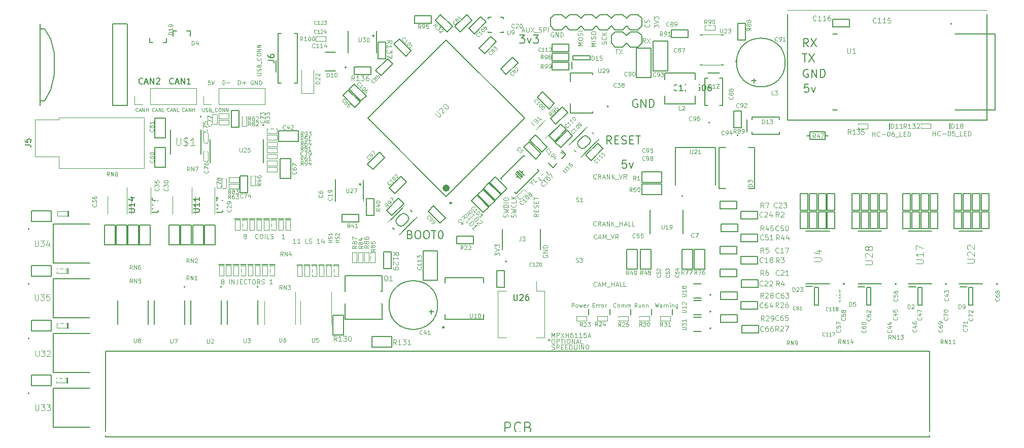
<source format=gto>
G04 #@! TF.GenerationSoftware,KiCad,Pcbnew,(5.1.10)-1*
G04 #@! TF.CreationDate,2021-08-17T11:35:39-05:00*
G04 #@! TF.ProjectId,Proteus_Little,50726f74-6575-4735-9f4c-6974746c652e,rev?*
G04 #@! TF.SameCoordinates,Original*
G04 #@! TF.FileFunction,Legend,Top*
G04 #@! TF.FilePolarity,Positive*
%FSLAX46Y46*%
G04 Gerber Fmt 4.6, Leading zero omitted, Abs format (unit mm)*
G04 Created by KiCad (PCBNEW (5.1.10)-1) date 2021-08-17 11:35:39*
%MOMM*%
%LPD*%
G01*
G04 APERTURE LIST*
%ADD10C,0.199136*%
%ADD11C,0.072000*%
%ADD12C,0.097536*%
%ADD13C,0.199000*%
%ADD14C,0.120000*%
%ADD15C,0.127000*%
%ADD16C,0.200000*%
%ADD17C,0.150000*%
%ADD18C,0.203200*%
%ADD19C,0.152400*%
%ADD20C,0.076200*%
%ADD21C,0.249987*%
%ADD22C,0.600000*%
%ADD23C,0.250000*%
%ADD24C,0.068400*%
%ADD25C,0.096520*%
%ADD26C,0.115824*%
%ADD27C,0.092900*%
%ADD28C,0.061772*%
%ADD29C,0.142240*%
%ADD30C,0.097790*%
%ADD31C,0.121920*%
%ADD32C,0.060325*%
%ADD33C,0.076000*%
%ADD34C,0.077216*%
%ADD35C,0.092985*%
%ADD36C,0.305816*%
%ADD37C,0.609600*%
%ADD38C,0.010000*%
%ADD39C,0.100000*%
%ADD40O,1.800000X2.800000*%
%ADD41O,1.700000X1.700000*%
%ADD42R,1.700000X1.700000*%
%ADD43R,0.840000X0.840000*%
%ADD44C,0.840000*%
%ADD45O,1.850000X0.850000*%
%ADD46R,0.700000X1.350000*%
%ADD47C,4.800000*%
%ADD48C,1.952400*%
%ADD49C,1.752600*%
%ADD50C,1.371600*%
%ADD51C,2.032000*%
G04 APERTURE END LIST*
D10*
X197097971Y-75584473D02*
X196647545Y-74941006D01*
X196325811Y-75584473D02*
X196325811Y-74233193D01*
X196840585Y-74233193D01*
X196969278Y-74297540D01*
X197033625Y-74361886D01*
X197097971Y-74490580D01*
X197097971Y-74683620D01*
X197033625Y-74812313D01*
X196969278Y-74876660D01*
X196840585Y-74941006D01*
X196325811Y-74941006D01*
X197548398Y-74233193D02*
X198449251Y-75584473D01*
X198449251Y-74233193D02*
X197548398Y-75584473D01*
X196114991Y-76757953D02*
X196887151Y-76757953D01*
X196501071Y-78109233D02*
X196501071Y-76757953D01*
X197208885Y-76757953D02*
X198109738Y-78109233D01*
X198109738Y-76757953D02*
X197208885Y-78109233D01*
X197084425Y-79395320D02*
X196955731Y-79330973D01*
X196762691Y-79330973D01*
X196569651Y-79395320D01*
X196440958Y-79524013D01*
X196376611Y-79652706D01*
X196312265Y-79910093D01*
X196312265Y-80103133D01*
X196376611Y-80360520D01*
X196440958Y-80489213D01*
X196569651Y-80617906D01*
X196762691Y-80682253D01*
X196891385Y-80682253D01*
X197084425Y-80617906D01*
X197148771Y-80553560D01*
X197148771Y-80103133D01*
X196891385Y-80103133D01*
X197727891Y-80682253D02*
X197727891Y-79330973D01*
X198500051Y-80682253D01*
X198500051Y-79330973D01*
X199143518Y-80682253D02*
X199143518Y-79330973D01*
X199465251Y-79330973D01*
X199658291Y-79395320D01*
X199786985Y-79524013D01*
X199851331Y-79652706D01*
X199915678Y-79910093D01*
X199915678Y-80103133D01*
X199851331Y-80360520D01*
X199786985Y-80489213D01*
X199658291Y-80617906D01*
X199465251Y-80682253D01*
X199143518Y-80682253D01*
X197144538Y-81843033D02*
X196501071Y-81843033D01*
X196436725Y-82486500D01*
X196501071Y-82422153D01*
X196629765Y-82357806D01*
X196951498Y-82357806D01*
X197080191Y-82422153D01*
X197144538Y-82486500D01*
X197208885Y-82615193D01*
X197208885Y-82936926D01*
X197144538Y-83065620D01*
X197080191Y-83129966D01*
X196951498Y-83194313D01*
X196629765Y-83194313D01*
X196501071Y-83129966D01*
X196436725Y-83065620D01*
X197659311Y-82293460D02*
X197981045Y-83194313D01*
X198302778Y-82293460D01*
D11*
X92961371Y-86314471D02*
X92933561Y-86342280D01*
X92850133Y-86370090D01*
X92794514Y-86370090D01*
X92711085Y-86342280D01*
X92655466Y-86286661D01*
X92627657Y-86231042D01*
X92599847Y-86119804D01*
X92599847Y-86036376D01*
X92627657Y-85925138D01*
X92655466Y-85869519D01*
X92711085Y-85813900D01*
X92794514Y-85786090D01*
X92850133Y-85786090D01*
X92933561Y-85813900D01*
X92961371Y-85841709D01*
X93183847Y-86203233D02*
X93461942Y-86203233D01*
X93128228Y-86370090D02*
X93322895Y-85786090D01*
X93517561Y-86370090D01*
X93712228Y-86370090D02*
X93712228Y-85786090D01*
X94045942Y-86370090D01*
X94045942Y-85786090D01*
X94324038Y-86370090D02*
X94324038Y-85786090D01*
X94324038Y-86064185D02*
X94657752Y-86064185D01*
X94657752Y-86370090D02*
X94657752Y-85786090D01*
X90458819Y-86314471D02*
X90431009Y-86342280D01*
X90347580Y-86370090D01*
X90291961Y-86370090D01*
X90208533Y-86342280D01*
X90152914Y-86286661D01*
X90125104Y-86231042D01*
X90097295Y-86119804D01*
X90097295Y-86036376D01*
X90125104Y-85925138D01*
X90152914Y-85869519D01*
X90208533Y-85813900D01*
X90291961Y-85786090D01*
X90347580Y-85786090D01*
X90431009Y-85813900D01*
X90458819Y-85841709D01*
X90681295Y-86203233D02*
X90959390Y-86203233D01*
X90625676Y-86370090D02*
X90820342Y-85786090D01*
X91015009Y-86370090D01*
X91209676Y-86370090D02*
X91209676Y-85786090D01*
X91543390Y-86370090D01*
X91543390Y-85786090D01*
X92099580Y-86370090D02*
X91821485Y-86370090D01*
X91821485Y-85786090D01*
D10*
X91172462Y-81708642D02*
X91124843Y-81756261D01*
X90981986Y-81803880D01*
X90886747Y-81803880D01*
X90743890Y-81756261D01*
X90648652Y-81661023D01*
X90601033Y-81565785D01*
X90553414Y-81375309D01*
X90553414Y-81232452D01*
X90601033Y-81041976D01*
X90648652Y-80946738D01*
X90743890Y-80851500D01*
X90886747Y-80803880D01*
X90981986Y-80803880D01*
X91124843Y-80851500D01*
X91172462Y-80899119D01*
X91553414Y-81518166D02*
X92029605Y-81518166D01*
X91458176Y-81803880D02*
X91791509Y-80803880D01*
X92124843Y-81803880D01*
X92458176Y-81803880D02*
X92458176Y-80803880D01*
X93029605Y-81803880D01*
X93029605Y-80803880D01*
X94029605Y-81803880D02*
X93458176Y-81803880D01*
X93743890Y-81803880D02*
X93743890Y-80803880D01*
X93648652Y-80946738D01*
X93553414Y-81041976D01*
X93458176Y-81089595D01*
D11*
X87982319Y-86314471D02*
X87954509Y-86342280D01*
X87871080Y-86370090D01*
X87815461Y-86370090D01*
X87732033Y-86342280D01*
X87676414Y-86286661D01*
X87648604Y-86231042D01*
X87620795Y-86119804D01*
X87620795Y-86036376D01*
X87648604Y-85925138D01*
X87676414Y-85869519D01*
X87732033Y-85813900D01*
X87815461Y-85786090D01*
X87871080Y-85786090D01*
X87954509Y-85813900D01*
X87982319Y-85841709D01*
X88204795Y-86203233D02*
X88482890Y-86203233D01*
X88149176Y-86370090D02*
X88343842Y-85786090D01*
X88538509Y-86370090D01*
X88733176Y-86370090D02*
X88733176Y-85786090D01*
X89066890Y-86370090D01*
X89066890Y-85786090D01*
X89623080Y-86370090D02*
X89344985Y-86370090D01*
X89344985Y-85786090D01*
D12*
X149378590Y-72884453D02*
X149746285Y-72884453D01*
X149305051Y-73105070D02*
X149562437Y-72332910D01*
X149819824Y-73105070D01*
X150077211Y-72332910D02*
X150077211Y-72957992D01*
X150113980Y-73031531D01*
X150150750Y-73068300D01*
X150224289Y-73105070D01*
X150371367Y-73105070D01*
X150444906Y-73068300D01*
X150481675Y-73031531D01*
X150518445Y-72957992D01*
X150518445Y-72332910D01*
X150812601Y-72332910D02*
X151327374Y-73105070D01*
X151327374Y-72332910D02*
X150812601Y-73105070D01*
X151437683Y-73178609D02*
X152025995Y-73178609D01*
X152173073Y-73068300D02*
X152283382Y-73105070D01*
X152467230Y-73105070D01*
X152540769Y-73068300D01*
X152577538Y-73031531D01*
X152614308Y-72957992D01*
X152614308Y-72884453D01*
X152577538Y-72810914D01*
X152540769Y-72774144D01*
X152467230Y-72737375D01*
X152320152Y-72700605D01*
X152246613Y-72663836D01*
X152209843Y-72627066D01*
X152173073Y-72553527D01*
X152173073Y-72479988D01*
X152209843Y-72406449D01*
X152246613Y-72369680D01*
X152320152Y-72332910D01*
X152503999Y-72332910D01*
X152614308Y-72369680D01*
X152945233Y-73105070D02*
X152945233Y-72332910D01*
X153239390Y-72332910D01*
X153312929Y-72369680D01*
X153349698Y-72406449D01*
X153386468Y-72479988D01*
X153386468Y-72590297D01*
X153349698Y-72663836D01*
X153312929Y-72700605D01*
X153239390Y-72737375D01*
X152945233Y-72737375D01*
X153717393Y-73105070D02*
X153717393Y-72332910D01*
D10*
X86041662Y-81708642D02*
X85994043Y-81756261D01*
X85851186Y-81803880D01*
X85755947Y-81803880D01*
X85613090Y-81756261D01*
X85517852Y-81661023D01*
X85470233Y-81565785D01*
X85422614Y-81375309D01*
X85422614Y-81232452D01*
X85470233Y-81041976D01*
X85517852Y-80946738D01*
X85613090Y-80851500D01*
X85755947Y-80803880D01*
X85851186Y-80803880D01*
X85994043Y-80851500D01*
X86041662Y-80899119D01*
X86422614Y-81518166D02*
X86898805Y-81518166D01*
X86327376Y-81803880D02*
X86660709Y-80803880D01*
X86994043Y-81803880D01*
X87327376Y-81803880D02*
X87327376Y-80803880D01*
X87898805Y-81803880D01*
X87898805Y-80803880D01*
X88327376Y-80899119D02*
X88374995Y-80851500D01*
X88470233Y-80803880D01*
X88708328Y-80803880D01*
X88803566Y-80851500D01*
X88851186Y-80899119D01*
X88898805Y-80994357D01*
X88898805Y-81089595D01*
X88851186Y-81232452D01*
X88279757Y-81803880D01*
X88898805Y-81803880D01*
D11*
X85239771Y-86314471D02*
X85211961Y-86342280D01*
X85128533Y-86370090D01*
X85072914Y-86370090D01*
X84989485Y-86342280D01*
X84933866Y-86286661D01*
X84906057Y-86231042D01*
X84878247Y-86119804D01*
X84878247Y-86036376D01*
X84906057Y-85925138D01*
X84933866Y-85869519D01*
X84989485Y-85813900D01*
X85072914Y-85786090D01*
X85128533Y-85786090D01*
X85211961Y-85813900D01*
X85239771Y-85841709D01*
X85462247Y-86203233D02*
X85740342Y-86203233D01*
X85406628Y-86370090D02*
X85601295Y-85786090D01*
X85795961Y-86370090D01*
X85990628Y-86370090D02*
X85990628Y-85786090D01*
X86324342Y-86370090D01*
X86324342Y-85786090D01*
X86602438Y-86370090D02*
X86602438Y-85786090D01*
X86602438Y-86064185D02*
X86936152Y-86064185D01*
X86936152Y-86370090D02*
X86936152Y-85786090D01*
D12*
X154314816Y-126095880D02*
X154425125Y-126132650D01*
X154608972Y-126132650D01*
X154682511Y-126095880D01*
X154719281Y-126059111D01*
X154756050Y-125985572D01*
X154756050Y-125912033D01*
X154719281Y-125838494D01*
X154682511Y-125801724D01*
X154608972Y-125764955D01*
X154461894Y-125728185D01*
X154388355Y-125691416D01*
X154351586Y-125654646D01*
X154314816Y-125581107D01*
X154314816Y-125507568D01*
X154351586Y-125434029D01*
X154388355Y-125397260D01*
X154461894Y-125360490D01*
X154645742Y-125360490D01*
X154756050Y-125397260D01*
X155086976Y-126132650D02*
X155086976Y-125360490D01*
X155381132Y-125360490D01*
X155454671Y-125397260D01*
X155491441Y-125434029D01*
X155528210Y-125507568D01*
X155528210Y-125617877D01*
X155491441Y-125691416D01*
X155454671Y-125728185D01*
X155381132Y-125764955D01*
X155086976Y-125764955D01*
X155859136Y-125728185D02*
X156116523Y-125728185D01*
X156226831Y-126132650D02*
X155859136Y-126132650D01*
X155859136Y-125360490D01*
X156226831Y-125360490D01*
X156557757Y-125728185D02*
X156815144Y-125728185D01*
X156925452Y-126132650D02*
X156557757Y-126132650D01*
X156557757Y-125360490D01*
X156925452Y-125360490D01*
X157256378Y-126132650D02*
X157256378Y-125360490D01*
X157440226Y-125360490D01*
X157550534Y-125397260D01*
X157624073Y-125470799D01*
X157660843Y-125544338D01*
X157697612Y-125691416D01*
X157697612Y-125801724D01*
X157660843Y-125948802D01*
X157624073Y-126022341D01*
X157550534Y-126095880D01*
X157440226Y-126132650D01*
X157256378Y-126132650D01*
X158028538Y-125360490D02*
X158028538Y-125985572D01*
X158065307Y-126059111D01*
X158102077Y-126095880D01*
X158175616Y-126132650D01*
X158322694Y-126132650D01*
X158396233Y-126095880D01*
X158433003Y-126059111D01*
X158469772Y-125985572D01*
X158469772Y-125360490D01*
X158837467Y-126132650D02*
X158837467Y-125360490D01*
X159205163Y-126132650D02*
X159205163Y-125360490D01*
X159646397Y-126132650D01*
X159646397Y-125360490D01*
X160161170Y-125360490D02*
X160308248Y-125360490D01*
X160381787Y-125397260D01*
X160455326Y-125470799D01*
X160492096Y-125617877D01*
X160492096Y-125875263D01*
X160455326Y-126022341D01*
X160381787Y-126095880D01*
X160308248Y-126132650D01*
X160161170Y-126132650D01*
X160087631Y-126095880D01*
X160014092Y-126022341D01*
X159977323Y-125875263D01*
X159977323Y-125617877D01*
X160014092Y-125470799D01*
X160087631Y-125397260D01*
X160161170Y-125360490D01*
X153826894Y-124369890D02*
X153826894Y-124553738D01*
X153643046Y-124480199D02*
X153826894Y-124553738D01*
X154010742Y-124480199D01*
X153716586Y-124700816D02*
X153826894Y-124553738D01*
X153937203Y-124700816D01*
X154451976Y-124369890D02*
X154599054Y-124369890D01*
X154672593Y-124406660D01*
X154746132Y-124480199D01*
X154782902Y-124627277D01*
X154782902Y-124884663D01*
X154746132Y-125031741D01*
X154672593Y-125105280D01*
X154599054Y-125142050D01*
X154451976Y-125142050D01*
X154378437Y-125105280D01*
X154304898Y-125031741D01*
X154268128Y-124884663D01*
X154268128Y-124627277D01*
X154304898Y-124480199D01*
X154378437Y-124406660D01*
X154451976Y-124369890D01*
X155113827Y-125142050D02*
X155113827Y-124369890D01*
X155407984Y-124369890D01*
X155481523Y-124406660D01*
X155518292Y-124443429D01*
X155555062Y-124516968D01*
X155555062Y-124627277D01*
X155518292Y-124700816D01*
X155481523Y-124737585D01*
X155407984Y-124774355D01*
X155113827Y-124774355D01*
X155775679Y-124369890D02*
X156216913Y-124369890D01*
X155996296Y-125142050D02*
X155996296Y-124369890D01*
X156474300Y-125142050D02*
X156474300Y-124369890D01*
X156989073Y-124369890D02*
X157136151Y-124369890D01*
X157209690Y-124406660D01*
X157283229Y-124480199D01*
X157319999Y-124627277D01*
X157319999Y-124884663D01*
X157283229Y-125031741D01*
X157209690Y-125105280D01*
X157136151Y-125142050D01*
X156989073Y-125142050D01*
X156915534Y-125105280D01*
X156841995Y-125031741D01*
X156805226Y-124884663D01*
X156805226Y-124627277D01*
X156841995Y-124480199D01*
X156915534Y-124406660D01*
X156989073Y-124369890D01*
X157650925Y-125142050D02*
X157650925Y-124369890D01*
X158092159Y-125142050D01*
X158092159Y-124369890D01*
X158423085Y-124921433D02*
X158790780Y-124921433D01*
X158349546Y-125142050D02*
X158606932Y-124369890D01*
X158864319Y-125142050D01*
X159489401Y-125142050D02*
X159121706Y-125142050D01*
X159121706Y-124369890D01*
X154249986Y-124126050D02*
X154249986Y-123353890D01*
X154507372Y-123905433D01*
X154764759Y-123353890D01*
X154764759Y-124126050D01*
X155132454Y-124126050D02*
X155132454Y-123353890D01*
X155426610Y-123353890D01*
X155500149Y-123390660D01*
X155536919Y-123427429D01*
X155573688Y-123500968D01*
X155573688Y-123611277D01*
X155536919Y-123684816D01*
X155500149Y-123721585D01*
X155426610Y-123758355D01*
X155132454Y-123758355D01*
X155831075Y-123353890D02*
X156345848Y-124126050D01*
X156345848Y-123353890D02*
X155831075Y-124126050D01*
X156640005Y-124126050D02*
X156640005Y-123353890D01*
X156640005Y-123721585D02*
X157081239Y-123721585D01*
X157081239Y-124126050D02*
X157081239Y-123353890D01*
X157779860Y-123353890D02*
X157632782Y-123353890D01*
X157559243Y-123390660D01*
X157522473Y-123427429D01*
X157448934Y-123537738D01*
X157412165Y-123684816D01*
X157412165Y-123978972D01*
X157448934Y-124052511D01*
X157485704Y-124089280D01*
X157559243Y-124126050D01*
X157706321Y-124126050D01*
X157779860Y-124089280D01*
X157816629Y-124052511D01*
X157853399Y-123978972D01*
X157853399Y-123795124D01*
X157816629Y-123721585D01*
X157779860Y-123684816D01*
X157706321Y-123648046D01*
X157559243Y-123648046D01*
X157485704Y-123684816D01*
X157448934Y-123721585D01*
X157412165Y-123795124D01*
X158588789Y-124126050D02*
X158147555Y-124126050D01*
X158368172Y-124126050D02*
X158368172Y-123353890D01*
X158294633Y-123464199D01*
X158221094Y-123537738D01*
X158147555Y-123574507D01*
X159324180Y-124126050D02*
X158882946Y-124126050D01*
X159103563Y-124126050D02*
X159103563Y-123353890D01*
X159030024Y-123464199D01*
X158956485Y-123537738D01*
X158882946Y-123574507D01*
X160022801Y-123353890D02*
X159655106Y-123353890D01*
X159618336Y-123721585D01*
X159655106Y-123684816D01*
X159728645Y-123648046D01*
X159912492Y-123648046D01*
X159986031Y-123684816D01*
X160022801Y-123721585D01*
X160059570Y-123795124D01*
X160059570Y-123978972D01*
X160022801Y-124052511D01*
X159986031Y-124089280D01*
X159912492Y-124126050D01*
X159728645Y-124126050D01*
X159655106Y-124089280D01*
X159618336Y-124052511D01*
X160353726Y-123905433D02*
X160721422Y-123905433D01*
X160280187Y-124126050D02*
X160537574Y-123353890D01*
X160794961Y-124126050D01*
X207775406Y-90529470D02*
X207775406Y-89757310D01*
X207775406Y-90125005D02*
X208216640Y-90125005D01*
X208216640Y-90529470D02*
X208216640Y-89757310D01*
X209025569Y-90455931D02*
X208988800Y-90492700D01*
X208878491Y-90529470D01*
X208804952Y-90529470D01*
X208694644Y-90492700D01*
X208621105Y-90419161D01*
X208584335Y-90345622D01*
X208547566Y-90198544D01*
X208547566Y-90088236D01*
X208584335Y-89941158D01*
X208621105Y-89867619D01*
X208694644Y-89794080D01*
X208804952Y-89757310D01*
X208878491Y-89757310D01*
X208988800Y-89794080D01*
X209025569Y-89830849D01*
X209356495Y-90235314D02*
X209944807Y-90235314D01*
X210459581Y-89757310D02*
X210533120Y-89757310D01*
X210606659Y-89794080D01*
X210643428Y-89830849D01*
X210680198Y-89904388D01*
X210716967Y-90051466D01*
X210716967Y-90235314D01*
X210680198Y-90382392D01*
X210643428Y-90455931D01*
X210606659Y-90492700D01*
X210533120Y-90529470D01*
X210459581Y-90529470D01*
X210386042Y-90492700D01*
X210349272Y-90455931D01*
X210312503Y-90382392D01*
X210275733Y-90235314D01*
X210275733Y-90051466D01*
X210312503Y-89904388D01*
X210349272Y-89830849D01*
X210386042Y-89794080D01*
X210459581Y-89757310D01*
X211378819Y-89757310D02*
X211231741Y-89757310D01*
X211158202Y-89794080D01*
X211121432Y-89830849D01*
X211047893Y-89941158D01*
X211011124Y-90088236D01*
X211011124Y-90382392D01*
X211047893Y-90455931D01*
X211084663Y-90492700D01*
X211158202Y-90529470D01*
X211305280Y-90529470D01*
X211378819Y-90492700D01*
X211415588Y-90455931D01*
X211452358Y-90382392D01*
X211452358Y-90198544D01*
X211415588Y-90125005D01*
X211378819Y-90088236D01*
X211305280Y-90051466D01*
X211158202Y-90051466D01*
X211084663Y-90088236D01*
X211047893Y-90125005D01*
X211011124Y-90198544D01*
X211599436Y-90603009D02*
X212187748Y-90603009D01*
X212739291Y-90529470D02*
X212371596Y-90529470D01*
X212371596Y-89757310D01*
X212996678Y-90125005D02*
X213254065Y-90125005D01*
X213364373Y-90529470D02*
X212996678Y-90529470D01*
X212996678Y-89757310D01*
X213364373Y-89757310D01*
X213695299Y-90529470D02*
X213695299Y-89757310D01*
X213879146Y-89757310D01*
X213989455Y-89794080D01*
X214062994Y-89867619D01*
X214099764Y-89941158D01*
X214136533Y-90088236D01*
X214136533Y-90198544D01*
X214099764Y-90345622D01*
X214062994Y-90419161D01*
X213989455Y-90492700D01*
X213879146Y-90529470D01*
X213695299Y-90529470D01*
X217869366Y-90438030D02*
X217869366Y-89665870D01*
X217869366Y-90033565D02*
X218310600Y-90033565D01*
X218310600Y-90438030D02*
X218310600Y-89665870D01*
X219119529Y-90364491D02*
X219082760Y-90401260D01*
X218972451Y-90438030D01*
X218898912Y-90438030D01*
X218788604Y-90401260D01*
X218715065Y-90327721D01*
X218678295Y-90254182D01*
X218641526Y-90107104D01*
X218641526Y-89996796D01*
X218678295Y-89849718D01*
X218715065Y-89776179D01*
X218788604Y-89702640D01*
X218898912Y-89665870D01*
X218972451Y-89665870D01*
X219082760Y-89702640D01*
X219119529Y-89739409D01*
X219450455Y-90143874D02*
X220038767Y-90143874D01*
X220553541Y-89665870D02*
X220627080Y-89665870D01*
X220700619Y-89702640D01*
X220737388Y-89739409D01*
X220774158Y-89812948D01*
X220810927Y-89960026D01*
X220810927Y-90143874D01*
X220774158Y-90290952D01*
X220737388Y-90364491D01*
X220700619Y-90401260D01*
X220627080Y-90438030D01*
X220553541Y-90438030D01*
X220480002Y-90401260D01*
X220443232Y-90364491D01*
X220406463Y-90290952D01*
X220369693Y-90143874D01*
X220369693Y-89960026D01*
X220406463Y-89812948D01*
X220443232Y-89739409D01*
X220480002Y-89702640D01*
X220553541Y-89665870D01*
X221509548Y-89665870D02*
X221141853Y-89665870D01*
X221105084Y-90033565D01*
X221141853Y-89996796D01*
X221215392Y-89960026D01*
X221399240Y-89960026D01*
X221472779Y-89996796D01*
X221509548Y-90033565D01*
X221546318Y-90107104D01*
X221546318Y-90290952D01*
X221509548Y-90364491D01*
X221472779Y-90401260D01*
X221399240Y-90438030D01*
X221215392Y-90438030D01*
X221141853Y-90401260D01*
X221105084Y-90364491D01*
X221693396Y-90511569D02*
X222281708Y-90511569D01*
X222833251Y-90438030D02*
X222465556Y-90438030D01*
X222465556Y-89665870D01*
X223090638Y-90033565D02*
X223348025Y-90033565D01*
X223458333Y-90438030D02*
X223090638Y-90438030D01*
X223090638Y-89665870D01*
X223458333Y-89665870D01*
X223789259Y-90438030D02*
X223789259Y-89665870D01*
X223973106Y-89665870D01*
X224083415Y-89702640D01*
X224156954Y-89776179D01*
X224193724Y-89849718D01*
X224230493Y-89996796D01*
X224230493Y-90107104D01*
X224193724Y-90254182D01*
X224156954Y-90327721D01*
X224083415Y-90401260D01*
X223973106Y-90438030D01*
X223789259Y-90438030D01*
D13*
X130680270Y-106934000D02*
X130873310Y-106998346D01*
X130937656Y-107062693D01*
X131002003Y-107191386D01*
X131002003Y-107384426D01*
X130937656Y-107513120D01*
X130873310Y-107577466D01*
X130744616Y-107641813D01*
X130229843Y-107641813D01*
X130229843Y-106290533D01*
X130680270Y-106290533D01*
X130808963Y-106354880D01*
X130873310Y-106419226D01*
X130937656Y-106547920D01*
X130937656Y-106676613D01*
X130873310Y-106805306D01*
X130808963Y-106869653D01*
X130680270Y-106934000D01*
X130229843Y-106934000D01*
X131838510Y-106290533D02*
X132095896Y-106290533D01*
X132224590Y-106354880D01*
X132353283Y-106483573D01*
X132417630Y-106740960D01*
X132417630Y-107191386D01*
X132353283Y-107448773D01*
X132224590Y-107577466D01*
X132095896Y-107641813D01*
X131838510Y-107641813D01*
X131709816Y-107577466D01*
X131581123Y-107448773D01*
X131516776Y-107191386D01*
X131516776Y-106740960D01*
X131581123Y-106483573D01*
X131709816Y-106354880D01*
X131838510Y-106290533D01*
X133254136Y-106290533D02*
X133511523Y-106290533D01*
X133640216Y-106354880D01*
X133768910Y-106483573D01*
X133833256Y-106740960D01*
X133833256Y-107191386D01*
X133768910Y-107448773D01*
X133640216Y-107577466D01*
X133511523Y-107641813D01*
X133254136Y-107641813D01*
X133125443Y-107577466D01*
X132996750Y-107448773D01*
X132932403Y-107191386D01*
X132932403Y-106740960D01*
X132996750Y-106483573D01*
X133125443Y-106354880D01*
X133254136Y-106290533D01*
X134219336Y-106290533D02*
X134991496Y-106290533D01*
X134605416Y-107641813D02*
X134605416Y-106290533D01*
X135699310Y-106290533D02*
X135828003Y-106290533D01*
X135956696Y-106354880D01*
X136021043Y-106419226D01*
X136085390Y-106547920D01*
X136149736Y-106805306D01*
X136149736Y-107127040D01*
X136085390Y-107384426D01*
X136021043Y-107513120D01*
X135956696Y-107577466D01*
X135828003Y-107641813D01*
X135699310Y-107641813D01*
X135570616Y-107577466D01*
X135506270Y-107513120D01*
X135441923Y-107384426D01*
X135377576Y-107127040D01*
X135377576Y-106805306D01*
X135441923Y-106547920D01*
X135506270Y-106419226D01*
X135570616Y-106354880D01*
X135699310Y-106290533D01*
X164245523Y-91832853D02*
X163795096Y-91189386D01*
X163473363Y-91832853D02*
X163473363Y-90481573D01*
X163988136Y-90481573D01*
X164116830Y-90545920D01*
X164181176Y-90610266D01*
X164245523Y-90738960D01*
X164245523Y-90932000D01*
X164181176Y-91060693D01*
X164116830Y-91125040D01*
X163988136Y-91189386D01*
X163473363Y-91189386D01*
X164824643Y-91125040D02*
X165275070Y-91125040D01*
X165468110Y-91832853D02*
X164824643Y-91832853D01*
X164824643Y-90481573D01*
X165468110Y-90481573D01*
X165982883Y-91768506D02*
X166175923Y-91832853D01*
X166497656Y-91832853D01*
X166626350Y-91768506D01*
X166690696Y-91704160D01*
X166755043Y-91575466D01*
X166755043Y-91446773D01*
X166690696Y-91318080D01*
X166626350Y-91253733D01*
X166497656Y-91189386D01*
X166240270Y-91125040D01*
X166111576Y-91060693D01*
X166047230Y-90996346D01*
X165982883Y-90867653D01*
X165982883Y-90738960D01*
X166047230Y-90610266D01*
X166111576Y-90545920D01*
X166240270Y-90481573D01*
X166562003Y-90481573D01*
X166755043Y-90545920D01*
X167334163Y-91125040D02*
X167784590Y-91125040D01*
X167977630Y-91832853D02*
X167334163Y-91832853D01*
X167334163Y-90481573D01*
X167977630Y-90481573D01*
X168363710Y-90481573D02*
X169135870Y-90481573D01*
X168749790Y-91832853D02*
X168749790Y-90481573D01*
D12*
X117608988Y-108261904D02*
X117008988Y-108261904D01*
X117294702Y-108261904D02*
X117294702Y-107919047D01*
X117608988Y-107919047D02*
X117008988Y-107919047D01*
X117580417Y-107661904D02*
X117608988Y-107576190D01*
X117608988Y-107433333D01*
X117580417Y-107376190D01*
X117551845Y-107347618D01*
X117494702Y-107319047D01*
X117437560Y-107319047D01*
X117380417Y-107347618D01*
X117351845Y-107376190D01*
X117323274Y-107433333D01*
X117294702Y-107547618D01*
X117266131Y-107604761D01*
X117237560Y-107633333D01*
X117180417Y-107661904D01*
X117123274Y-107661904D01*
X117066131Y-107633333D01*
X117037560Y-107604761D01*
X117008988Y-107547618D01*
X117008988Y-107404761D01*
X117037560Y-107319047D01*
X117608988Y-106747618D02*
X117608988Y-107090475D01*
X117608988Y-106919047D02*
X117008988Y-106919047D01*
X117094702Y-106976190D01*
X117151845Y-107033333D01*
X117180417Y-107090475D01*
X118802788Y-108251744D02*
X118202788Y-108251744D01*
X118488502Y-108251744D02*
X118488502Y-107908887D01*
X118802788Y-107908887D02*
X118202788Y-107908887D01*
X118774217Y-107651744D02*
X118802788Y-107566030D01*
X118802788Y-107423173D01*
X118774217Y-107366030D01*
X118745645Y-107337458D01*
X118688502Y-107308887D01*
X118631360Y-107308887D01*
X118574217Y-107337458D01*
X118545645Y-107366030D01*
X118517074Y-107423173D01*
X118488502Y-107537458D01*
X118459931Y-107594601D01*
X118431360Y-107623173D01*
X118374217Y-107651744D01*
X118317074Y-107651744D01*
X118259931Y-107623173D01*
X118231360Y-107594601D01*
X118202788Y-107537458D01*
X118202788Y-107394601D01*
X118231360Y-107308887D01*
X118259931Y-107080315D02*
X118231360Y-107051744D01*
X118202788Y-106994601D01*
X118202788Y-106851744D01*
X118231360Y-106794601D01*
X118259931Y-106766030D01*
X118317074Y-106737458D01*
X118374217Y-106737458D01*
X118459931Y-106766030D01*
X118802788Y-107108887D01*
X118802788Y-106737458D01*
X111558270Y-108421230D02*
X111117036Y-108421230D01*
X111337653Y-108421230D02*
X111337653Y-107649070D01*
X111264114Y-107759379D01*
X111190575Y-107832918D01*
X111117036Y-107869687D01*
X112293661Y-108421230D02*
X111852426Y-108421230D01*
X112073044Y-108421230D02*
X112073044Y-107649070D01*
X111999505Y-107759379D01*
X111925966Y-107832918D01*
X111852426Y-107869687D01*
X113580594Y-108421230D02*
X113212899Y-108421230D01*
X113212899Y-107649070D01*
X113801211Y-108384460D02*
X113911520Y-108421230D01*
X114095367Y-108421230D01*
X114168906Y-108384460D01*
X114205676Y-108347691D01*
X114242446Y-108274152D01*
X114242446Y-108200613D01*
X114205676Y-108127074D01*
X114168906Y-108090304D01*
X114095367Y-108053535D01*
X113948289Y-108016765D01*
X113874750Y-107979996D01*
X113837981Y-107943226D01*
X113801211Y-107869687D01*
X113801211Y-107796148D01*
X113837981Y-107722609D01*
X113874750Y-107685840D01*
X113948289Y-107649070D01*
X114132137Y-107649070D01*
X114242446Y-107685840D01*
X115566148Y-108421230D02*
X115124914Y-108421230D01*
X115345531Y-108421230D02*
X115345531Y-107649070D01*
X115271992Y-107759379D01*
X115198453Y-107832918D01*
X115124914Y-107869687D01*
X116228000Y-107906457D02*
X116228000Y-108421230D01*
X116044152Y-107612300D02*
X115860305Y-108163843D01*
X116338308Y-108163843D01*
X99295634Y-114777036D02*
X99222095Y-114740266D01*
X99185326Y-114703497D01*
X99148556Y-114629958D01*
X99148556Y-114593188D01*
X99185326Y-114519649D01*
X99222095Y-114482880D01*
X99295634Y-114446110D01*
X99442712Y-114446110D01*
X99516251Y-114482880D01*
X99553021Y-114519649D01*
X99589790Y-114593188D01*
X99589790Y-114629958D01*
X99553021Y-114703497D01*
X99516251Y-114740266D01*
X99442712Y-114777036D01*
X99295634Y-114777036D01*
X99222095Y-114813805D01*
X99185326Y-114850575D01*
X99148556Y-114924114D01*
X99148556Y-115071192D01*
X99185326Y-115144731D01*
X99222095Y-115181500D01*
X99295634Y-115218270D01*
X99442712Y-115218270D01*
X99516251Y-115181500D01*
X99553021Y-115144731D01*
X99589790Y-115071192D01*
X99589790Y-114924114D01*
X99553021Y-114850575D01*
X99516251Y-114813805D01*
X99442712Y-114777036D01*
X100509028Y-115218270D02*
X100509028Y-114446110D01*
X100876724Y-115218270D02*
X100876724Y-114446110D01*
X101317958Y-115218270D01*
X101317958Y-114446110D01*
X101906270Y-114446110D02*
X101906270Y-114997653D01*
X101869501Y-115107961D01*
X101795962Y-115181500D01*
X101685653Y-115218270D01*
X101612114Y-115218270D01*
X102273966Y-114813805D02*
X102531352Y-114813805D01*
X102641661Y-115218270D02*
X102273966Y-115218270D01*
X102273966Y-114446110D01*
X102641661Y-114446110D01*
X103413821Y-115144731D02*
X103377051Y-115181500D01*
X103266743Y-115218270D01*
X103193204Y-115218270D01*
X103082895Y-115181500D01*
X103009356Y-115107961D01*
X102972586Y-115034422D01*
X102935817Y-114887344D01*
X102935817Y-114777036D01*
X102972586Y-114629958D01*
X103009356Y-114556419D01*
X103082895Y-114482880D01*
X103193204Y-114446110D01*
X103266743Y-114446110D01*
X103377051Y-114482880D01*
X103413821Y-114519649D01*
X103634438Y-114446110D02*
X104075672Y-114446110D01*
X103855055Y-115218270D02*
X103855055Y-114446110D01*
X104480137Y-114446110D02*
X104627215Y-114446110D01*
X104700754Y-114482880D01*
X104774293Y-114556419D01*
X104811063Y-114703497D01*
X104811063Y-114960883D01*
X104774293Y-115107961D01*
X104700754Y-115181500D01*
X104627215Y-115218270D01*
X104480137Y-115218270D01*
X104406598Y-115181500D01*
X104333059Y-115107961D01*
X104296289Y-114960883D01*
X104296289Y-114703497D01*
X104333059Y-114556419D01*
X104406598Y-114482880D01*
X104480137Y-114446110D01*
X105583223Y-115218270D02*
X105325836Y-114850575D01*
X105141988Y-115218270D02*
X105141988Y-114446110D01*
X105436145Y-114446110D01*
X105509684Y-114482880D01*
X105546453Y-114519649D01*
X105583223Y-114593188D01*
X105583223Y-114703497D01*
X105546453Y-114777036D01*
X105509684Y-114813805D01*
X105436145Y-114850575D01*
X105141988Y-114850575D01*
X105877379Y-115181500D02*
X105987687Y-115218270D01*
X106171535Y-115218270D01*
X106245074Y-115181500D01*
X106281844Y-115144731D01*
X106318613Y-115071192D01*
X106318613Y-114997653D01*
X106281844Y-114924114D01*
X106245074Y-114887344D01*
X106171535Y-114850575D01*
X106024457Y-114813805D01*
X105950918Y-114777036D01*
X105914148Y-114740266D01*
X105877379Y-114666727D01*
X105877379Y-114593188D01*
X105914148Y-114519649D01*
X105950918Y-114482880D01*
X106024457Y-114446110D01*
X106208305Y-114446110D01*
X106318613Y-114482880D01*
X107642316Y-115218270D02*
X107201082Y-115218270D01*
X107421699Y-115218270D02*
X107421699Y-114446110D01*
X107348160Y-114556419D01*
X107274621Y-114629958D01*
X107201082Y-114666727D01*
X103039594Y-107177356D02*
X102966055Y-107140586D01*
X102929286Y-107103817D01*
X102892516Y-107030278D01*
X102892516Y-106993508D01*
X102929286Y-106919969D01*
X102966055Y-106883200D01*
X103039594Y-106846430D01*
X103186672Y-106846430D01*
X103260211Y-106883200D01*
X103296981Y-106919969D01*
X103333750Y-106993508D01*
X103333750Y-107030278D01*
X103296981Y-107103817D01*
X103260211Y-107140586D01*
X103186672Y-107177356D01*
X103039594Y-107177356D01*
X102966055Y-107214125D01*
X102929286Y-107250895D01*
X102892516Y-107324434D01*
X102892516Y-107471512D01*
X102929286Y-107545051D01*
X102966055Y-107581820D01*
X103039594Y-107618590D01*
X103186672Y-107618590D01*
X103260211Y-107581820D01*
X103296981Y-107545051D01*
X103333750Y-107471512D01*
X103333750Y-107324434D01*
X103296981Y-107250895D01*
X103260211Y-107214125D01*
X103186672Y-107177356D01*
X105282535Y-107545051D02*
X105245766Y-107581820D01*
X105135457Y-107618590D01*
X105061918Y-107618590D01*
X104951609Y-107581820D01*
X104878070Y-107508281D01*
X104841301Y-107434742D01*
X104804531Y-107287664D01*
X104804531Y-107177356D01*
X104841301Y-107030278D01*
X104878070Y-106956739D01*
X104951609Y-106883200D01*
X105061918Y-106846430D01*
X105135457Y-106846430D01*
X105245766Y-106883200D01*
X105282535Y-106919969D01*
X105760539Y-106846430D02*
X105907617Y-106846430D01*
X105981156Y-106883200D01*
X106054695Y-106956739D01*
X106091465Y-107103817D01*
X106091465Y-107361203D01*
X106054695Y-107508281D01*
X105981156Y-107581820D01*
X105907617Y-107618590D01*
X105760539Y-107618590D01*
X105687000Y-107581820D01*
X105613461Y-107508281D01*
X105576691Y-107361203D01*
X105576691Y-107103817D01*
X105613461Y-106956739D01*
X105687000Y-106883200D01*
X105760539Y-106846430D01*
X106422390Y-107618590D02*
X106422390Y-106846430D01*
X107157781Y-107618590D02*
X106790086Y-107618590D01*
X106790086Y-106846430D01*
X107378398Y-107581820D02*
X107488706Y-107618590D01*
X107672554Y-107618590D01*
X107746093Y-107581820D01*
X107782863Y-107545051D01*
X107819632Y-107471512D01*
X107819632Y-107397973D01*
X107782863Y-107324434D01*
X107746093Y-107287664D01*
X107672554Y-107250895D01*
X107525476Y-107214125D01*
X107451937Y-107177356D01*
X107415167Y-107140586D01*
X107378398Y-107067047D01*
X107378398Y-106993508D01*
X107415167Y-106919969D01*
X107451937Y-106883200D01*
X107525476Y-106846430D01*
X107709324Y-106846430D01*
X107819632Y-106883200D01*
X109731647Y-107618590D02*
X109290413Y-107618590D01*
X109511030Y-107618590D02*
X109511030Y-106846430D01*
X109437491Y-106956739D01*
X109363952Y-107030278D01*
X109290413Y-107067047D01*
X161711780Y-105439391D02*
X161675010Y-105476160D01*
X161564702Y-105512930D01*
X161491163Y-105512930D01*
X161380854Y-105476160D01*
X161307315Y-105402621D01*
X161270546Y-105329082D01*
X161233776Y-105182004D01*
X161233776Y-105071696D01*
X161270546Y-104924618D01*
X161307315Y-104851079D01*
X161380854Y-104777540D01*
X161491163Y-104740770D01*
X161564702Y-104740770D01*
X161675010Y-104777540D01*
X161711780Y-104814309D01*
X162483940Y-105512930D02*
X162226553Y-105145235D01*
X162042706Y-105512930D02*
X162042706Y-104740770D01*
X162336862Y-104740770D01*
X162410401Y-104777540D01*
X162447170Y-104814309D01*
X162483940Y-104887848D01*
X162483940Y-104998157D01*
X162447170Y-105071696D01*
X162410401Y-105108465D01*
X162336862Y-105145235D01*
X162042706Y-105145235D01*
X162778096Y-105292313D02*
X163145791Y-105292313D01*
X162704557Y-105512930D02*
X162961944Y-104740770D01*
X163219330Y-105512930D01*
X163476717Y-105512930D02*
X163476717Y-104740770D01*
X163917951Y-105512930D01*
X163917951Y-104740770D01*
X164285646Y-105512930D02*
X164285646Y-104740770D01*
X164726881Y-105512930D02*
X164395955Y-105071696D01*
X164726881Y-104740770D02*
X164285646Y-105182004D01*
X164873959Y-105586469D02*
X165462271Y-105586469D01*
X165646119Y-105512930D02*
X165646119Y-104740770D01*
X165646119Y-105108465D02*
X166087353Y-105108465D01*
X166087353Y-105512930D02*
X166087353Y-104740770D01*
X166418279Y-105292313D02*
X166785974Y-105292313D01*
X166344740Y-105512930D02*
X166602126Y-104740770D01*
X166859513Y-105512930D01*
X167484595Y-105512930D02*
X167116900Y-105512930D01*
X167116900Y-104740770D01*
X168109677Y-105512930D02*
X167741982Y-105512930D01*
X167741982Y-104740770D01*
X161737180Y-97565391D02*
X161700410Y-97602160D01*
X161590102Y-97638930D01*
X161516563Y-97638930D01*
X161406254Y-97602160D01*
X161332715Y-97528621D01*
X161295946Y-97455082D01*
X161259176Y-97308004D01*
X161259176Y-97197696D01*
X161295946Y-97050618D01*
X161332715Y-96977079D01*
X161406254Y-96903540D01*
X161516563Y-96866770D01*
X161590102Y-96866770D01*
X161700410Y-96903540D01*
X161737180Y-96940309D01*
X162509340Y-97638930D02*
X162251953Y-97271235D01*
X162068106Y-97638930D02*
X162068106Y-96866770D01*
X162362262Y-96866770D01*
X162435801Y-96903540D01*
X162472570Y-96940309D01*
X162509340Y-97013848D01*
X162509340Y-97124157D01*
X162472570Y-97197696D01*
X162435801Y-97234465D01*
X162362262Y-97271235D01*
X162068106Y-97271235D01*
X162803496Y-97418313D02*
X163171191Y-97418313D01*
X162729957Y-97638930D02*
X162987344Y-96866770D01*
X163244730Y-97638930D01*
X163502117Y-97638930D02*
X163502117Y-96866770D01*
X163943351Y-97638930D01*
X163943351Y-96866770D01*
X164311046Y-97638930D02*
X164311046Y-96866770D01*
X164752281Y-97638930D02*
X164421355Y-97197696D01*
X164752281Y-96866770D02*
X164311046Y-97308004D01*
X164899359Y-97712469D02*
X165487671Y-97712469D01*
X165561210Y-96866770D02*
X165818597Y-97638930D01*
X166075984Y-96866770D01*
X166774605Y-97638930D02*
X166517218Y-97271235D01*
X166333370Y-97638930D02*
X166333370Y-96866770D01*
X166627526Y-96866770D01*
X166701066Y-96903540D01*
X166737835Y-96940309D01*
X166774605Y-97013848D01*
X166774605Y-97124157D01*
X166737835Y-97197696D01*
X166701066Y-97234465D01*
X166627526Y-97271235D01*
X166333370Y-97271235D01*
X161800680Y-107611091D02*
X161763910Y-107647860D01*
X161653602Y-107684630D01*
X161580063Y-107684630D01*
X161469754Y-107647860D01*
X161396215Y-107574321D01*
X161359446Y-107500782D01*
X161322676Y-107353704D01*
X161322676Y-107243396D01*
X161359446Y-107096318D01*
X161396215Y-107022779D01*
X161469754Y-106949240D01*
X161580063Y-106912470D01*
X161653602Y-106912470D01*
X161763910Y-106949240D01*
X161800680Y-106986009D01*
X162094836Y-107464013D02*
X162462531Y-107464013D01*
X162021297Y-107684630D02*
X162278684Y-106912470D01*
X162536070Y-107684630D01*
X162793457Y-107684630D02*
X162793457Y-106912470D01*
X163050844Y-107464013D01*
X163308230Y-106912470D01*
X163308230Y-107684630D01*
X163492078Y-107758169D02*
X164080390Y-107758169D01*
X164153929Y-106912470D02*
X164411316Y-107684630D01*
X164668703Y-106912470D01*
X165367324Y-107684630D02*
X165109937Y-107316935D01*
X164926089Y-107684630D02*
X164926089Y-106912470D01*
X165220246Y-106912470D01*
X165293785Y-106949240D01*
X165330554Y-106986009D01*
X165367324Y-107059548D01*
X165367324Y-107169857D01*
X165330554Y-107243396D01*
X165293785Y-107280165D01*
X165220246Y-107316935D01*
X164926089Y-107316935D01*
X161775280Y-115548591D02*
X161738510Y-115585360D01*
X161628202Y-115622130D01*
X161554663Y-115622130D01*
X161444354Y-115585360D01*
X161370815Y-115511821D01*
X161334046Y-115438282D01*
X161297276Y-115291204D01*
X161297276Y-115180896D01*
X161334046Y-115033818D01*
X161370815Y-114960279D01*
X161444354Y-114886740D01*
X161554663Y-114849970D01*
X161628202Y-114849970D01*
X161738510Y-114886740D01*
X161775280Y-114923509D01*
X162069436Y-115401513D02*
X162437131Y-115401513D01*
X161995897Y-115622130D02*
X162253284Y-114849970D01*
X162510670Y-115622130D01*
X162768057Y-115622130D02*
X162768057Y-114849970D01*
X163025444Y-115401513D01*
X163282830Y-114849970D01*
X163282830Y-115622130D01*
X163466678Y-115695669D02*
X164054990Y-115695669D01*
X164238838Y-115622130D02*
X164238838Y-114849970D01*
X164238838Y-115217665D02*
X164680072Y-115217665D01*
X164680072Y-115622130D02*
X164680072Y-114849970D01*
X165010998Y-115401513D02*
X165378693Y-115401513D01*
X164937459Y-115622130D02*
X165194846Y-114849970D01*
X165452232Y-115622130D01*
X166077314Y-115622130D02*
X165709619Y-115622130D01*
X165709619Y-114849970D01*
X166702396Y-115622130D02*
X166334701Y-115622130D01*
X166334701Y-114849970D01*
D11*
X99397800Y-81867928D02*
X99397800Y-81183928D01*
X99560657Y-81183928D01*
X99658371Y-81216500D01*
X99723514Y-81281642D01*
X99756085Y-81346785D01*
X99788657Y-81477071D01*
X99788657Y-81574785D01*
X99756085Y-81705071D01*
X99723514Y-81770214D01*
X99658371Y-81835357D01*
X99560657Y-81867928D01*
X99397800Y-81867928D01*
X100081800Y-81607357D02*
X100602942Y-81607357D01*
X101988600Y-81867928D02*
X101988600Y-81183928D01*
X102151457Y-81183928D01*
X102249171Y-81216500D01*
X102314314Y-81281642D01*
X102346885Y-81346785D01*
X102379457Y-81477071D01*
X102379457Y-81574785D01*
X102346885Y-81705071D01*
X102314314Y-81770214D01*
X102249171Y-81835357D01*
X102151457Y-81867928D01*
X101988600Y-81867928D01*
X102672600Y-81607357D02*
X103193742Y-81607357D01*
X102933171Y-81867928D02*
X102933171Y-81346785D01*
X97286157Y-81234728D02*
X96960442Y-81234728D01*
X96927871Y-81560442D01*
X96960442Y-81527871D01*
X97025585Y-81495300D01*
X97188442Y-81495300D01*
X97253585Y-81527871D01*
X97286157Y-81560442D01*
X97318728Y-81625585D01*
X97318728Y-81788442D01*
X97286157Y-81853585D01*
X97253585Y-81886157D01*
X97188442Y-81918728D01*
X97025585Y-81918728D01*
X96960442Y-81886157D01*
X96927871Y-81853585D01*
X97514157Y-81234728D02*
X97742157Y-81918728D01*
X97970157Y-81234728D01*
X104460171Y-81241900D02*
X104395028Y-81209328D01*
X104297314Y-81209328D01*
X104199600Y-81241900D01*
X104134457Y-81307042D01*
X104101885Y-81372185D01*
X104069314Y-81502471D01*
X104069314Y-81600185D01*
X104101885Y-81730471D01*
X104134457Y-81795614D01*
X104199600Y-81860757D01*
X104297314Y-81893328D01*
X104362457Y-81893328D01*
X104460171Y-81860757D01*
X104492742Y-81828185D01*
X104492742Y-81600185D01*
X104362457Y-81600185D01*
X104785885Y-81893328D02*
X104785885Y-81209328D01*
X105176742Y-81893328D01*
X105176742Y-81209328D01*
X105502457Y-81893328D02*
X105502457Y-81209328D01*
X105665314Y-81209328D01*
X105763028Y-81241900D01*
X105828171Y-81307042D01*
X105860742Y-81372185D01*
X105893314Y-81502471D01*
X105893314Y-81600185D01*
X105860742Y-81730471D01*
X105828171Y-81795614D01*
X105763028Y-81860757D01*
X105665314Y-81893328D01*
X105502457Y-81893328D01*
X95958266Y-85836890D02*
X95958266Y-86309652D01*
X95986076Y-86365271D01*
X96013885Y-86393080D01*
X96069504Y-86420890D01*
X96180742Y-86420890D01*
X96236361Y-86393080D01*
X96264171Y-86365271D01*
X96291980Y-86309652D01*
X96291980Y-85836890D01*
X96542266Y-86393080D02*
X96625695Y-86420890D01*
X96764742Y-86420890D01*
X96820361Y-86393080D01*
X96848171Y-86365271D01*
X96875980Y-86309652D01*
X96875980Y-86254033D01*
X96848171Y-86198414D01*
X96820361Y-86170604D01*
X96764742Y-86142795D01*
X96653504Y-86114985D01*
X96597885Y-86087176D01*
X96570076Y-86059366D01*
X96542266Y-86003747D01*
X96542266Y-85948128D01*
X96570076Y-85892509D01*
X96597885Y-85864700D01*
X96653504Y-85836890D01*
X96792552Y-85836890D01*
X96875980Y-85864700D01*
X97320933Y-86114985D02*
X97404361Y-86142795D01*
X97432171Y-86170604D01*
X97459980Y-86226223D01*
X97459980Y-86309652D01*
X97432171Y-86365271D01*
X97404361Y-86393080D01*
X97348742Y-86420890D01*
X97126266Y-86420890D01*
X97126266Y-85836890D01*
X97320933Y-85836890D01*
X97376552Y-85864700D01*
X97404361Y-85892509D01*
X97432171Y-85948128D01*
X97432171Y-86003747D01*
X97404361Y-86059366D01*
X97376552Y-86087176D01*
X97320933Y-86114985D01*
X97126266Y-86114985D01*
X97571219Y-86476509D02*
X98016171Y-86476509D01*
X98488933Y-86365271D02*
X98461123Y-86393080D01*
X98377695Y-86420890D01*
X98322076Y-86420890D01*
X98238647Y-86393080D01*
X98183028Y-86337461D01*
X98155219Y-86281842D01*
X98127409Y-86170604D01*
X98127409Y-86087176D01*
X98155219Y-85975938D01*
X98183028Y-85920319D01*
X98238647Y-85864700D01*
X98322076Y-85836890D01*
X98377695Y-85836890D01*
X98461123Y-85864700D01*
X98488933Y-85892509D01*
X98850457Y-85836890D02*
X98961695Y-85836890D01*
X99017314Y-85864700D01*
X99072933Y-85920319D01*
X99100742Y-86031557D01*
X99100742Y-86226223D01*
X99072933Y-86337461D01*
X99017314Y-86393080D01*
X98961695Y-86420890D01*
X98850457Y-86420890D01*
X98794838Y-86393080D01*
X98739219Y-86337461D01*
X98711409Y-86226223D01*
X98711409Y-86031557D01*
X98739219Y-85920319D01*
X98794838Y-85864700D01*
X98850457Y-85836890D01*
X99351028Y-86420890D02*
X99351028Y-85836890D01*
X99684742Y-86420890D01*
X99684742Y-85836890D01*
X99962838Y-86420890D02*
X99962838Y-85836890D01*
X100296552Y-86420890D01*
X100296552Y-85836890D01*
X157643007Y-119067528D02*
X157643007Y-118383528D01*
X157903578Y-118383528D01*
X157968721Y-118416100D01*
X158001292Y-118448671D01*
X158033864Y-118513814D01*
X158033864Y-118611528D01*
X158001292Y-118676671D01*
X157968721Y-118709242D01*
X157903578Y-118741814D01*
X157643007Y-118741814D01*
X158424721Y-119067528D02*
X158359578Y-119034957D01*
X158327007Y-119002385D01*
X158294435Y-118937242D01*
X158294435Y-118741814D01*
X158327007Y-118676671D01*
X158359578Y-118644100D01*
X158424721Y-118611528D01*
X158522435Y-118611528D01*
X158587578Y-118644100D01*
X158620150Y-118676671D01*
X158652721Y-118741814D01*
X158652721Y-118937242D01*
X158620150Y-119002385D01*
X158587578Y-119034957D01*
X158522435Y-119067528D01*
X158424721Y-119067528D01*
X158880721Y-118611528D02*
X159011007Y-119067528D01*
X159141292Y-118741814D01*
X159271578Y-119067528D01*
X159401864Y-118611528D01*
X159923007Y-119034957D02*
X159857864Y-119067528D01*
X159727578Y-119067528D01*
X159662435Y-119034957D01*
X159629864Y-118969814D01*
X159629864Y-118709242D01*
X159662435Y-118644100D01*
X159727578Y-118611528D01*
X159857864Y-118611528D01*
X159923007Y-118644100D01*
X159955578Y-118709242D01*
X159955578Y-118774385D01*
X159629864Y-118839528D01*
X160248721Y-119067528D02*
X160248721Y-118611528D01*
X160248721Y-118741814D02*
X160281292Y-118676671D01*
X160313864Y-118644100D01*
X160379007Y-118611528D01*
X160444150Y-118611528D01*
X161135507Y-118709242D02*
X161363507Y-118709242D01*
X161461221Y-119067528D02*
X161135507Y-119067528D01*
X161135507Y-118383528D01*
X161461221Y-118383528D01*
X161754364Y-119067528D02*
X161754364Y-118611528D01*
X161754364Y-118741814D02*
X161786935Y-118676671D01*
X161819507Y-118644100D01*
X161884650Y-118611528D01*
X161949792Y-118611528D01*
X162177792Y-119067528D02*
X162177792Y-118611528D01*
X162177792Y-118741814D02*
X162210364Y-118676671D01*
X162242935Y-118644100D01*
X162308078Y-118611528D01*
X162373221Y-118611528D01*
X162698935Y-119067528D02*
X162633792Y-119034957D01*
X162601221Y-119002385D01*
X162568650Y-118937242D01*
X162568650Y-118741814D01*
X162601221Y-118676671D01*
X162633792Y-118644100D01*
X162698935Y-118611528D01*
X162796650Y-118611528D01*
X162861792Y-118644100D01*
X162894364Y-118676671D01*
X162926935Y-118741814D01*
X162926935Y-118937242D01*
X162894364Y-119002385D01*
X162861792Y-119034957D01*
X162796650Y-119067528D01*
X162698935Y-119067528D01*
X163220078Y-119067528D02*
X163220078Y-118611528D01*
X163220078Y-118741814D02*
X163252650Y-118676671D01*
X163285221Y-118644100D01*
X163350364Y-118611528D01*
X163415507Y-118611528D01*
X165018864Y-119002385D02*
X164986292Y-119034957D01*
X164888578Y-119067528D01*
X164823435Y-119067528D01*
X164725721Y-119034957D01*
X164660578Y-118969814D01*
X164628007Y-118904671D01*
X164595435Y-118774385D01*
X164595435Y-118676671D01*
X164628007Y-118546385D01*
X164660578Y-118481242D01*
X164725721Y-118416100D01*
X164823435Y-118383528D01*
X164888578Y-118383528D01*
X164986292Y-118416100D01*
X165018864Y-118448671D01*
X165409721Y-119067528D02*
X165344578Y-119034957D01*
X165312007Y-119002385D01*
X165279435Y-118937242D01*
X165279435Y-118741814D01*
X165312007Y-118676671D01*
X165344578Y-118644100D01*
X165409721Y-118611528D01*
X165507435Y-118611528D01*
X165572578Y-118644100D01*
X165605150Y-118676671D01*
X165637721Y-118741814D01*
X165637721Y-118937242D01*
X165605150Y-119002385D01*
X165572578Y-119034957D01*
X165507435Y-119067528D01*
X165409721Y-119067528D01*
X165930864Y-119067528D02*
X165930864Y-118611528D01*
X165930864Y-118676671D02*
X165963435Y-118644100D01*
X166028578Y-118611528D01*
X166126292Y-118611528D01*
X166191435Y-118644100D01*
X166224007Y-118709242D01*
X166224007Y-119067528D01*
X166224007Y-118709242D02*
X166256578Y-118644100D01*
X166321721Y-118611528D01*
X166419435Y-118611528D01*
X166484578Y-118644100D01*
X166517150Y-118709242D01*
X166517150Y-119067528D01*
X166842864Y-119067528D02*
X166842864Y-118611528D01*
X166842864Y-118676671D02*
X166875435Y-118644100D01*
X166940578Y-118611528D01*
X167038292Y-118611528D01*
X167103435Y-118644100D01*
X167136007Y-118709242D01*
X167136007Y-119067528D01*
X167136007Y-118709242D02*
X167168578Y-118644100D01*
X167233721Y-118611528D01*
X167331435Y-118611528D01*
X167396578Y-118644100D01*
X167429150Y-118709242D01*
X167429150Y-119067528D01*
X168511364Y-119067528D02*
X168283364Y-118741814D01*
X168120507Y-119067528D02*
X168120507Y-118383528D01*
X168381078Y-118383528D01*
X168446221Y-118416100D01*
X168478792Y-118448671D01*
X168511364Y-118513814D01*
X168511364Y-118611528D01*
X168478792Y-118676671D01*
X168446221Y-118709242D01*
X168381078Y-118741814D01*
X168120507Y-118741814D01*
X169097650Y-118611528D02*
X169097650Y-119067528D01*
X168804507Y-118611528D02*
X168804507Y-118969814D01*
X168837078Y-119034957D01*
X168902221Y-119067528D01*
X168999935Y-119067528D01*
X169065078Y-119034957D01*
X169097650Y-119002385D01*
X169423364Y-118611528D02*
X169423364Y-119067528D01*
X169423364Y-118676671D02*
X169455935Y-118644100D01*
X169521078Y-118611528D01*
X169618792Y-118611528D01*
X169683935Y-118644100D01*
X169716507Y-118709242D01*
X169716507Y-119067528D01*
X170042221Y-118611528D02*
X170042221Y-119067528D01*
X170042221Y-118676671D02*
X170074792Y-118644100D01*
X170139935Y-118611528D01*
X170237650Y-118611528D01*
X170302792Y-118644100D01*
X170335364Y-118709242D01*
X170335364Y-119067528D01*
X171547864Y-118383528D02*
X171710721Y-119067528D01*
X171841007Y-118578957D01*
X171971292Y-119067528D01*
X172134150Y-118383528D01*
X172687864Y-119067528D02*
X172687864Y-118709242D01*
X172655292Y-118644100D01*
X172590150Y-118611528D01*
X172459864Y-118611528D01*
X172394721Y-118644100D01*
X172687864Y-119034957D02*
X172622721Y-119067528D01*
X172459864Y-119067528D01*
X172394721Y-119034957D01*
X172362150Y-118969814D01*
X172362150Y-118904671D01*
X172394721Y-118839528D01*
X172459864Y-118806957D01*
X172622721Y-118806957D01*
X172687864Y-118774385D01*
X173013578Y-119067528D02*
X173013578Y-118611528D01*
X173013578Y-118741814D02*
X173046150Y-118676671D01*
X173078721Y-118644100D01*
X173143864Y-118611528D01*
X173209007Y-118611528D01*
X173437007Y-118611528D02*
X173437007Y-119067528D01*
X173437007Y-118676671D02*
X173469578Y-118644100D01*
X173534721Y-118611528D01*
X173632435Y-118611528D01*
X173697578Y-118644100D01*
X173730150Y-118709242D01*
X173730150Y-119067528D01*
X174055864Y-119067528D02*
X174055864Y-118611528D01*
X174055864Y-118383528D02*
X174023292Y-118416100D01*
X174055864Y-118448671D01*
X174088435Y-118416100D01*
X174055864Y-118383528D01*
X174055864Y-118448671D01*
X174381578Y-118611528D02*
X174381578Y-119067528D01*
X174381578Y-118676671D02*
X174414150Y-118644100D01*
X174479292Y-118611528D01*
X174577007Y-118611528D01*
X174642150Y-118644100D01*
X174674721Y-118709242D01*
X174674721Y-119067528D01*
X175293578Y-118611528D02*
X175293578Y-119165242D01*
X175261007Y-119230385D01*
X175228435Y-119262957D01*
X175163292Y-119295528D01*
X175065578Y-119295528D01*
X175000435Y-119262957D01*
X175293578Y-119034957D02*
X175228435Y-119067528D01*
X175098150Y-119067528D01*
X175033007Y-119034957D01*
X175000435Y-119002385D01*
X174967864Y-118937242D01*
X174967864Y-118741814D01*
X175000435Y-118676671D01*
X175033007Y-118644100D01*
X175098150Y-118611528D01*
X175228435Y-118611528D01*
X175293578Y-118644100D01*
X105110728Y-80347799D02*
X105664442Y-80347799D01*
X105729585Y-80315228D01*
X105762157Y-80282657D01*
X105794728Y-80217514D01*
X105794728Y-80087228D01*
X105762157Y-80022085D01*
X105729585Y-79989514D01*
X105664442Y-79956942D01*
X105110728Y-79956942D01*
X105762157Y-79663799D02*
X105794728Y-79566085D01*
X105794728Y-79403228D01*
X105762157Y-79338085D01*
X105729585Y-79305514D01*
X105664442Y-79272942D01*
X105599300Y-79272942D01*
X105534157Y-79305514D01*
X105501585Y-79338085D01*
X105469014Y-79403228D01*
X105436442Y-79533514D01*
X105403871Y-79598657D01*
X105371300Y-79631228D01*
X105306157Y-79663799D01*
X105241014Y-79663799D01*
X105175871Y-79631228D01*
X105143300Y-79598657D01*
X105110728Y-79533514D01*
X105110728Y-79370657D01*
X105143300Y-79272942D01*
X105436442Y-78751799D02*
X105469014Y-78654085D01*
X105501585Y-78621514D01*
X105566728Y-78588942D01*
X105664442Y-78588942D01*
X105729585Y-78621514D01*
X105762157Y-78654085D01*
X105794728Y-78719228D01*
X105794728Y-78979799D01*
X105110728Y-78979799D01*
X105110728Y-78751799D01*
X105143300Y-78686657D01*
X105175871Y-78654085D01*
X105241014Y-78621514D01*
X105306157Y-78621514D01*
X105371300Y-78654085D01*
X105403871Y-78686657D01*
X105436442Y-78751799D01*
X105436442Y-78979799D01*
X105859871Y-78458657D02*
X105859871Y-77937514D01*
X105729585Y-77383799D02*
X105762157Y-77416371D01*
X105794728Y-77514085D01*
X105794728Y-77579228D01*
X105762157Y-77676942D01*
X105697014Y-77742085D01*
X105631871Y-77774657D01*
X105501585Y-77807228D01*
X105403871Y-77807228D01*
X105273585Y-77774657D01*
X105208442Y-77742085D01*
X105143300Y-77676942D01*
X105110728Y-77579228D01*
X105110728Y-77514085D01*
X105143300Y-77416371D01*
X105175871Y-77383799D01*
X105110728Y-76960371D02*
X105110728Y-76830085D01*
X105143300Y-76764942D01*
X105208442Y-76699799D01*
X105338728Y-76667228D01*
X105566728Y-76667228D01*
X105697014Y-76699799D01*
X105762157Y-76764942D01*
X105794728Y-76830085D01*
X105794728Y-76960371D01*
X105762157Y-77025514D01*
X105697014Y-77090657D01*
X105566728Y-77123228D01*
X105338728Y-77123228D01*
X105208442Y-77090657D01*
X105143300Y-77025514D01*
X105110728Y-76960371D01*
X105794728Y-76374085D02*
X105110728Y-76374085D01*
X105794728Y-75983228D01*
X105110728Y-75983228D01*
X105794728Y-75657514D02*
X105110728Y-75657514D01*
X105794728Y-75266657D01*
X105110728Y-75266657D01*
D12*
X154584864Y-73177400D02*
X154511325Y-73140630D01*
X154401016Y-73140630D01*
X154290708Y-73177400D01*
X154217169Y-73250939D01*
X154180399Y-73324478D01*
X154143630Y-73471556D01*
X154143630Y-73581864D01*
X154180399Y-73728942D01*
X154217169Y-73802481D01*
X154290708Y-73876020D01*
X154401016Y-73912790D01*
X154474555Y-73912790D01*
X154584864Y-73876020D01*
X154621633Y-73839251D01*
X154621633Y-73581864D01*
X154474555Y-73581864D01*
X154952559Y-73912790D02*
X154952559Y-73140630D01*
X155393793Y-73912790D01*
X155393793Y-73140630D01*
X155761489Y-73912790D02*
X155761489Y-73140630D01*
X155945336Y-73140630D01*
X156055645Y-73177400D01*
X156129184Y-73250939D01*
X156165953Y-73324478D01*
X156202723Y-73471556D01*
X156202723Y-73581864D01*
X156165953Y-73728942D01*
X156129184Y-73802481D01*
X156055645Y-73876020D01*
X155945336Y-73912790D01*
X155761489Y-73912790D01*
X159447290Y-75368834D02*
X158675130Y-75368834D01*
X159226673Y-75111447D01*
X158675130Y-74854061D01*
X159447290Y-74854061D01*
X158675130Y-74339287D02*
X158675130Y-74192209D01*
X158711900Y-74118670D01*
X158785439Y-74045131D01*
X158932517Y-74008362D01*
X159189903Y-74008362D01*
X159336981Y-74045131D01*
X159410520Y-74118670D01*
X159447290Y-74192209D01*
X159447290Y-74339287D01*
X159410520Y-74412826D01*
X159336981Y-74486366D01*
X159189903Y-74523135D01*
X158932517Y-74523135D01*
X158785439Y-74486366D01*
X158711900Y-74412826D01*
X158675130Y-74339287D01*
X159410520Y-73714206D02*
X159447290Y-73603897D01*
X159447290Y-73420049D01*
X159410520Y-73346510D01*
X159373751Y-73309741D01*
X159300212Y-73272971D01*
X159226673Y-73272971D01*
X159153134Y-73309741D01*
X159116364Y-73346510D01*
X159079595Y-73420049D01*
X159042825Y-73567127D01*
X159006056Y-73640666D01*
X158969286Y-73677436D01*
X158895747Y-73714206D01*
X158822208Y-73714206D01*
X158748669Y-73677436D01*
X158711900Y-73640666D01*
X158675130Y-73567127D01*
X158675130Y-73383280D01*
X158711900Y-73272971D01*
X159447290Y-72942046D02*
X158675130Y-72942046D01*
X161631690Y-75483134D02*
X160859530Y-75483134D01*
X161411073Y-75225747D01*
X160859530Y-74968361D01*
X161631690Y-74968361D01*
X161631690Y-74600666D02*
X160859530Y-74600666D01*
X161594920Y-74269740D02*
X161631690Y-74159431D01*
X161631690Y-73975584D01*
X161594920Y-73902045D01*
X161558151Y-73865275D01*
X161484612Y-73828506D01*
X161411073Y-73828506D01*
X161337534Y-73865275D01*
X161300764Y-73902045D01*
X161263995Y-73975584D01*
X161227225Y-74122662D01*
X161190456Y-74196201D01*
X161153686Y-74232970D01*
X161080147Y-74269740D01*
X161006608Y-74269740D01*
X160933069Y-74232970D01*
X160896300Y-74196201D01*
X160859530Y-74122662D01*
X160859530Y-73938814D01*
X160896300Y-73828506D01*
X160859530Y-73350502D02*
X160859530Y-73203424D01*
X160896300Y-73129885D01*
X160969839Y-73056346D01*
X161116917Y-73019576D01*
X161374303Y-73019576D01*
X161521381Y-73056346D01*
X161594920Y-73129885D01*
X161631690Y-73203424D01*
X161631690Y-73350502D01*
X161594920Y-73424041D01*
X161521381Y-73497580D01*
X161374303Y-73534349D01*
X161116917Y-73534349D01*
X160969839Y-73497580D01*
X160896300Y-73424041D01*
X160859530Y-73350502D01*
X163372920Y-75131630D02*
X163409690Y-75021322D01*
X163409690Y-74837474D01*
X163372920Y-74763935D01*
X163336151Y-74727166D01*
X163262612Y-74690396D01*
X163189073Y-74690396D01*
X163115534Y-74727166D01*
X163078764Y-74763935D01*
X163041995Y-74837474D01*
X163005225Y-74984552D01*
X162968456Y-75058091D01*
X162931686Y-75094861D01*
X162858147Y-75131630D01*
X162784608Y-75131630D01*
X162711069Y-75094861D01*
X162674300Y-75058091D01*
X162637530Y-74984552D01*
X162637530Y-74800705D01*
X162674300Y-74690396D01*
X163336151Y-73918236D02*
X163372920Y-73955006D01*
X163409690Y-74065314D01*
X163409690Y-74138853D01*
X163372920Y-74249162D01*
X163299381Y-74322701D01*
X163225842Y-74359470D01*
X163078764Y-74396240D01*
X162968456Y-74396240D01*
X162821378Y-74359470D01*
X162747839Y-74322701D01*
X162674300Y-74249162D01*
X162637530Y-74138853D01*
X162637530Y-74065314D01*
X162674300Y-73955006D01*
X162711069Y-73918236D01*
X163409690Y-73587310D02*
X162637530Y-73587310D01*
X163409690Y-73146076D02*
X162968456Y-73477002D01*
X162637530Y-73146076D02*
X163078764Y-73587310D01*
X170511651Y-71811866D02*
X170548420Y-71848636D01*
X170585190Y-71958945D01*
X170585190Y-72032484D01*
X170548420Y-72142792D01*
X170474881Y-72216331D01*
X170401342Y-72253101D01*
X170254264Y-72289870D01*
X170143956Y-72289870D01*
X169996878Y-72253101D01*
X169923339Y-72216331D01*
X169849800Y-72142792D01*
X169813030Y-72032484D01*
X169813030Y-71958945D01*
X169849800Y-71848636D01*
X169886569Y-71811866D01*
X170548420Y-71517710D02*
X170585190Y-71407402D01*
X170585190Y-71223554D01*
X170548420Y-71150015D01*
X170511651Y-71113246D01*
X170438112Y-71076476D01*
X170364573Y-71076476D01*
X170291034Y-71113246D01*
X170254264Y-71150015D01*
X170217495Y-71223554D01*
X170180725Y-71370632D01*
X170143956Y-71444171D01*
X170107186Y-71480941D01*
X170033647Y-71517710D01*
X169960108Y-71517710D01*
X169886569Y-71480941D01*
X169849800Y-71444171D01*
X169813030Y-71370632D01*
X169813030Y-71186785D01*
X169849800Y-71076476D01*
X171362430Y-72380222D02*
X171362430Y-71902218D01*
X171656586Y-72159605D01*
X171656586Y-72049296D01*
X171693356Y-71975757D01*
X171730125Y-71938987D01*
X171803664Y-71902218D01*
X171987512Y-71902218D01*
X172061051Y-71938987D01*
X172097820Y-71975757D01*
X172134590Y-72049296D01*
X172134590Y-72269913D01*
X172097820Y-72343452D01*
X172061051Y-72380222D01*
X171362430Y-71681601D02*
X172134590Y-71424214D01*
X171362430Y-71166827D01*
X171362430Y-70982980D02*
X171362430Y-70504976D01*
X171656586Y-70762363D01*
X171656586Y-70652054D01*
X171693356Y-70578515D01*
X171730125Y-70541746D01*
X171803664Y-70504976D01*
X171987512Y-70504976D01*
X172061051Y-70541746D01*
X172097820Y-70578515D01*
X172134590Y-70652054D01*
X172134590Y-70872671D01*
X172097820Y-70946210D01*
X172061051Y-70982980D01*
X164904037Y-75960030D02*
X165345272Y-75960030D01*
X165124654Y-76732190D02*
X165124654Y-75960030D01*
X165529119Y-75960030D02*
X166043893Y-76732190D01*
X166043893Y-75960030D02*
X165529119Y-76732190D01*
X169955493Y-74938950D02*
X169698106Y-74571255D01*
X169514258Y-74938950D02*
X169514258Y-74166790D01*
X169808414Y-74166790D01*
X169881953Y-74203560D01*
X169918723Y-74240329D01*
X169955493Y-74313868D01*
X169955493Y-74424177D01*
X169918723Y-74497716D01*
X169881953Y-74534485D01*
X169808414Y-74571255D01*
X169514258Y-74571255D01*
X170212879Y-74166790D02*
X170727653Y-74938950D01*
X170727653Y-74166790D02*
X170212879Y-74938950D01*
X144821970Y-110468693D02*
X144821970Y-109990689D01*
X145116126Y-110248075D01*
X145116126Y-110137767D01*
X145152896Y-110064228D01*
X145189665Y-110027458D01*
X145263204Y-109990689D01*
X145447052Y-109990689D01*
X145520591Y-110027458D01*
X145557360Y-110064228D01*
X145594130Y-110137767D01*
X145594130Y-110358384D01*
X145557360Y-110431923D01*
X145520591Y-110468693D01*
X144821970Y-109770072D02*
X145594130Y-109512685D01*
X144821970Y-109255298D01*
X144821970Y-109071451D02*
X144821970Y-108593447D01*
X145116126Y-108850833D01*
X145116126Y-108740525D01*
X145152896Y-108666986D01*
X145189665Y-108630216D01*
X145263204Y-108593447D01*
X145447052Y-108593447D01*
X145520591Y-108630216D01*
X145557360Y-108666986D01*
X145594130Y-108740525D01*
X145594130Y-108961142D01*
X145557360Y-109034681D01*
X145520591Y-109071451D01*
X152062580Y-103489119D02*
X151694885Y-103746506D01*
X152062580Y-103930353D02*
X151290420Y-103930353D01*
X151290420Y-103636197D01*
X151327190Y-103562658D01*
X151363959Y-103525889D01*
X151437498Y-103489119D01*
X151547807Y-103489119D01*
X151621346Y-103525889D01*
X151658115Y-103562658D01*
X151694885Y-103636197D01*
X151694885Y-103930353D01*
X151658115Y-103158193D02*
X151658115Y-102900807D01*
X152062580Y-102790498D02*
X152062580Y-103158193D01*
X151290420Y-103158193D01*
X151290420Y-102790498D01*
X152025810Y-102496342D02*
X152062580Y-102386033D01*
X152062580Y-102202186D01*
X152025810Y-102128647D01*
X151989041Y-102091877D01*
X151915502Y-102055108D01*
X151841963Y-102055108D01*
X151768424Y-102091877D01*
X151731654Y-102128647D01*
X151694885Y-102202186D01*
X151658115Y-102349264D01*
X151621346Y-102422803D01*
X151584576Y-102459573D01*
X151511037Y-102496342D01*
X151437498Y-102496342D01*
X151363959Y-102459573D01*
X151327190Y-102422803D01*
X151290420Y-102349264D01*
X151290420Y-102165416D01*
X151327190Y-102055108D01*
X151658115Y-101724182D02*
X151658115Y-101466795D01*
X152062580Y-101356487D02*
X152062580Y-101724182D01*
X151290420Y-101724182D01*
X151290420Y-101356487D01*
X151290420Y-101135870D02*
X151290420Y-100694635D01*
X152062580Y-100915253D02*
X151290420Y-100915253D01*
X147009310Y-104030623D02*
X147046080Y-103920314D01*
X147046080Y-103736467D01*
X147009310Y-103662928D01*
X146972541Y-103626158D01*
X146899002Y-103589389D01*
X146825463Y-103589389D01*
X146751924Y-103626158D01*
X146715154Y-103662928D01*
X146678385Y-103736467D01*
X146641615Y-103883545D01*
X146604846Y-103957084D01*
X146568076Y-103993853D01*
X146494537Y-104030623D01*
X146420998Y-104030623D01*
X146347459Y-103993853D01*
X146310690Y-103957084D01*
X146273920Y-103883545D01*
X146273920Y-103699697D01*
X146310690Y-103589389D01*
X146273920Y-103332002D02*
X147046080Y-103148154D01*
X146494537Y-103001076D01*
X147046080Y-102853998D01*
X146273920Y-102670151D01*
X147046080Y-102375994D02*
X146273920Y-102375994D01*
X146273920Y-102192147D01*
X146310690Y-102081838D01*
X146384229Y-102008299D01*
X146457768Y-101971530D01*
X146604846Y-101934760D01*
X146715154Y-101934760D01*
X146862232Y-101971530D01*
X146935771Y-102008299D01*
X147009310Y-102081838D01*
X147046080Y-102192147D01*
X147046080Y-102375994D01*
X147046080Y-101603834D02*
X146273920Y-101603834D01*
X146273920Y-101089061D02*
X146273920Y-100941983D01*
X146310690Y-100868444D01*
X146384229Y-100794905D01*
X146531307Y-100758135D01*
X146788693Y-100758135D01*
X146935771Y-100794905D01*
X147009310Y-100868444D01*
X147046080Y-100941983D01*
X147046080Y-101089061D01*
X147009310Y-101162600D01*
X146935771Y-101236139D01*
X146788693Y-101272909D01*
X146531307Y-101272909D01*
X146384229Y-101236139D01*
X146310690Y-101162600D01*
X146273920Y-101089061D01*
X148279310Y-104030623D02*
X148316080Y-103920314D01*
X148316080Y-103736467D01*
X148279310Y-103662928D01*
X148242541Y-103626158D01*
X148169002Y-103589389D01*
X148095463Y-103589389D01*
X148021924Y-103626158D01*
X147985154Y-103662928D01*
X147948385Y-103736467D01*
X147911615Y-103883545D01*
X147874846Y-103957084D01*
X147838076Y-103993853D01*
X147764537Y-104030623D01*
X147690998Y-104030623D01*
X147617459Y-103993853D01*
X147580690Y-103957084D01*
X147543920Y-103883545D01*
X147543920Y-103699697D01*
X147580690Y-103589389D01*
X147543920Y-103332002D02*
X148316080Y-103148154D01*
X147764537Y-103001076D01*
X148316080Y-102853998D01*
X147543920Y-102670151D01*
X148242541Y-101934760D02*
X148279310Y-101971530D01*
X148316080Y-102081838D01*
X148316080Y-102155377D01*
X148279310Y-102265686D01*
X148205771Y-102339225D01*
X148132232Y-102375994D01*
X147985154Y-102412764D01*
X147874846Y-102412764D01*
X147727768Y-102375994D01*
X147654229Y-102339225D01*
X147580690Y-102265686D01*
X147543920Y-102155377D01*
X147543920Y-102081838D01*
X147580690Y-101971530D01*
X147617459Y-101934760D01*
X148316080Y-101236139D02*
X148316080Y-101603834D01*
X147543920Y-101603834D01*
X148316080Y-100978753D02*
X147543920Y-100978753D01*
X148316080Y-100537518D02*
X147874846Y-100868444D01*
X147543920Y-100537518D02*
X147985154Y-100978753D01*
X152859740Y-110358989D02*
X152822970Y-110432528D01*
X152822970Y-110542836D01*
X152859740Y-110653145D01*
X152933279Y-110726684D01*
X153006818Y-110763453D01*
X153153896Y-110800223D01*
X153264204Y-110800223D01*
X153411282Y-110763453D01*
X153484821Y-110726684D01*
X153558360Y-110653145D01*
X153595130Y-110542836D01*
X153595130Y-110469297D01*
X153558360Y-110358989D01*
X153521591Y-110322219D01*
X153264204Y-110322219D01*
X153264204Y-110469297D01*
X153595130Y-109991293D02*
X152822970Y-109991293D01*
X153595130Y-109550059D01*
X152822970Y-109550059D01*
X153595130Y-109182364D02*
X152822970Y-109182364D01*
X152822970Y-108998516D01*
X152859740Y-108888208D01*
X152933279Y-108814669D01*
X153006818Y-108777899D01*
X153153896Y-108741130D01*
X153264204Y-108741130D01*
X153411282Y-108777899D01*
X153484821Y-108814669D01*
X153558360Y-108888208D01*
X153595130Y-108998516D01*
X153595130Y-109182364D01*
D10*
X166753438Y-94520173D02*
X166109971Y-94520173D01*
X166045625Y-95163640D01*
X166109971Y-95099293D01*
X166238665Y-95034946D01*
X166560398Y-95034946D01*
X166689091Y-95099293D01*
X166753438Y-95163640D01*
X166817785Y-95292333D01*
X166817785Y-95614066D01*
X166753438Y-95742760D01*
X166689091Y-95807106D01*
X166560398Y-95871453D01*
X166238665Y-95871453D01*
X166109971Y-95807106D01*
X166045625Y-95742760D01*
X167268211Y-94970600D02*
X167589945Y-95871453D01*
X167911678Y-94970600D01*
X148932828Y-73637973D02*
X149769335Y-73637973D01*
X149318908Y-74152746D01*
X149511948Y-74152746D01*
X149640641Y-74217093D01*
X149704988Y-74281440D01*
X149769335Y-74410133D01*
X149769335Y-74731866D01*
X149704988Y-74860560D01*
X149640641Y-74924906D01*
X149511948Y-74989253D01*
X149125868Y-74989253D01*
X148997175Y-74924906D01*
X148932828Y-74860560D01*
X150219761Y-74088400D02*
X150541495Y-74989253D01*
X150863228Y-74088400D01*
X151249308Y-73637973D02*
X152085815Y-73637973D01*
X151635388Y-74152746D01*
X151828428Y-74152746D01*
X151957121Y-74217093D01*
X152021468Y-74281440D01*
X152085815Y-74410133D01*
X152085815Y-74731866D01*
X152021468Y-74860560D01*
X151957121Y-74924906D01*
X151828428Y-74989253D01*
X151442348Y-74989253D01*
X151313655Y-74924906D01*
X151249308Y-74860560D01*
X168568575Y-84418360D02*
X168439881Y-84354013D01*
X168246841Y-84354013D01*
X168053801Y-84418360D01*
X167925108Y-84547053D01*
X167860761Y-84675746D01*
X167796415Y-84933133D01*
X167796415Y-85126173D01*
X167860761Y-85383560D01*
X167925108Y-85512253D01*
X168053801Y-85640946D01*
X168246841Y-85705293D01*
X168375535Y-85705293D01*
X168568575Y-85640946D01*
X168632921Y-85576600D01*
X168632921Y-85126173D01*
X168375535Y-85126173D01*
X169212041Y-85705293D02*
X169212041Y-84354013D01*
X169984201Y-85705293D01*
X169984201Y-84354013D01*
X170627668Y-85705293D02*
X170627668Y-84354013D01*
X170949401Y-84354013D01*
X171142441Y-84418360D01*
X171271135Y-84547053D01*
X171335481Y-84675746D01*
X171399828Y-84933133D01*
X171399828Y-85126173D01*
X171335481Y-85383560D01*
X171271135Y-85512253D01*
X171142441Y-85640946D01*
X170949401Y-85705293D01*
X170627668Y-85705293D01*
D14*
X68065680Y-93954640D02*
X68065680Y-87714640D01*
X68065680Y-87714640D02*
X72065680Y-87714640D01*
X72065680Y-87714640D02*
X72065680Y-87414640D01*
X72065680Y-87414640D02*
X86305680Y-87414640D01*
X86305680Y-87414640D02*
X86305680Y-95854640D01*
X86305680Y-95854640D02*
X72065680Y-95854640D01*
X72065680Y-95854640D02*
X72065680Y-93954640D01*
X72065680Y-93954640D02*
X68065680Y-93954640D01*
X94871900Y-102003860D02*
X94871900Y-103503860D01*
X94871900Y-102003860D02*
X94871900Y-100503860D01*
X98091900Y-102003860D02*
X98091900Y-103503860D01*
X98091900Y-102003860D02*
X98091900Y-99078860D01*
X90990780Y-102003860D02*
X90990780Y-103503860D01*
X90990780Y-102003860D02*
X90990780Y-100503860D01*
X94210780Y-102003860D02*
X94210780Y-103503860D01*
X94210780Y-102003860D02*
X94210780Y-99078860D01*
X84148020Y-102008940D02*
X84148020Y-103508940D01*
X84148020Y-102008940D02*
X84148020Y-100508940D01*
X87368020Y-102008940D02*
X87368020Y-103508940D01*
X87368020Y-102008940D02*
X87368020Y-99083940D01*
X80195780Y-102016560D02*
X80195780Y-103516560D01*
X80195780Y-102016560D02*
X80195780Y-100516560D01*
X83415780Y-102016560D02*
X83415780Y-103516560D01*
X83415780Y-102016560D02*
X83415780Y-99091560D01*
D15*
X88091350Y-95668600D02*
X88091350Y-92366600D01*
X89869350Y-95668600D02*
X88091350Y-95668600D01*
X89869350Y-92366600D02*
X89869350Y-95668600D01*
X88091350Y-92366600D02*
X89869350Y-92366600D01*
X88091350Y-90779100D02*
X88091350Y-87477100D01*
X89869350Y-90779100D02*
X88091350Y-90779100D01*
X89869350Y-87477100D02*
X89869350Y-90779100D01*
X88091350Y-87477100D02*
X89869350Y-87477100D01*
X90709850Y-89482600D02*
X90709850Y-93472600D01*
X95759850Y-89482600D02*
X95759850Y-93472600D01*
D16*
X95839850Y-87227600D02*
G75*
G03*
X95839850Y-87227600I-100000J0D01*
G01*
D15*
X200633880Y-106344480D02*
X196733880Y-106344480D01*
X200633880Y-115204480D02*
X196733880Y-115204480D01*
D16*
X203138880Y-115184480D02*
G75*
G03*
X203138880Y-115184480I-100000J0D01*
G01*
D15*
X200268840Y-100091240D02*
X201538840Y-100091240D01*
X200268840Y-102885240D02*
X200268840Y-100091240D01*
X201538840Y-102885240D02*
X200268840Y-102885240D01*
X201538840Y-100091240D02*
X201538840Y-102885240D01*
X198775320Y-100091240D02*
X200045320Y-100091240D01*
X198775320Y-102885240D02*
X198775320Y-100091240D01*
X200045320Y-102885240D02*
X198775320Y-102885240D01*
X200045320Y-100091240D02*
X200045320Y-102885240D01*
X197284340Y-100091240D02*
X198554340Y-100091240D01*
X197284340Y-102885240D02*
X197284340Y-100091240D01*
X198554340Y-102885240D02*
X197284340Y-102885240D01*
X198554340Y-100091240D02*
X198554340Y-102885240D01*
X195783200Y-100091240D02*
X197053200Y-100091240D01*
X195783200Y-102885240D02*
X195783200Y-100091240D01*
X197053200Y-102885240D02*
X195783200Y-102885240D01*
X197053200Y-100091240D02*
X197053200Y-102885240D01*
X197053200Y-105948480D02*
X195783200Y-105948480D01*
X197053200Y-103154480D02*
X197053200Y-105948480D01*
X195783200Y-103154480D02*
X197053200Y-103154480D01*
X195783200Y-105948480D02*
X195783200Y-103154480D01*
X198554340Y-105948480D02*
X197284340Y-105948480D01*
X198554340Y-103154480D02*
X198554340Y-105948480D01*
X197284340Y-103154480D02*
X198554340Y-103154480D01*
X197284340Y-105948480D02*
X197284340Y-103154480D01*
X200045320Y-105948480D02*
X198775320Y-105948480D01*
X200045320Y-103154480D02*
X200045320Y-105948480D01*
X198775320Y-103154480D02*
X200045320Y-103154480D01*
X198775320Y-105948480D02*
X198775320Y-103154480D01*
X201538840Y-105948480D02*
X200268840Y-105948480D01*
X201538840Y-103154480D02*
X201538840Y-105948480D01*
X200268840Y-103154480D02*
X201538840Y-103154480D01*
X200268840Y-105948480D02*
X200268840Y-103154480D01*
X145107660Y-112938560D02*
X146377660Y-112938560D01*
X145107660Y-115732560D02*
X145107660Y-112938560D01*
X146377660Y-115732560D02*
X145107660Y-115732560D01*
X146377660Y-112938560D02*
X146377660Y-115732560D01*
D16*
X196676000Y-115641320D02*
X197826000Y-115641320D01*
X198176000Y-118716320D02*
X198176000Y-115766320D01*
X198826000Y-118716320D02*
X198176000Y-118716320D01*
X198826000Y-115766320D02*
X198826000Y-118716320D01*
X198176000Y-115766320D02*
X198826000Y-115766320D01*
D14*
X106380600Y-119979440D02*
X106380600Y-121929440D01*
X106380600Y-119979440D02*
X106380600Y-118029440D01*
X111500600Y-119979440D02*
X111500600Y-121929440D01*
X111500600Y-119979440D02*
X111500600Y-116529440D01*
X112375000Y-119984520D02*
X112375000Y-121934520D01*
X112375000Y-119984520D02*
X112375000Y-118034520D01*
X117495000Y-119984520D02*
X117495000Y-121934520D01*
X117495000Y-119984520D02*
X117495000Y-116534520D01*
X84712500Y-85187600D02*
X84712500Y-83857600D01*
X86042500Y-85187600D02*
X84712500Y-85187600D01*
X87312500Y-85187600D02*
X87312500Y-82527600D01*
X87312500Y-82527600D02*
X94992500Y-82527600D01*
X87312500Y-85187600D02*
X94992500Y-85187600D01*
X94992500Y-85187600D02*
X94992500Y-82527600D01*
X96170000Y-85187600D02*
X96170000Y-83857600D01*
X97500000Y-85187600D02*
X96170000Y-85187600D01*
X98770000Y-85187600D02*
X98770000Y-82527600D01*
X98770000Y-82527600D02*
X106450000Y-82527600D01*
X98770000Y-85187600D02*
X106450000Y-85187600D01*
X106450000Y-85187600D02*
X106450000Y-82527600D01*
D17*
X108337560Y-79821280D02*
X108337560Y-77821280D01*
X111837560Y-73371280D02*
X111362560Y-73371280D01*
X111837560Y-81671280D02*
X111837560Y-73371280D01*
X111362560Y-81671280D02*
X111837560Y-81671280D01*
X108637560Y-73371280D02*
X109112560Y-73371280D01*
X108637560Y-81671280D02*
X108637560Y-73371280D01*
X109112560Y-81671280D02*
X108637560Y-81671280D01*
D18*
X124674720Y-73776840D02*
G75*
G03*
X124674720Y-73776840I-143600J0D01*
G01*
D19*
X125089720Y-76570440D02*
X125089720Y-72964440D01*
X120365720Y-72964440D02*
X120365720Y-76570440D01*
D15*
X126578360Y-74823320D02*
X126578360Y-77617320D01*
X126578360Y-77617320D02*
X125308360Y-77617320D01*
X125308360Y-77617320D02*
X125308360Y-74823320D01*
X125308360Y-74823320D02*
X126578360Y-74823320D01*
X121366280Y-78973680D02*
X124160280Y-78973680D01*
X124160280Y-78973680D02*
X124160280Y-80243680D01*
X124160280Y-80243680D02*
X121366280Y-80243680D01*
X121366280Y-80243680D02*
X121366280Y-78973680D01*
D19*
X90055700Y-74091800D02*
X90055700Y-74904600D01*
X90055700Y-74904600D02*
X89496900Y-74904600D01*
X87210900Y-74904600D02*
X87210900Y-74091800D01*
X87769700Y-74904600D02*
X87210900Y-74904600D01*
D18*
X119812200Y-113826600D02*
X119812200Y-121123400D01*
X119812200Y-121123400D02*
X126009000Y-121123400D01*
X126009000Y-121123400D02*
X126009000Y-113826600D01*
X126009000Y-113826600D02*
X119812200Y-113826600D01*
X125910600Y-116475000D02*
G75*
G03*
X125910600Y-118475000I0J-1000000D01*
G01*
D20*
X205383600Y-89243700D02*
X205383600Y-88454700D01*
X207061600Y-89243700D02*
X205383600Y-89243700D01*
X207061600Y-88454700D02*
X207061600Y-89243700D01*
X205383600Y-88454700D02*
X207061600Y-88454700D01*
D15*
X210639660Y-88372950D02*
X210639660Y-89325450D01*
D14*
X151722460Y-124179160D02*
X153122460Y-124179160D01*
X153122460Y-124179160D02*
X153122460Y-116379160D01*
X153122460Y-116379160D02*
X151722460Y-116379160D01*
X151722460Y-116379160D02*
X151722460Y-114779160D01*
X151722460Y-114779160D02*
X151722460Y-114779160D01*
X146722460Y-124179160D02*
X145322460Y-124179160D01*
X145322460Y-124179160D02*
X145322460Y-116379160D01*
X145322460Y-116379160D02*
X146722460Y-116379160D01*
X146722460Y-116379160D02*
X146722460Y-116379160D01*
D20*
X215886500Y-89218300D02*
X215886500Y-88429300D01*
X217564500Y-89218300D02*
X215886500Y-89218300D01*
X217564500Y-88429300D02*
X217564500Y-89218300D01*
X215886500Y-88429300D02*
X217564500Y-88429300D01*
D15*
X220726000Y-88347550D02*
X220726000Y-89300050D01*
X124307600Y-123964700D02*
X127609600Y-123964700D01*
X124307600Y-125742700D02*
X124307600Y-123964700D01*
X127609600Y-125742700D02*
X124307600Y-125742700D01*
X127609600Y-123964700D02*
X127609600Y-125742700D01*
X117779800Y-123710700D02*
X117779800Y-120408700D01*
X119557800Y-123710700D02*
X117779800Y-123710700D01*
X119557800Y-120408700D02*
X119557800Y-123710700D01*
X117779800Y-120408700D02*
X119557800Y-120408700D01*
X126288800Y-109829600D02*
X127558800Y-109829600D01*
X126288800Y-112623600D02*
X126288800Y-109829600D01*
X127558800Y-112623600D02*
X126288800Y-112623600D01*
X127558800Y-109829600D02*
X127558800Y-112623600D01*
D20*
X121017500Y-109968500D02*
X121806500Y-109968500D01*
X121017500Y-111646500D02*
X121017500Y-109968500D01*
X121806500Y-111646500D02*
X121017500Y-111646500D01*
X121806500Y-109968500D02*
X121806500Y-111646500D01*
X123011400Y-109955800D02*
X123800400Y-109955800D01*
X123011400Y-111633800D02*
X123011400Y-109955800D01*
X123800400Y-111633800D02*
X123011400Y-111633800D01*
X123800400Y-109955800D02*
X123800400Y-111633800D01*
D19*
X79832350Y-140754600D02*
X217332350Y-140754600D01*
X217332350Y-140754600D02*
X217332350Y-126454600D01*
X217332350Y-126454600D02*
X79832350Y-126454600D01*
X79832350Y-126454600D02*
X79832350Y-140754600D01*
D15*
X179852320Y-109382560D02*
X179852320Y-112684560D01*
X178074320Y-109382560D02*
X179852320Y-109382560D01*
X178074320Y-112684560D02*
X178074320Y-109382560D01*
X179852320Y-112684560D02*
X178074320Y-112684560D01*
X177816850Y-109384600D02*
X177816850Y-112686600D01*
X176038850Y-109384600D02*
X177816850Y-109384600D01*
X176038850Y-112686600D02*
X176038850Y-109384600D01*
X177816850Y-112686600D02*
X176038850Y-112686600D01*
D16*
X185398090Y-90361640D02*
G75*
G03*
X185398090Y-90361640I-100000J0D01*
G01*
D15*
X182245590Y-99289140D02*
X183298090Y-99289140D01*
X182245590Y-92434140D02*
X182245590Y-99289140D01*
X183298090Y-92434140D02*
X182245590Y-92434140D01*
X188150590Y-99289140D02*
X187098090Y-99289140D01*
X188150590Y-92434140D02*
X188150590Y-99289140D01*
X187098090Y-92434140D02*
X188150590Y-92434140D01*
D18*
X186849090Y-89749640D02*
X186849090Y-87749640D01*
X192324090Y-87299640D02*
X192324090Y-87749640D01*
X187724090Y-87299640D02*
X192324090Y-87299640D01*
X187724090Y-87749640D02*
X187724090Y-87299640D01*
X187724090Y-90199640D02*
X187724090Y-89749640D01*
X192324090Y-90199640D02*
X187724090Y-90199640D01*
X192324090Y-89749640D02*
X192324090Y-90199640D01*
D15*
X184690090Y-86336640D02*
X185960090Y-86336640D01*
X184690090Y-89130640D02*
X184690090Y-86336640D01*
X185960090Y-89130640D02*
X184690090Y-89130640D01*
X185960090Y-86336640D02*
X185960090Y-89130640D01*
D19*
X193262590Y-78208640D02*
G75*
G03*
X193262590Y-78208640I-4064000J0D01*
G01*
X188436590Y-81256640D02*
X187674590Y-81256640D01*
X188055590Y-81637640D02*
X188055590Y-80875640D01*
D15*
X185325090Y-71668140D02*
X186595090Y-71668140D01*
X185325090Y-74462140D02*
X185325090Y-71668140D01*
X186595090Y-74462140D02*
X185325090Y-74462140D01*
X186595090Y-71668140D02*
X186595090Y-74462140D01*
X173653790Y-79592940D02*
X171215390Y-79592940D01*
X173653790Y-74665340D02*
X173653790Y-79592940D01*
X171215390Y-74665340D02*
X173653790Y-74665340D01*
X171215390Y-79592940D02*
X171215390Y-74665340D01*
X170840400Y-80736440D02*
X168402000Y-80736440D01*
X170840400Y-75808840D02*
X170840400Y-80736440D01*
X168402000Y-75808840D02*
X170840400Y-75808840D01*
X168402000Y-80736440D02*
X168402000Y-75808840D01*
D18*
X180324590Y-79923140D02*
X182324590Y-79923140D01*
X182774590Y-85398140D02*
X182324590Y-85398140D01*
X182774590Y-80798140D02*
X182774590Y-85398140D01*
X182324590Y-80798140D02*
X182774590Y-80798140D01*
X179874590Y-80798140D02*
X180324590Y-80798140D01*
X179874590Y-85398140D02*
X179874590Y-80798140D01*
X180324590Y-85398140D02*
X179874590Y-85398140D01*
D15*
X177070090Y-72747640D02*
X177070090Y-74017640D01*
X174276090Y-72747640D02*
X177070090Y-72747640D01*
X174276090Y-74017640D02*
X174276090Y-72747640D01*
X177070090Y-74017640D02*
X174276090Y-74017640D01*
D20*
X179850590Y-72761140D02*
X179850590Y-71972140D01*
X181528590Y-72761140D02*
X179850590Y-72761140D01*
X181528590Y-71972140D02*
X181528590Y-72761140D01*
X179850590Y-71972140D02*
X181528590Y-71972140D01*
D15*
X182957090Y-78638140D02*
X179057090Y-78638140D01*
X182957090Y-73588140D02*
X179057090Y-73588140D01*
D16*
X185177090Y-78018140D02*
G75*
G03*
X185177090Y-78018140I-100000J0D01*
G01*
D19*
X178276590Y-79923140D02*
X178276590Y-85123140D01*
X173196590Y-79923140D02*
X178276590Y-79923140D01*
X173196590Y-85123140D02*
X173196590Y-79923140D01*
X178276590Y-85123140D02*
X173196590Y-85123140D01*
D15*
X172609850Y-98272100D02*
X169307850Y-98272100D01*
X172609850Y-96494100D02*
X172609850Y-98272100D01*
X169307850Y-96494100D02*
X172609850Y-96494100D01*
X169307850Y-98272100D02*
X169307850Y-96494100D01*
X188611850Y-103034600D02*
X188611850Y-104304600D01*
X185817850Y-103034600D02*
X188611850Y-103034600D01*
X185817850Y-104304600D02*
X185817850Y-103034600D01*
X188611850Y-104304600D02*
X185817850Y-104304600D01*
X188611850Y-110591100D02*
X188611850Y-111861100D01*
X185817850Y-110591100D02*
X188611850Y-110591100D01*
X185817850Y-111861100D02*
X185817850Y-110591100D01*
X188611850Y-111861100D02*
X185817850Y-111861100D01*
X185944850Y-115798100D02*
X185944850Y-114528100D01*
X188738850Y-115798100D02*
X185944850Y-115798100D01*
X188738850Y-114528100D02*
X188738850Y-115798100D01*
X185944850Y-114528100D02*
X188738850Y-114528100D01*
X185182850Y-108940100D02*
X185182850Y-110210100D01*
X182388850Y-108940100D02*
X185182850Y-108940100D01*
X182388850Y-110210100D02*
X182388850Y-108940100D01*
X185182850Y-110210100D02*
X182388850Y-110210100D01*
X185182850Y-112750100D02*
X185182850Y-114020100D01*
X182388850Y-112750100D02*
X185182850Y-112750100D01*
X182388850Y-114020100D02*
X182388850Y-112750100D01*
X185182850Y-114020100D02*
X182388850Y-114020100D01*
X185182850Y-101383600D02*
X185182850Y-102653600D01*
X182388850Y-101383600D02*
X185182850Y-101383600D01*
X182388850Y-102653600D02*
X182388850Y-101383600D01*
X185182850Y-102653600D02*
X182388850Y-102653600D01*
X94187350Y-105320600D02*
X94187350Y-108622600D01*
X92409350Y-105320600D02*
X94187350Y-105320600D01*
X92409350Y-108622600D02*
X92409350Y-105320600D01*
X94187350Y-108622600D02*
X92409350Y-108622600D01*
X92218850Y-105320600D02*
X92218850Y-108622600D01*
X90440850Y-105320600D02*
X92218850Y-105320600D01*
X90440850Y-108622600D02*
X90440850Y-105320600D01*
X92218850Y-108622600D02*
X90440850Y-108622600D01*
X98124350Y-105320600D02*
X98124350Y-108622600D01*
X96346350Y-105320600D02*
X98124350Y-105320600D01*
X96346350Y-108622600D02*
X96346350Y-105320600D01*
X98124350Y-108622600D02*
X96346350Y-108622600D01*
X96155850Y-105320600D02*
X96155850Y-108622600D01*
X94377850Y-105320600D02*
X96155850Y-105320600D01*
X94377850Y-108622600D02*
X94377850Y-105320600D01*
X96155850Y-108622600D02*
X94377850Y-108622600D01*
X83392350Y-105320600D02*
X83392350Y-108622600D01*
X81614350Y-105320600D02*
X83392350Y-105320600D01*
X81614350Y-108622600D02*
X81614350Y-105320600D01*
X83392350Y-108622600D02*
X81614350Y-108622600D01*
X81423850Y-105320600D02*
X81423850Y-108622600D01*
X79645850Y-105320600D02*
X81423850Y-105320600D01*
X79645850Y-108622600D02*
X79645850Y-105320600D01*
X81423850Y-108622600D02*
X79645850Y-108622600D01*
X87329350Y-105320600D02*
X87329350Y-108622600D01*
X85551350Y-105320600D02*
X87329350Y-105320600D01*
X85551350Y-108622600D02*
X85551350Y-105320600D01*
X87329350Y-108622600D02*
X85551350Y-108622600D01*
X85360850Y-105320600D02*
X85360850Y-108622600D01*
X83582850Y-105320600D02*
X85360850Y-105320600D01*
X83582850Y-108622600D02*
X83582850Y-105320600D01*
X85360850Y-108622600D02*
X83582850Y-108622600D01*
X179267350Y-117993600D02*
X178017350Y-117993600D01*
X179267350Y-120333600D02*
X178017350Y-120333600D01*
D16*
X180867350Y-119813600D02*
G75*
G03*
X180867350Y-119813600I-100000J0D01*
G01*
D15*
X179267350Y-115199600D02*
X178017350Y-115199600D01*
X179267350Y-117539600D02*
X178017350Y-117539600D01*
D16*
X180867350Y-117019600D02*
G75*
G03*
X180867350Y-117019600I-100000J0D01*
G01*
D15*
X188611850Y-106844600D02*
X188611850Y-108114600D01*
X185817850Y-106844600D02*
X188611850Y-106844600D01*
X185817850Y-108114600D02*
X185817850Y-106844600D01*
X188611850Y-108114600D02*
X185817850Y-108114600D01*
X185309850Y-105193600D02*
X185309850Y-106463600D01*
X182515850Y-105193600D02*
X185309850Y-105193600D01*
X182515850Y-106463600D02*
X182515850Y-105193600D01*
X185309850Y-106463600D02*
X182515850Y-106463600D01*
D19*
X197358000Y-90449400D02*
X197358000Y-91084400D01*
X199898000Y-90449400D02*
X199898000Y-91084400D01*
X197358000Y-89814400D02*
X197358000Y-90449400D01*
X196850000Y-90449400D02*
X197358000Y-90449400D01*
X199898000Y-89814400D02*
X199898000Y-90449400D01*
X199898000Y-90449400D02*
X200406000Y-90449400D01*
X199898000Y-91084400D02*
X197358000Y-91084400D01*
X197358000Y-89814400D02*
X199898000Y-89814400D01*
D15*
X170831850Y-109448100D02*
X170831850Y-112750100D01*
X169053850Y-109448100D02*
X170831850Y-109448100D01*
X169053850Y-112750100D02*
X169053850Y-109448100D01*
X170831850Y-112750100D02*
X169053850Y-112750100D01*
X168545850Y-109448100D02*
X168545850Y-112750100D01*
X166767850Y-109448100D02*
X168545850Y-109448100D01*
X166767850Y-112750100D02*
X166767850Y-109448100D01*
X168545850Y-112750100D02*
X166767850Y-112750100D01*
X172609850Y-100304100D02*
X169307850Y-100304100D01*
X172609850Y-98526100D02*
X172609850Y-100304100D01*
X169307850Y-98526100D02*
X172609850Y-98526100D01*
X169307850Y-100304100D02*
X169307850Y-98526100D01*
X100166350Y-117989100D02*
X100166350Y-121989100D01*
X105226350Y-117989100D02*
X105226350Y-121989100D01*
D16*
X105311350Y-115674100D02*
G75*
G03*
X105311350Y-115674100I-100000J0D01*
G01*
D15*
X94070350Y-117989100D02*
X94070350Y-121989100D01*
X99130350Y-117989100D02*
X99130350Y-121989100D01*
D16*
X99215350Y-115674100D02*
G75*
G03*
X99215350Y-115674100I-100000J0D01*
G01*
D15*
X87974350Y-117989100D02*
X87974350Y-121989100D01*
X93034350Y-117989100D02*
X93034350Y-121989100D01*
D16*
X93119350Y-115674100D02*
G75*
G03*
X93119350Y-115674100I-100000J0D01*
G01*
D15*
X81878350Y-117989100D02*
X81878350Y-121989100D01*
X86938350Y-117989100D02*
X86938350Y-121989100D01*
D16*
X87023350Y-115674100D02*
G75*
G03*
X87023350Y-115674100I-100000J0D01*
G01*
X222410350Y-115658600D02*
X223560350Y-115658600D01*
X223910350Y-118733600D02*
X223910350Y-115783600D01*
X224560350Y-118733600D02*
X223910350Y-118733600D01*
X224560350Y-115783600D02*
X224560350Y-118733600D01*
X223910350Y-115783600D02*
X224560350Y-115783600D01*
D15*
X227219850Y-105955600D02*
X225949850Y-105955600D01*
X227219850Y-103161600D02*
X227219850Y-105955600D01*
X225949850Y-103161600D02*
X227219850Y-103161600D01*
X225949850Y-105955600D02*
X225949850Y-103161600D01*
X225695850Y-105955600D02*
X224425850Y-105955600D01*
X225695850Y-103161600D02*
X225695850Y-105955600D01*
X224425850Y-103161600D02*
X225695850Y-103161600D01*
X224425850Y-105955600D02*
X224425850Y-103161600D01*
X224171850Y-105955600D02*
X222901850Y-105955600D01*
X224171850Y-103161600D02*
X224171850Y-105955600D01*
X222901850Y-103161600D02*
X224171850Y-103161600D01*
X222901850Y-105955600D02*
X222901850Y-103161600D01*
X222647850Y-105955600D02*
X221377850Y-105955600D01*
X222647850Y-103161600D02*
X222647850Y-105955600D01*
X221377850Y-103161600D02*
X222647850Y-103161600D01*
X221377850Y-105955600D02*
X221377850Y-103161600D01*
D16*
X180676590Y-88264640D02*
G75*
G03*
X180676590Y-88264640I-100000J0D01*
G01*
D15*
X174946590Y-92444640D02*
X174946590Y-98664640D01*
X181606590Y-92444640D02*
X174946590Y-92444640D01*
X181606590Y-98664640D02*
X181606590Y-92444640D01*
X193675000Y-87853520D02*
X193675000Y-69583520D01*
X193675000Y-69583520D02*
X226945000Y-69583520D01*
X226945000Y-69583520D02*
X226945000Y-87853520D01*
X226945000Y-87853520D02*
X193675000Y-87853520D01*
D16*
X176167850Y-100537600D02*
G75*
G03*
X176167850Y-100537600I-100000J0D01*
G01*
D15*
X176182850Y-102817600D02*
X176182850Y-106807600D01*
X170687850Y-102817600D02*
X170687850Y-106807600D01*
D21*
X136338650Y-122440200D02*
G75*
G03*
X136338650Y-122440200I-127000J0D01*
G01*
D16*
X142917250Y-121144800D02*
X136516450Y-121144800D01*
X142917250Y-121144800D02*
X142917250Y-120230400D01*
X142917250Y-114134400D02*
X136516450Y-114134400D01*
X136516450Y-115048800D02*
X136516450Y-114134400D01*
X142917250Y-115048800D02*
X142917250Y-114134400D01*
X136516450Y-121144800D02*
X136516450Y-120230400D01*
D15*
X97313850Y-91051600D02*
X97313850Y-94951600D01*
X106173850Y-91051600D02*
X106173850Y-94951600D01*
D16*
X106253850Y-88646600D02*
G75*
G03*
X106253850Y-88646600I-100000J0D01*
G01*
X120014850Y-79029100D02*
G75*
G03*
X120014850Y-79029100I-100000J0D01*
G01*
D15*
X116552350Y-76509100D02*
X118177350Y-76509100D01*
X116552350Y-79649100D02*
X118177350Y-79649100D01*
X68966850Y-71787100D02*
X68966850Y-85387100D01*
X83466850Y-71787100D02*
X83466850Y-85387100D01*
X83416850Y-71787100D02*
X81016850Y-71787100D01*
X83416850Y-85387100D02*
X81016850Y-85387100D01*
X69016850Y-72587100D02*
X69716850Y-72587100D01*
X69016850Y-84587100D02*
X69716850Y-84587100D01*
X69716850Y-72587100D02*
X70716850Y-74287100D01*
X70716850Y-74287100D02*
X71316850Y-76687100D01*
X71316850Y-76687100D02*
X71316850Y-80187100D01*
X71316850Y-80187100D02*
X70716850Y-82787100D01*
X70716850Y-82787100D02*
X69716850Y-84587100D01*
X81016850Y-71787100D02*
X81016850Y-85387100D01*
D16*
X145437712Y-70038194D02*
G75*
G03*
X145437712Y-70038194I-111803J0D01*
G01*
D15*
X146225909Y-70888194D02*
X146225909Y-70688194D01*
X146225909Y-70688194D02*
X145725909Y-70688194D01*
X146225909Y-73038194D02*
X146225909Y-73188194D01*
X146225909Y-73188194D02*
X145725909Y-73188194D01*
X144225909Y-70688194D02*
X143725909Y-70688194D01*
X143725909Y-70688194D02*
X143725909Y-70888194D01*
X144275909Y-73188194D02*
X143725909Y-73188194D01*
X143725909Y-73188194D02*
X143725909Y-72988194D01*
X124667350Y-103733100D02*
X123397350Y-103733100D01*
X124667350Y-100939100D02*
X124667350Y-103733100D01*
X123397350Y-100939100D02*
X124667350Y-100939100D01*
X123397350Y-103733100D02*
X123397350Y-100939100D01*
X119333350Y-104876100D02*
X119333350Y-103606100D01*
X122127350Y-104876100D02*
X119333350Y-104876100D01*
X122127350Y-103606100D02*
X122127350Y-104876100D01*
X119333350Y-103606100D02*
X122127350Y-103606100D01*
D19*
X118177850Y-97739100D02*
X118177850Y-101345100D01*
X122901850Y-101345100D02*
X122901850Y-97739100D01*
D18*
X122486850Y-98551500D02*
G75*
G03*
X122486850Y-98551500I-143600J0D01*
G01*
D19*
X93421200Y-72948800D02*
X93980000Y-72948800D01*
X93980000Y-72948800D02*
X93980000Y-73761600D01*
X91135200Y-72948800D02*
X91694000Y-72948800D01*
X91135200Y-73761600D02*
X91135200Y-72948800D01*
D15*
X221377850Y-100113600D02*
X222647850Y-100113600D01*
X221377850Y-102907600D02*
X221377850Y-100113600D01*
X222647850Y-102907600D02*
X221377850Y-102907600D01*
X222647850Y-100113600D02*
X222647850Y-102907600D01*
X222901850Y-100113600D02*
X224171850Y-100113600D01*
X222901850Y-102907600D02*
X222901850Y-100113600D01*
X224171850Y-102907600D02*
X222901850Y-102907600D01*
X224171850Y-100113600D02*
X224171850Y-102907600D01*
X224425850Y-100113600D02*
X225695850Y-100113600D01*
X224425850Y-102907600D02*
X224425850Y-100113600D01*
X225695850Y-102907600D02*
X224425850Y-102907600D01*
X225695850Y-100113600D02*
X225695850Y-102907600D01*
X225949850Y-100113600D02*
X227219850Y-100113600D01*
X225949850Y-102907600D02*
X225949850Y-100113600D01*
X227219850Y-102907600D02*
X225949850Y-102907600D01*
X227219850Y-100113600D02*
X227219850Y-102907600D01*
D16*
X213901350Y-115658600D02*
X215051350Y-115658600D01*
X215401350Y-118733600D02*
X215401350Y-115783600D01*
X216051350Y-118733600D02*
X215401350Y-118733600D01*
X216051350Y-115783600D02*
X216051350Y-118733600D01*
X215401350Y-115783600D02*
X216051350Y-115783600D01*
D15*
X218710850Y-105955600D02*
X217440850Y-105955600D01*
X218710850Y-103161600D02*
X218710850Y-105955600D01*
X217440850Y-103161600D02*
X218710850Y-103161600D01*
X217440850Y-105955600D02*
X217440850Y-103161600D01*
X217186850Y-105955600D02*
X215916850Y-105955600D01*
X217186850Y-103161600D02*
X217186850Y-105955600D01*
X215916850Y-103161600D02*
X217186850Y-103161600D01*
X215916850Y-105955600D02*
X215916850Y-103161600D01*
X215662850Y-105955600D02*
X214392850Y-105955600D01*
X215662850Y-103161600D02*
X215662850Y-105955600D01*
X214392850Y-103161600D02*
X215662850Y-103161600D01*
X214392850Y-105955600D02*
X214392850Y-103161600D01*
X214138850Y-105955600D02*
X212868850Y-105955600D01*
X214138850Y-103161600D02*
X214138850Y-105955600D01*
X212868850Y-103161600D02*
X214138850Y-103161600D01*
X212868850Y-105955600D02*
X212868850Y-103161600D01*
X212868850Y-100113600D02*
X214138850Y-100113600D01*
X212868850Y-102907600D02*
X212868850Y-100113600D01*
X214138850Y-102907600D02*
X212868850Y-102907600D01*
X214138850Y-100113600D02*
X214138850Y-102907600D01*
X214392850Y-100113600D02*
X215662850Y-100113600D01*
X214392850Y-102907600D02*
X214392850Y-100113600D01*
X215662850Y-102907600D02*
X214392850Y-102907600D01*
X215662850Y-100113600D02*
X215662850Y-102907600D01*
X215916850Y-100113600D02*
X217186850Y-100113600D01*
X215916850Y-102907600D02*
X215916850Y-100113600D01*
X217186850Y-102907600D02*
X215916850Y-102907600D01*
X217186850Y-100113600D02*
X217186850Y-102907600D01*
X217440850Y-100113600D02*
X218710850Y-100113600D01*
X217440850Y-102907600D02*
X217440850Y-100113600D01*
X218710850Y-102907600D02*
X217440850Y-102907600D01*
X218710850Y-100113600D02*
X218710850Y-102907600D01*
D16*
X205392350Y-115658600D02*
X206542350Y-115658600D01*
X206892350Y-118733600D02*
X206892350Y-115783600D01*
X207542350Y-118733600D02*
X206892350Y-118733600D01*
X207542350Y-115783600D02*
X207542350Y-118733600D01*
X206892350Y-115783600D02*
X207542350Y-115783600D01*
D15*
X210201850Y-105955600D02*
X208931850Y-105955600D01*
X210201850Y-103161600D02*
X210201850Y-105955600D01*
X208931850Y-103161600D02*
X210201850Y-103161600D01*
X208931850Y-105955600D02*
X208931850Y-103161600D01*
X208677850Y-105955600D02*
X207407850Y-105955600D01*
X208677850Y-103161600D02*
X208677850Y-105955600D01*
X207407850Y-103161600D02*
X208677850Y-103161600D01*
X207407850Y-105955600D02*
X207407850Y-103161600D01*
X207153850Y-105955600D02*
X205883850Y-105955600D01*
X207153850Y-103161600D02*
X207153850Y-105955600D01*
X205883850Y-103161600D02*
X207153850Y-103161600D01*
X205883850Y-105955600D02*
X205883850Y-103161600D01*
X205629850Y-105955600D02*
X204359850Y-105955600D01*
X205629850Y-103161600D02*
X205629850Y-105955600D01*
X204359850Y-103161600D02*
X205629850Y-103161600D01*
X204359850Y-105955600D02*
X204359850Y-103161600D01*
X204359850Y-100113600D02*
X205629850Y-100113600D01*
X204359850Y-102907600D02*
X204359850Y-100113600D01*
X205629850Y-102907600D02*
X204359850Y-102907600D01*
X205629850Y-100113600D02*
X205629850Y-102907600D01*
X205883850Y-100113600D02*
X207153850Y-100113600D01*
X205883850Y-102907600D02*
X205883850Y-100113600D01*
X207153850Y-102907600D02*
X205883850Y-102907600D01*
X207153850Y-100113600D02*
X207153850Y-102907600D01*
X207407850Y-100113600D02*
X208677850Y-100113600D01*
X207407850Y-102907600D02*
X207407850Y-100113600D01*
X208677850Y-102907600D02*
X207407850Y-102907600D01*
X208677850Y-100113600D02*
X208677850Y-102907600D01*
X208931850Y-100113600D02*
X210201850Y-100113600D01*
X208931850Y-102907600D02*
X208931850Y-100113600D01*
X210201850Y-102907600D02*
X208931850Y-102907600D01*
X210201850Y-100113600D02*
X210201850Y-102907600D01*
D19*
X156358407Y-93327399D02*
X155945315Y-92914308D01*
X156645775Y-93614768D02*
X156358407Y-93327399D01*
X154490514Y-95770029D02*
X155155053Y-95105490D01*
X153790054Y-95069569D02*
X154490514Y-95770029D01*
X155981236Y-94279307D02*
X156645775Y-93614768D01*
X155873473Y-93237597D02*
G75*
G03*
X156358407Y-93327399I273907J124876D01*
G01*
D16*
X163747850Y-85576100D02*
G75*
G03*
X163747850Y-85576100I-100000J0D01*
G01*
D15*
X157414850Y-85046100D02*
X157414850Y-86646100D01*
X157414850Y-79926100D02*
X157414850Y-81416100D01*
X161134850Y-80176100D02*
X161134850Y-79926100D01*
X161134850Y-86646100D02*
X161134850Y-86386100D01*
X161134850Y-79926100D02*
X157414850Y-79926100D01*
X161134850Y-86646100D02*
X157414850Y-86646100D01*
X188675350Y-118147600D02*
X188675350Y-119417600D01*
X185881350Y-118147600D02*
X188675350Y-118147600D01*
X185881350Y-119417600D02*
X185881350Y-118147600D01*
X188675350Y-119417600D02*
X185881350Y-119417600D01*
X186008350Y-123354600D02*
X186008350Y-122084600D01*
X188802350Y-123354600D02*
X186008350Y-123354600D01*
X188802350Y-122084600D02*
X188802350Y-123354600D01*
X186008350Y-122084600D02*
X188802350Y-122084600D01*
X185246350Y-116496600D02*
X185246350Y-117766600D01*
X182452350Y-116496600D02*
X185246350Y-116496600D01*
X182452350Y-117766600D02*
X182452350Y-116496600D01*
X185246350Y-117766600D02*
X182452350Y-117766600D01*
X185246350Y-120306600D02*
X185246350Y-121576600D01*
X182452350Y-120306600D02*
X185246350Y-120306600D01*
X182452350Y-121576600D02*
X182452350Y-120306600D01*
X185246350Y-121576600D02*
X182452350Y-121576600D01*
X179267350Y-120787600D02*
X178017350Y-120787600D01*
X179267350Y-123127600D02*
X178017350Y-123127600D01*
D16*
X180867350Y-122607600D02*
G75*
G03*
X180867350Y-122607600I-100000J0D01*
G01*
D15*
X138446850Y-108495600D02*
X138446850Y-107225600D01*
X141240850Y-108495600D02*
X138446850Y-108495600D01*
X141240850Y-107225600D02*
X141240850Y-108495600D01*
X138446850Y-107225600D02*
X141240850Y-107225600D01*
X167466350Y-119385850D02*
X167466350Y-120338350D01*
X160481350Y-119385850D02*
X160481350Y-120338350D01*
X170958850Y-119385850D02*
X170958850Y-120338350D01*
X163973850Y-119385850D02*
X163973850Y-120338350D01*
X174451350Y-119385850D02*
X174451350Y-120338350D01*
D20*
X160113850Y-120610600D02*
X160113850Y-121399600D01*
X158435850Y-120610600D02*
X160113850Y-120610600D01*
X158435850Y-121399600D02*
X158435850Y-120610600D01*
X160113850Y-121399600D02*
X158435850Y-121399600D01*
X163606350Y-120610600D02*
X163606350Y-121399600D01*
X161928350Y-120610600D02*
X163606350Y-120610600D01*
X161928350Y-121399600D02*
X161928350Y-120610600D01*
X163606350Y-121399600D02*
X161928350Y-121399600D01*
X167098850Y-120610600D02*
X167098850Y-121399600D01*
X165420850Y-120610600D02*
X167098850Y-120610600D01*
X165420850Y-121399600D02*
X165420850Y-120610600D01*
X167098850Y-121399600D02*
X165420850Y-121399600D01*
X170591350Y-120610600D02*
X170591350Y-121399600D01*
X168913350Y-120610600D02*
X170591350Y-120610600D01*
X168913350Y-121399600D02*
X168913350Y-120610600D01*
X170591350Y-121399600D02*
X168913350Y-121399600D01*
X174083850Y-120610600D02*
X174083850Y-121399600D01*
X172405850Y-120610600D02*
X174083850Y-120610600D01*
X172405850Y-121399600D02*
X172405850Y-120610600D01*
X174083850Y-121399600D02*
X172405850Y-121399600D01*
D15*
X112030850Y-91414100D02*
X108728850Y-91414100D01*
X112030850Y-89636100D02*
X112030850Y-91414100D01*
X108728850Y-89636100D02*
X112030850Y-89636100D01*
X108728850Y-91414100D02*
X108728850Y-89636100D01*
X108940600Y-97586800D02*
X108940600Y-94284800D01*
X110718600Y-97586800D02*
X108940600Y-97586800D01*
X110718600Y-94284800D02*
X110718600Y-97586800D01*
X108940600Y-94284800D02*
X110718600Y-94284800D01*
X102124850Y-89001100D02*
X100854850Y-89001100D01*
X102124850Y-86207100D02*
X102124850Y-89001100D01*
X100854850Y-86207100D02*
X102124850Y-86207100D01*
X100854850Y-89001100D02*
X100854850Y-86207100D01*
X103585350Y-99923100D02*
X102315350Y-99923100D01*
X103585350Y-97129100D02*
X103585350Y-99923100D01*
X102315350Y-97129100D02*
X103585350Y-97129100D01*
X102315350Y-99923100D02*
X102315350Y-97129100D01*
D20*
X96205850Y-91491100D02*
X96205850Y-90067100D01*
X96867850Y-91618100D02*
X96332850Y-91618100D01*
X96994850Y-90067100D02*
X96994850Y-91491100D01*
X96332850Y-89940100D02*
X96867850Y-89940100D01*
X96205850Y-91491100D02*
G75*
G03*
X96332850Y-91618100I127000J0D01*
G01*
X96867850Y-91618100D02*
G75*
G03*
X96994850Y-91491100I0J127000D01*
G01*
X96994850Y-90067100D02*
G75*
G03*
X96867850Y-89940100I-127000J0D01*
G01*
X96332850Y-89940100D02*
G75*
G03*
X96205850Y-90067100I0J-127000D01*
G01*
X96205850Y-94602600D02*
X96205850Y-93178600D01*
X96867850Y-94729600D02*
X96332850Y-94729600D01*
X96994850Y-93178600D02*
X96994850Y-94602600D01*
X96332850Y-93051600D02*
X96867850Y-93051600D01*
X96205850Y-94602600D02*
G75*
G03*
X96332850Y-94729600I127000J0D01*
G01*
X96867850Y-94729600D02*
G75*
G03*
X96994850Y-94602600I0J127000D01*
G01*
X96994850Y-93178600D02*
G75*
G03*
X96867850Y-93051600I-127000J0D01*
G01*
X96332850Y-93051600D02*
G75*
G03*
X96205850Y-93178600I0J-127000D01*
G01*
X98455350Y-86955600D02*
X98455350Y-88379600D01*
X97793350Y-86828600D02*
X98328350Y-86828600D01*
X97666350Y-88379600D02*
X97666350Y-86955600D01*
X98328350Y-88506600D02*
X97793350Y-88506600D01*
X98455350Y-86955600D02*
G75*
G03*
X98328350Y-86828600I-127000J0D01*
G01*
X97793350Y-86828600D02*
G75*
G03*
X97666350Y-86955600I0J-127000D01*
G01*
X97666350Y-88379600D02*
G75*
G03*
X97793350Y-88506600I127000J0D01*
G01*
X98328350Y-88506600D02*
G75*
G03*
X98455350Y-88379600I0J127000D01*
G01*
X100042850Y-97687100D02*
X100042850Y-99111100D01*
X99380850Y-97560100D02*
X99915850Y-97560100D01*
X99253850Y-99111100D02*
X99253850Y-97687100D01*
X99915850Y-99238100D02*
X99380850Y-99238100D01*
X100042850Y-97687100D02*
G75*
G03*
X99915850Y-97560100I-127000J0D01*
G01*
X99380850Y-97560100D02*
G75*
G03*
X99253850Y-97687100I0J-127000D01*
G01*
X99253850Y-99111100D02*
G75*
G03*
X99380850Y-99238100I127000J0D01*
G01*
X99915850Y-99238100D02*
G75*
G03*
X100042850Y-99111100I0J127000D01*
G01*
X106937350Y-93496100D02*
X108361350Y-93496100D01*
X106810350Y-94158100D02*
X106810350Y-93623100D01*
X108361350Y-94285100D02*
X106937350Y-94285100D01*
X108488350Y-93623100D02*
X108488350Y-94158100D01*
X106937350Y-93496100D02*
G75*
G03*
X106810350Y-93623100I0J-127000D01*
G01*
X106810350Y-94158100D02*
G75*
G03*
X106937350Y-94285100I127000J0D01*
G01*
X108361350Y-94285100D02*
G75*
G03*
X108488350Y-94158100I0J127000D01*
G01*
X108488350Y-93623100D02*
G75*
G03*
X108361350Y-93496100I-127000J0D01*
G01*
X103408350Y-88887600D02*
X102619350Y-88887600D01*
X103408350Y-87209600D02*
X103408350Y-88887600D01*
X102619350Y-87209600D02*
X103408350Y-87209600D01*
X102619350Y-88887600D02*
X102619350Y-87209600D01*
X104079850Y-97115600D02*
X104868850Y-97115600D01*
X104079850Y-98793600D02*
X104079850Y-97115600D01*
X104868850Y-98793600D02*
X104079850Y-98793600D01*
X104868850Y-97115600D02*
X104868850Y-98793600D01*
X108488350Y-90321100D02*
X108488350Y-91110100D01*
X106810350Y-90321100D02*
X108488350Y-90321100D01*
X106810350Y-91110100D02*
X106810350Y-90321100D01*
X108488350Y-91110100D02*
X106810350Y-91110100D01*
X108488350Y-94639100D02*
X108488350Y-95428100D01*
X106810350Y-94639100D02*
X108488350Y-94639100D01*
X106810350Y-95428100D02*
X106810350Y-94639100D01*
X108488350Y-95428100D02*
X106810350Y-95428100D01*
X100423850Y-86765100D02*
X100423850Y-87554100D01*
X98745850Y-86765100D02*
X100423850Y-86765100D01*
X98745850Y-87554100D02*
X98745850Y-86765100D01*
X100423850Y-87554100D02*
X98745850Y-87554100D01*
X102138350Y-98512600D02*
X102138350Y-99301600D01*
X100460350Y-98512600D02*
X102138350Y-98512600D01*
X100460350Y-99301600D02*
X100460350Y-98512600D01*
X102138350Y-99301600D02*
X100460350Y-99301600D01*
X106810350Y-92253100D02*
X106810350Y-91464100D01*
X108488350Y-92253100D02*
X106810350Y-92253100D01*
X108488350Y-91464100D02*
X108488350Y-92253100D01*
X106810350Y-91464100D02*
X108488350Y-91464100D01*
X108488350Y-92480100D02*
X108488350Y-93269100D01*
X106810350Y-92480100D02*
X108488350Y-92480100D01*
X106810350Y-93269100D02*
X106810350Y-92480100D01*
X108488350Y-93269100D02*
X106810350Y-93269100D01*
X100423850Y-87844600D02*
X100423850Y-88633600D01*
X98745850Y-87844600D02*
X100423850Y-87844600D01*
X98745850Y-88633600D02*
X98745850Y-87844600D01*
X100423850Y-88633600D02*
X98745850Y-88633600D01*
X102138350Y-97433100D02*
X102138350Y-98222100D01*
X100460350Y-97433100D02*
X102138350Y-97433100D01*
X100460350Y-98222100D02*
X100460350Y-97433100D01*
X102138350Y-98222100D02*
X100460350Y-98222100D01*
X122008100Y-109955800D02*
X122797100Y-109955800D01*
X122008100Y-111633800D02*
X122008100Y-109955800D01*
X122797100Y-111633800D02*
X122008100Y-111633800D01*
X122797100Y-109955800D02*
X122797100Y-111633800D01*
X124014700Y-109955800D02*
X124803700Y-109955800D01*
X124014700Y-111633800D02*
X124014700Y-109955800D01*
X124803700Y-111633800D02*
X124014700Y-111633800D01*
X124803700Y-109955800D02*
X124803700Y-111633800D01*
X108488350Y-89241600D02*
X108488350Y-90030600D01*
X106810350Y-89241600D02*
X108488350Y-89241600D01*
X106810350Y-90030600D02*
X106810350Y-89241600D01*
X108488350Y-90030600D02*
X106810350Y-90030600D01*
X108488350Y-95718600D02*
X108488350Y-96507600D01*
X106810350Y-95718600D02*
X108488350Y-95718600D01*
X106810350Y-96507600D02*
X106810350Y-95718600D01*
X108488350Y-96507600D02*
X106810350Y-96507600D01*
D15*
X140892443Y-101303695D02*
X141790469Y-100405669D01*
X142868099Y-103279351D02*
X140892443Y-101303695D01*
X143766125Y-102381325D02*
X142868099Y-103279351D01*
X141790469Y-100405669D02*
X143766125Y-102381325D01*
X149650155Y-92355479D02*
X150548181Y-91457453D01*
X151625811Y-94331135D02*
X149650155Y-92355479D01*
X152523837Y-93433109D02*
X151625811Y-94331135D01*
X150548181Y-91457453D02*
X152523837Y-93433109D01*
X146696016Y-80216082D02*
X145797990Y-79318056D01*
X148671672Y-78240426D02*
X146696016Y-80216082D01*
X147773646Y-77342400D02*
X148671672Y-78240426D01*
X145797990Y-79318056D02*
X147773646Y-77342400D01*
X143081803Y-76728870D02*
X142183777Y-75830844D01*
X145057459Y-74753214D02*
X143081803Y-76728870D01*
X144159433Y-73855188D02*
X145057459Y-74753214D01*
X142183777Y-75830844D02*
X144159433Y-73855188D01*
X139034185Y-73102941D02*
X138136159Y-72204915D01*
X141009841Y-71127285D02*
X139034185Y-73102941D01*
X140111815Y-70229259D02*
X141009841Y-71127285D01*
X138136159Y-72204915D02*
X140111815Y-70229259D01*
X125820375Y-80422445D02*
X124922349Y-79524419D01*
X127796031Y-78446789D02*
X125820375Y-80422445D01*
X126898005Y-77548763D02*
X127796031Y-78446789D01*
X124922349Y-79524419D02*
X126898005Y-77548763D01*
X122316981Y-84794787D02*
X121418955Y-85692813D01*
X120341325Y-82819131D02*
X122316981Y-84794787D01*
X119443299Y-83717157D02*
X120341325Y-82819131D01*
X121418955Y-85692813D02*
X119443299Y-83717157D01*
X125535749Y-93187684D02*
X126433775Y-94085710D01*
X123560093Y-95163340D02*
X125535749Y-93187684D01*
X124458119Y-96061366D02*
X123560093Y-95163340D01*
X126433775Y-94085710D02*
X124458119Y-96061366D01*
X133674646Y-103060489D02*
X134572672Y-102162463D01*
X135650302Y-105036145D02*
X133674646Y-103060489D01*
X136548328Y-104138119D02*
X135650302Y-105036145D01*
X134572672Y-102162463D02*
X136548328Y-104138119D01*
X151869009Y-83990982D02*
X152767035Y-83092956D01*
X153844665Y-85966638D02*
X151869009Y-83990982D01*
X154742691Y-85068612D02*
X153844665Y-85966638D01*
X152767035Y-83092956D02*
X154742691Y-85068612D01*
X130836744Y-76230347D02*
X129938718Y-77128373D01*
X128861088Y-74254691D02*
X130836744Y-76230347D01*
X127963062Y-75152717D02*
X128861088Y-74254691D01*
X129938718Y-77128373D02*
X127963062Y-75152717D01*
X129163311Y-97240919D02*
X130061337Y-98138945D01*
X127187655Y-99216575D02*
X129163311Y-97240919D01*
X128085681Y-100114601D02*
X127187655Y-99216575D01*
X130061337Y-98138945D02*
X128085681Y-100114601D01*
X143950880Y-98226426D02*
X144848906Y-97328400D01*
X145926536Y-100202082D02*
X143950880Y-98226426D01*
X146824562Y-99304056D02*
X145926536Y-100202082D01*
X144848906Y-97328400D02*
X146824562Y-99304056D01*
X153536191Y-92296719D02*
X152638165Y-93194745D01*
X151560535Y-90321063D02*
X153536191Y-92296719D01*
X150662509Y-91219089D02*
X151560535Y-90321063D01*
X152638165Y-93194745D02*
X150662509Y-91219089D01*
X142448615Y-70546759D02*
X143346641Y-71444785D01*
X140472959Y-72522415D02*
X142448615Y-70546759D01*
X141370985Y-73420441D02*
X140472959Y-72522415D01*
X143346641Y-71444785D02*
X141370985Y-73420441D01*
X120473705Y-82683785D02*
X121371731Y-81785759D01*
X122449361Y-84659441D02*
X120473705Y-82683785D01*
X123347387Y-83761415D02*
X122449361Y-84659441D01*
X121371731Y-81785759D02*
X123347387Y-83761415D01*
D18*
X149604327Y-93736701D02*
X145785950Y-97555078D01*
X145785950Y-97555078D02*
X145998083Y-97767210D01*
X149604327Y-93736701D02*
X149816459Y-93948834D01*
X148331535Y-100100663D02*
X148119403Y-99888530D01*
X152149912Y-96282286D02*
X148331535Y-100100663D01*
X151937779Y-96070154D02*
X152149912Y-96282286D01*
X149250774Y-96635839D02*
X149462906Y-96423707D01*
X149250774Y-96635839D02*
X149675038Y-97060103D01*
X148826510Y-96211575D02*
X149250774Y-96635839D01*
X148685088Y-97201525D02*
X148472956Y-97413657D01*
X148685088Y-97201525D02*
X148260824Y-96777261D01*
X149109352Y-97625789D02*
X148685088Y-97201525D01*
X149321484Y-97413657D02*
X149462906Y-97272235D01*
X148614378Y-96423707D02*
X148472956Y-96565129D01*
X149462906Y-97272235D02*
X148614378Y-96423707D01*
X148472956Y-96565129D02*
X149321484Y-97413657D01*
D20*
X152134957Y-97396094D02*
X153141877Y-96389174D01*
X152513259Y-97954002D02*
X152134957Y-97575700D01*
X153699785Y-96947082D02*
X152692865Y-97954002D01*
X153321483Y-96389174D02*
X153699785Y-96767476D01*
X152134957Y-97396094D02*
G75*
G03*
X152134957Y-97575700I89803J-89803D01*
G01*
X152513259Y-97954002D02*
G75*
G03*
X152692865Y-97954002I89803J89803D01*
G01*
X153699785Y-96947082D02*
G75*
G03*
X153699785Y-96767476I-89803J89803D01*
G01*
X153321483Y-96389174D02*
G75*
G03*
X153141877Y-96389174I-89803J-89803D01*
G01*
X150123960Y-100002329D02*
X149117040Y-101009249D01*
X149745658Y-99444421D02*
X150123960Y-99822723D01*
X148559132Y-100451341D02*
X149566052Y-99444421D01*
X148937434Y-101009249D02*
X148559132Y-100630947D01*
X150123960Y-100002329D02*
G75*
G03*
X150123960Y-99822723I-89803J89803D01*
G01*
X149745658Y-99444421D02*
G75*
G03*
X149566052Y-99444421I-89803J-89803D01*
G01*
X148559132Y-100451341D02*
G75*
G03*
X148559132Y-100630947I89803J-89803D01*
G01*
X148937434Y-101009249D02*
G75*
G03*
X149117040Y-101009249I89803J89803D01*
G01*
D14*
X154696796Y-89345186D02*
X153141161Y-90900821D01*
X153216539Y-87864929D02*
X151660904Y-89420564D01*
D15*
X156868777Y-89552450D02*
X157766803Y-90450476D01*
X154893121Y-91528106D02*
X156868777Y-89552450D01*
X155791147Y-92426132D02*
X154893121Y-91528106D01*
X157766803Y-90450476D02*
X155791147Y-92426132D01*
X155822736Y-88475594D02*
X156720762Y-89373620D01*
X153847080Y-90451250D02*
X155822736Y-88475594D01*
X154745106Y-91349276D02*
X153847080Y-90451250D01*
X156720762Y-89373620D02*
X154745106Y-91349276D01*
X146066850Y-106033600D02*
X146066850Y-109433600D01*
X152416850Y-109433600D02*
X152416850Y-106033600D01*
D16*
X146771850Y-111433600D02*
G75*
G03*
X146771850Y-111433600I-100000J0D01*
G01*
D18*
X169307850Y-73697600D02*
X169307850Y-74967600D01*
X166132850Y-75602600D02*
X164862850Y-75602600D01*
X164227850Y-74967600D02*
X164862850Y-75602600D01*
X164862850Y-73062600D02*
X164227850Y-73697600D01*
X164227850Y-73697600D02*
X164227850Y-74967600D01*
X167402850Y-75602600D02*
X166767850Y-74967600D01*
X168672850Y-75602600D02*
X167402850Y-75602600D01*
X169307850Y-74967600D02*
X168672850Y-75602600D01*
X168672850Y-73062600D02*
X169307850Y-73697600D01*
X167402850Y-73062600D02*
X168672850Y-73062600D01*
X166767850Y-73697600D02*
X167402850Y-73062600D01*
X166767850Y-74967600D02*
X166132850Y-75602600D01*
X166132850Y-73062600D02*
X166767850Y-73697600D01*
X164862850Y-73062600D02*
X166132850Y-73062600D01*
X169307850Y-70840100D02*
X169307850Y-72110100D01*
X155972850Y-72745100D02*
X154702850Y-72745100D01*
X154067850Y-72110100D02*
X154702850Y-72745100D01*
X154702850Y-70205100D02*
X154067850Y-70840100D01*
X154067850Y-70840100D02*
X154067850Y-72110100D01*
X157242850Y-72745100D02*
X156607850Y-72110100D01*
X158512850Y-72745100D02*
X157242850Y-72745100D01*
X159147850Y-72110100D02*
X158512850Y-72745100D01*
X158512850Y-70205100D02*
X159147850Y-70840100D01*
X157242850Y-70205100D02*
X158512850Y-70205100D01*
X156607850Y-70840100D02*
X157242850Y-70205100D01*
X156607850Y-72110100D02*
X155972850Y-72745100D01*
X155972850Y-70205100D02*
X156607850Y-70840100D01*
X154702850Y-70205100D02*
X155972850Y-70205100D01*
X163592850Y-72745100D02*
X162322850Y-72745100D01*
X161687850Y-72110100D02*
X162322850Y-72745100D01*
X162322850Y-70205100D02*
X161687850Y-70840100D01*
X159782850Y-72745100D02*
X159147850Y-72110100D01*
X161052850Y-72745100D02*
X159782850Y-72745100D01*
X161687850Y-72110100D02*
X161052850Y-72745100D01*
X161052850Y-70205100D02*
X161687850Y-70840100D01*
X159782850Y-70205100D02*
X161052850Y-70205100D01*
X159147850Y-70840100D02*
X159782850Y-70205100D01*
X164862850Y-72745100D02*
X164227850Y-72110100D01*
X166132850Y-72745100D02*
X164862850Y-72745100D01*
X166767850Y-72110100D02*
X166132850Y-72745100D01*
X166132850Y-70205100D02*
X166767850Y-70840100D01*
X164862850Y-70205100D02*
X166132850Y-70205100D01*
X164227850Y-70840100D02*
X164862850Y-70205100D01*
X164227850Y-72110100D02*
X163592850Y-72745100D01*
X163592850Y-70205100D02*
X164227850Y-70840100D01*
X162322850Y-70205100D02*
X163592850Y-70205100D01*
X167402850Y-72745100D02*
X166767850Y-72110100D01*
X168672850Y-72745100D02*
X167402850Y-72745100D01*
X169307850Y-72110100D02*
X168672850Y-72745100D01*
X168672850Y-70205100D02*
X169307850Y-70840100D01*
X167402850Y-70205100D02*
X168672850Y-70205100D01*
X166767850Y-70840100D02*
X167402850Y-70205100D01*
D15*
X134872259Y-71127285D02*
X135770285Y-70229259D01*
X136847915Y-73102941D02*
X134872259Y-71127285D01*
X137745941Y-72204915D02*
X136847915Y-73102941D01*
X135770285Y-70229259D02*
X137745941Y-72204915D01*
X134198360Y-70388480D02*
X134198360Y-71658480D01*
X131404360Y-70388480D02*
X134198360Y-70388480D01*
X131404360Y-71658480D02*
X131404360Y-70388480D01*
X134198360Y-71658480D02*
X131404360Y-71658480D01*
X160602942Y-91723507D02*
X159895835Y-92430614D01*
X160320099Y-90592136D02*
X160602942Y-90874979D01*
X158764464Y-91299243D02*
X159471571Y-90592136D01*
X159047307Y-92430614D02*
X158764464Y-92147771D01*
X159188728Y-93986249D02*
X157208829Y-92006350D01*
X162158577Y-91016400D02*
X159188728Y-93986249D01*
X160178678Y-89036501D02*
X162158577Y-91016400D01*
X157208829Y-92006350D02*
X160178678Y-89036501D01*
X160602940Y-91723509D02*
G75*
G03*
X160602942Y-90874979I-424264J424266D01*
G01*
X160320101Y-90592138D02*
G75*
G03*
X159471571Y-90592136I-424266J-424264D01*
G01*
X158764466Y-91299241D02*
G75*
G03*
X158764464Y-92147771I424264J-424266D01*
G01*
X159047305Y-92430612D02*
G75*
G03*
X159895835Y-92430614I424266J424264D01*
G01*
X128450301Y-104290672D02*
X129157408Y-103583565D01*
X128733144Y-105422043D02*
X128450301Y-105139200D01*
X130288779Y-104714936D02*
X129581672Y-105422043D01*
X130005936Y-103583565D02*
X130288779Y-103866408D01*
X129864515Y-102027930D02*
X131844414Y-104007829D01*
X126894666Y-104997779D02*
X129864515Y-102027930D01*
X128874565Y-106977678D02*
X126894666Y-104997779D01*
X131844414Y-104007829D02*
X128874565Y-106977678D01*
X128450303Y-104290670D02*
G75*
G03*
X128450301Y-105139200I424264J-424266D01*
G01*
X128733142Y-105422041D02*
G75*
G03*
X129581672Y-105422043I424266J424264D01*
G01*
X130288777Y-104714938D02*
G75*
G03*
X130288779Y-103866408I-424264J424266D01*
G01*
X130005938Y-103583567D02*
G75*
G03*
X129157408Y-103583565I-424266J-424264D01*
G01*
X154994047Y-88512245D02*
X154096021Y-87614219D01*
X156969703Y-86536589D02*
X154994047Y-88512245D01*
X156071677Y-85638563D02*
X156969703Y-86536589D01*
X154096021Y-87614219D02*
X156071677Y-85638563D01*
X127621810Y-103773713D02*
X126723784Y-102875687D01*
X129597466Y-101798057D02*
X127621810Y-103773713D01*
X128699440Y-100900031D02*
X129597466Y-101798057D01*
X126723784Y-102875687D02*
X128699440Y-100900031D01*
X160871600Y-94582945D02*
X159973574Y-93684919D01*
X162847256Y-92607289D02*
X160871600Y-94582945D01*
X161949230Y-91709263D02*
X162847256Y-92607289D01*
X159973574Y-93684919D02*
X161949230Y-91709263D01*
X154385350Y-77952100D02*
X154385350Y-76682100D01*
X157179350Y-77952100D02*
X154385350Y-77952100D01*
X157179350Y-76682100D02*
X157179350Y-77952100D01*
X154385350Y-76682100D02*
X157179350Y-76682100D01*
X154385350Y-79476100D02*
X154385350Y-78206100D01*
X157179350Y-79476100D02*
X154385350Y-79476100D01*
X157179350Y-78206100D02*
X157179350Y-79476100D01*
X154385350Y-78206100D02*
X157179350Y-78206100D01*
X157179350Y-75158100D02*
X157179350Y-76428100D01*
X154385350Y-75158100D02*
X157179350Y-75158100D01*
X154385350Y-76428100D02*
X154385350Y-75158100D01*
X157179350Y-76428100D02*
X154385350Y-76428100D01*
D16*
X157799850Y-77769100D02*
X157799850Y-77119100D01*
X157799850Y-77119100D02*
X160749850Y-77119100D01*
X160749850Y-77119100D02*
X160749850Y-77769100D01*
X160749850Y-77769100D02*
X157799850Y-77769100D01*
X157674850Y-79269100D02*
X157674850Y-78119100D01*
D19*
X135267700Y-118732300D02*
G75*
G03*
X135267700Y-118732300I-4064000J0D01*
G01*
X134251700Y-119494300D02*
X134251700Y-120256300D01*
X134632700Y-119875300D02*
X133870700Y-119875300D01*
D15*
X135255000Y-114592100D02*
X132816600Y-114592100D01*
X135255000Y-109664500D02*
X135255000Y-114592100D01*
X132816600Y-109664500D02*
X135255000Y-109664500D01*
X132816600Y-114592100D02*
X132816600Y-109664500D01*
D20*
X114938350Y-74663600D02*
X114938350Y-73874600D01*
X116616350Y-74663600D02*
X114938350Y-74663600D01*
X116616350Y-73874600D02*
X116616350Y-74663600D01*
X114938350Y-73874600D02*
X116616350Y-73874600D01*
D14*
X114568160Y-83355460D02*
X114568160Y-79433760D01*
X112578960Y-83355460D02*
X114568160Y-83355460D01*
X112578960Y-79433760D02*
X112578960Y-83355460D01*
D17*
X149763825Y-87524600D02*
X136682350Y-74443125D01*
X136682350Y-100606075D02*
X123600875Y-87524600D01*
X136682350Y-74443125D02*
X123600875Y-87524600D01*
X149763825Y-87524600D02*
X136682350Y-100606075D01*
D22*
X136982350Y-99191862D02*
G75*
G03*
X136982350Y-99191862I-300000J0D01*
G01*
D23*
X137585167Y-101666736D02*
G75*
G03*
X137585167Y-101666736I-125000J0D01*
G01*
D15*
X71167350Y-120846100D02*
X77262350Y-120846100D01*
X71167350Y-114306100D02*
X71167350Y-120846100D01*
X77262350Y-114306100D02*
X71167350Y-114306100D01*
D16*
X67132350Y-115176100D02*
G75*
G03*
X67132350Y-115176100I-100000J0D01*
G01*
D15*
X71167350Y-111702100D02*
X77262350Y-111702100D01*
X71167350Y-105162100D02*
X71167350Y-111702100D01*
X77262350Y-105162100D02*
X71167350Y-105162100D01*
D16*
X67132350Y-106032100D02*
G75*
G03*
X67132350Y-106032100I-100000J0D01*
G01*
D15*
X71167350Y-139134100D02*
X77262350Y-139134100D01*
X71167350Y-132594100D02*
X71167350Y-139134100D01*
X77262350Y-132594100D02*
X71167350Y-132594100D01*
D16*
X67132350Y-133464100D02*
G75*
G03*
X67132350Y-133464100I-100000J0D01*
G01*
D15*
X71167350Y-129990100D02*
X77262350Y-129990100D01*
X71167350Y-123450100D02*
X71167350Y-129990100D01*
X77262350Y-123450100D02*
X71167350Y-123450100D01*
D16*
X67132350Y-124320100D02*
G75*
G03*
X67132350Y-124320100I-100000J0D01*
G01*
D15*
X70755850Y-132181100D02*
X67453850Y-132181100D01*
X70755850Y-130403100D02*
X70755850Y-132181100D01*
X67453850Y-130403100D02*
X70755850Y-130403100D01*
X67453850Y-132181100D02*
X67453850Y-130403100D01*
X67453850Y-102971100D02*
X70755850Y-102971100D01*
X67453850Y-104749100D02*
X67453850Y-102971100D01*
X70755850Y-104749100D02*
X67453850Y-104749100D01*
X70755850Y-102971100D02*
X70755850Y-104749100D01*
X67453850Y-112115100D02*
X70755850Y-112115100D01*
X67453850Y-113893100D02*
X67453850Y-112115100D01*
X70755850Y-113893100D02*
X67453850Y-113893100D01*
X70755850Y-112115100D02*
X70755850Y-113893100D01*
X67453850Y-121259100D02*
X70755850Y-121259100D01*
X67453850Y-123037100D02*
X67453850Y-121259100D01*
X70755850Y-123037100D02*
X67453850Y-123037100D01*
X70755850Y-121259100D02*
X70755850Y-123037100D01*
D16*
X221035350Y-71753600D02*
G75*
G03*
X221035350Y-71753600I-100000J0D01*
G01*
D15*
X201260350Y-86103600D02*
X201940350Y-86103600D01*
X201260350Y-85973600D02*
X201260350Y-86103600D01*
X201260350Y-73403600D02*
X201260350Y-73533600D01*
X201940350Y-73403600D02*
X201260350Y-73403600D01*
X228260350Y-86103600D02*
X221580350Y-86103600D01*
X228260350Y-73403600D02*
X228260350Y-86103600D01*
X221580350Y-73403600D02*
X228260350Y-73403600D01*
X203940350Y-70987600D02*
X203940350Y-72257600D01*
X201146350Y-70987600D02*
X203940350Y-70987600D01*
X201146350Y-72257600D02*
X201146350Y-70987600D01*
X203940350Y-72257600D02*
X201146350Y-72257600D01*
X141917562Y-100293207D02*
X142815588Y-99395181D01*
X143893218Y-102268863D02*
X141917562Y-100293207D01*
X144791244Y-101370837D02*
X143893218Y-102268863D01*
X142815588Y-99395181D02*
X144791244Y-101370837D01*
X142916830Y-99230435D02*
X143814856Y-98332409D01*
X144892486Y-101206091D02*
X142916830Y-99230435D01*
X145790512Y-100308065D02*
X144892486Y-101206091D01*
X143814856Y-98332409D02*
X145790512Y-100308065D01*
X226185350Y-106351600D02*
X222285350Y-106351600D01*
X226185350Y-115211600D02*
X222285350Y-115211600D01*
D16*
X228690350Y-115191600D02*
G75*
G03*
X228690350Y-115191600I-100000J0D01*
G01*
D15*
X217676350Y-106351600D02*
X213776350Y-106351600D01*
X217676350Y-115211600D02*
X213776350Y-115211600D01*
D16*
X220181350Y-115191600D02*
G75*
G03*
X220181350Y-115191600I-100000J0D01*
G01*
D15*
X209294350Y-106351600D02*
X205394350Y-106351600D01*
X209294350Y-115211600D02*
X205394350Y-115211600D01*
D16*
X211799350Y-115191600D02*
G75*
G03*
X211799350Y-115191600I-100000J0D01*
G01*
D15*
X99680100Y-111988100D02*
X98727600Y-111988100D01*
D20*
X98809350Y-112165100D02*
X99598350Y-112165100D01*
X98809350Y-113843100D02*
X98809350Y-112165100D01*
X99598350Y-113843100D02*
X98809350Y-113843100D01*
X99598350Y-112165100D02*
X99598350Y-113843100D01*
D15*
X100886600Y-111988100D02*
X99934100Y-111988100D01*
D20*
X99952350Y-112165100D02*
X100741350Y-112165100D01*
X99952350Y-113843100D02*
X99952350Y-112165100D01*
X100741350Y-113843100D02*
X99952350Y-113843100D01*
X100741350Y-112165100D02*
X100741350Y-113843100D01*
D15*
X102093100Y-111988100D02*
X101140600Y-111988100D01*
D20*
X101222350Y-112165100D02*
X102011350Y-112165100D01*
X101222350Y-113843100D02*
X101222350Y-112165100D01*
X102011350Y-113843100D02*
X101222350Y-113843100D01*
X102011350Y-112165100D02*
X102011350Y-113843100D01*
D15*
X103299600Y-111988100D02*
X102347100Y-111988100D01*
D20*
X102428850Y-112165100D02*
X103217850Y-112165100D01*
X102428850Y-113843100D02*
X102428850Y-112165100D01*
X103217850Y-113843100D02*
X102428850Y-113843100D01*
X103217850Y-112165100D02*
X103217850Y-113843100D01*
D15*
X104506100Y-111988100D02*
X103553600Y-111988100D01*
D20*
X103635350Y-112165100D02*
X104424350Y-112165100D01*
X103635350Y-113843100D02*
X103635350Y-112165100D01*
X104424350Y-113843100D02*
X103635350Y-113843100D01*
X104424350Y-112165100D02*
X104424350Y-113843100D01*
D15*
X105712600Y-111988100D02*
X104760100Y-111988100D01*
D20*
X104841850Y-112165100D02*
X105630850Y-112165100D01*
X104841850Y-113843100D02*
X104841850Y-112165100D01*
X105630850Y-113843100D02*
X104841850Y-113843100D01*
X105630850Y-112165100D02*
X105630850Y-113843100D01*
D15*
X106919100Y-111988100D02*
X105966600Y-111988100D01*
D20*
X106048350Y-112165100D02*
X106837350Y-112165100D01*
X106048350Y-113843100D02*
X106048350Y-112165100D01*
X106837350Y-113843100D02*
X106048350Y-113843100D01*
X106837350Y-112165100D02*
X106837350Y-113843100D01*
D15*
X108125600Y-111988100D02*
X107173100Y-111988100D01*
D20*
X107254850Y-112165100D02*
X108043850Y-112165100D01*
X107254850Y-113843100D02*
X107254850Y-112165100D01*
X108043850Y-113843100D02*
X107254850Y-113843100D01*
X108043850Y-112165100D02*
X108043850Y-113843100D01*
D15*
X112743320Y-112049060D02*
X111790820Y-112049060D01*
D20*
X111872570Y-112195580D02*
X112661570Y-112195580D01*
X111872570Y-113873580D02*
X111872570Y-112195580D01*
X112661570Y-113873580D02*
X111872570Y-113873580D01*
X112661570Y-112195580D02*
X112661570Y-113873580D01*
D15*
X113949820Y-112049060D02*
X112997320Y-112049060D01*
D20*
X113079070Y-112195580D02*
X113868070Y-112195580D01*
X113079070Y-113873580D02*
X113079070Y-112195580D01*
X113868070Y-113873580D02*
X113079070Y-113873580D01*
X113868070Y-112195580D02*
X113868070Y-113873580D01*
D15*
X115156320Y-112049060D02*
X114203820Y-112049060D01*
D20*
X114285570Y-112195580D02*
X115074570Y-112195580D01*
X114285570Y-113873580D02*
X114285570Y-112195580D01*
X115074570Y-113873580D02*
X114285570Y-113873580D01*
X115074570Y-112195580D02*
X115074570Y-113873580D01*
D15*
X116362820Y-112049060D02*
X115410320Y-112049060D01*
D20*
X115492070Y-112195580D02*
X116281070Y-112195580D01*
X115492070Y-113873580D02*
X115492070Y-112195580D01*
X116281070Y-113873580D02*
X115492070Y-113873580D01*
X116281070Y-112195580D02*
X116281070Y-113873580D01*
D15*
X117584560Y-112059220D02*
X116632060Y-112059220D01*
D20*
X116713810Y-112210820D02*
X117502810Y-112210820D01*
X116713810Y-113888820D02*
X116713810Y-112210820D01*
X117502810Y-113888820D02*
X116713810Y-113888820D01*
X117502810Y-112210820D02*
X117502810Y-113888820D01*
D15*
X118791060Y-112059220D02*
X117838560Y-112059220D01*
D20*
X117920310Y-112210820D02*
X118709310Y-112210820D01*
X117920310Y-113888820D02*
X117920310Y-112210820D01*
X118709310Y-113888820D02*
X117920310Y-113888820D01*
X118709310Y-112210820D02*
X118709310Y-113888820D01*
D15*
X102347100Y-104368100D02*
X101394600Y-104368100D01*
D20*
X101476350Y-104545100D02*
X102265350Y-104545100D01*
X101476350Y-106223100D02*
X101476350Y-104545100D01*
X102265350Y-106223100D02*
X101476350Y-106223100D01*
X102265350Y-104545100D02*
X102265350Y-106223100D01*
D15*
X110792600Y-104368100D02*
X109840100Y-104368100D01*
D20*
X109921850Y-104545100D02*
X110710850Y-104545100D01*
X109921850Y-106223100D02*
X109921850Y-104545100D01*
X110710850Y-106223100D02*
X109921850Y-106223100D01*
X110710850Y-104545100D02*
X110710850Y-106223100D01*
D15*
X109586100Y-104368100D02*
X108633600Y-104368100D01*
D20*
X108715350Y-104545100D02*
X109504350Y-104545100D01*
X108715350Y-106223100D02*
X108715350Y-104545100D01*
X109504350Y-106223100D02*
X108715350Y-106223100D01*
X109504350Y-104545100D02*
X109504350Y-106223100D01*
D15*
X108379600Y-104368100D02*
X107427100Y-104368100D01*
D20*
X107508850Y-104545100D02*
X108297850Y-104545100D01*
X107508850Y-106223100D02*
X107508850Y-104545100D01*
X108297850Y-106223100D02*
X107508850Y-106223100D01*
X108297850Y-104545100D02*
X108297850Y-106223100D01*
D15*
X107173100Y-104368100D02*
X106220600Y-104368100D01*
D20*
X106302350Y-104545100D02*
X107091350Y-104545100D01*
X106302350Y-106223100D02*
X106302350Y-104545100D01*
X107091350Y-106223100D02*
X106302350Y-106223100D01*
X107091350Y-104545100D02*
X107091350Y-106223100D01*
D15*
X105966600Y-104368100D02*
X105014100Y-104368100D01*
D20*
X105095850Y-104545100D02*
X105884850Y-104545100D01*
X105095850Y-106223100D02*
X105095850Y-104545100D01*
X105884850Y-106223100D02*
X105095850Y-106223100D01*
X105884850Y-104545100D02*
X105884850Y-106223100D01*
D15*
X104760100Y-104368100D02*
X103807600Y-104368100D01*
D20*
X103889350Y-104545100D02*
X104678350Y-104545100D01*
X103889350Y-106223100D02*
X103889350Y-104545100D01*
X104678350Y-106223100D02*
X103889350Y-106223100D01*
X104678350Y-104545100D02*
X104678350Y-106223100D01*
D15*
X103553600Y-104368100D02*
X102601100Y-104368100D01*
D20*
X102682850Y-104545100D02*
X103471850Y-104545100D01*
X102682850Y-106223100D02*
X102682850Y-104545100D01*
X103471850Y-106223100D02*
X102682850Y-106223100D01*
X103471850Y-104545100D02*
X103471850Y-106223100D01*
D15*
X73486350Y-131768350D02*
X73486350Y-130815850D01*
D20*
X73309350Y-130897600D02*
X73309350Y-131686600D01*
X71631350Y-130897600D02*
X73309350Y-130897600D01*
X71631350Y-131686600D02*
X71631350Y-130897600D01*
X73309350Y-131686600D02*
X71631350Y-131686600D01*
D15*
X73613350Y-122624350D02*
X73613350Y-121671850D01*
D20*
X73436350Y-121753600D02*
X73436350Y-122542600D01*
X71758350Y-121753600D02*
X73436350Y-121753600D01*
X71758350Y-122542600D02*
X71758350Y-121753600D01*
X73436350Y-122542600D02*
X71758350Y-122542600D01*
D15*
X73549850Y-113480350D02*
X73549850Y-112527850D01*
D20*
X73372850Y-112609600D02*
X73372850Y-113398600D01*
X71694850Y-112609600D02*
X73372850Y-112609600D01*
X71694850Y-113398600D02*
X71694850Y-112609600D01*
X73372850Y-113398600D02*
X71694850Y-113398600D01*
D15*
X73676850Y-103955350D02*
X73676850Y-103002850D01*
D20*
X73499850Y-103084600D02*
X73499850Y-103873600D01*
X71821850Y-103084600D02*
X73499850Y-103084600D01*
X71821850Y-103873600D02*
X71821850Y-103084600D01*
X73499850Y-103873600D02*
X71821850Y-103873600D01*
D17*
X66388060Y-91967973D02*
X67102346Y-91967973D01*
X67245203Y-92015592D01*
X67340441Y-92110830D01*
X67388060Y-92253687D01*
X67388060Y-92348925D01*
X66388060Y-91015592D02*
X66388060Y-91491782D01*
X66864251Y-91539401D01*
X66816632Y-91491782D01*
X66769013Y-91396544D01*
X66769013Y-91158449D01*
X66816632Y-91063211D01*
X66864251Y-91015592D01*
X66959489Y-90967973D01*
X67197584Y-90967973D01*
X67292822Y-91015592D01*
X67340441Y-91063211D01*
X67388060Y-91158449D01*
X67388060Y-91396544D01*
X67340441Y-91491782D01*
X67292822Y-91539401D01*
X98384280Y-103241955D02*
X99193804Y-103241955D01*
X99289042Y-103194336D01*
X99336661Y-103146717D01*
X99384280Y-103051479D01*
X99384280Y-102861002D01*
X99336661Y-102765764D01*
X99289042Y-102718145D01*
X99193804Y-102670526D01*
X98384280Y-102670526D01*
X99384280Y-101670526D02*
X99384280Y-102241955D01*
X99384280Y-101956240D02*
X98384280Y-101956240D01*
X98527138Y-102051479D01*
X98622376Y-102146717D01*
X98669995Y-102241955D01*
X98384280Y-101337193D02*
X98384280Y-100718145D01*
X98765233Y-101051479D01*
X98765233Y-100908621D01*
X98812852Y-100813383D01*
X98860471Y-100765764D01*
X98955709Y-100718145D01*
X99193804Y-100718145D01*
X99289042Y-100765764D01*
X99336661Y-100813383D01*
X99384280Y-100908621D01*
X99384280Y-101194336D01*
X99336661Y-101289574D01*
X99289042Y-101337193D01*
X94503160Y-103241955D02*
X95312684Y-103241955D01*
X95407922Y-103194336D01*
X95455541Y-103146717D01*
X95503160Y-103051479D01*
X95503160Y-102861002D01*
X95455541Y-102765764D01*
X95407922Y-102718145D01*
X95312684Y-102670526D01*
X94503160Y-102670526D01*
X95503160Y-101670526D02*
X95503160Y-102241955D01*
X95503160Y-101956240D02*
X94503160Y-101956240D01*
X94646018Y-102051479D01*
X94741256Y-102146717D01*
X94788875Y-102241955D01*
X95503160Y-100718145D02*
X95503160Y-101289574D01*
X95503160Y-101003860D02*
X94503160Y-101003860D01*
X94646018Y-101099098D01*
X94741256Y-101194336D01*
X94788875Y-101289574D01*
X87660400Y-103247035D02*
X88469924Y-103247035D01*
X88565162Y-103199416D01*
X88612781Y-103151797D01*
X88660400Y-103056559D01*
X88660400Y-102866082D01*
X88612781Y-102770844D01*
X88565162Y-102723225D01*
X88469924Y-102675606D01*
X87660400Y-102675606D01*
X88660400Y-101675606D02*
X88660400Y-102247035D01*
X88660400Y-101961320D02*
X87660400Y-101961320D01*
X87803258Y-102056559D01*
X87898496Y-102151797D01*
X87946115Y-102247035D01*
X87660400Y-100770844D02*
X87660400Y-101247035D01*
X88136591Y-101294654D01*
X88088972Y-101247035D01*
X88041353Y-101151797D01*
X88041353Y-100913701D01*
X88088972Y-100818463D01*
X88136591Y-100770844D01*
X88231829Y-100723225D01*
X88469924Y-100723225D01*
X88565162Y-100770844D01*
X88612781Y-100818463D01*
X88660400Y-100913701D01*
X88660400Y-101151797D01*
X88612781Y-101247035D01*
X88565162Y-101294654D01*
D24*
X80458614Y-97170688D02*
X80230614Y-96844974D01*
X80067757Y-97170688D02*
X80067757Y-96486688D01*
X80328328Y-96486688D01*
X80393471Y-96519260D01*
X80426042Y-96551831D01*
X80458614Y-96616974D01*
X80458614Y-96714688D01*
X80426042Y-96779831D01*
X80393471Y-96812402D01*
X80328328Y-96844974D01*
X80067757Y-96844974D01*
X80751757Y-97170688D02*
X80751757Y-96486688D01*
X81142614Y-97170688D01*
X81142614Y-96486688D01*
X81566042Y-96779831D02*
X81500900Y-96747260D01*
X81468328Y-96714688D01*
X81435757Y-96649545D01*
X81435757Y-96616974D01*
X81468328Y-96551831D01*
X81500900Y-96519260D01*
X81566042Y-96486688D01*
X81696328Y-96486688D01*
X81761471Y-96519260D01*
X81794042Y-96551831D01*
X81826614Y-96616974D01*
X81826614Y-96649545D01*
X81794042Y-96714688D01*
X81761471Y-96747260D01*
X81696328Y-96779831D01*
X81566042Y-96779831D01*
X81500900Y-96812402D01*
X81468328Y-96844974D01*
X81435757Y-96910117D01*
X81435757Y-97040402D01*
X81468328Y-97105545D01*
X81500900Y-97138117D01*
X81566042Y-97170688D01*
X81696328Y-97170688D01*
X81761471Y-97138117D01*
X81794042Y-97105545D01*
X81826614Y-97040402D01*
X81826614Y-96910117D01*
X81794042Y-96844974D01*
X81761471Y-96812402D01*
X81696328Y-96779831D01*
D17*
X83708160Y-103254655D02*
X84517684Y-103254655D01*
X84612922Y-103207036D01*
X84660541Y-103159417D01*
X84708160Y-103064179D01*
X84708160Y-102873702D01*
X84660541Y-102778464D01*
X84612922Y-102730845D01*
X84517684Y-102683226D01*
X83708160Y-102683226D01*
X84708160Y-101683226D02*
X84708160Y-102254655D01*
X84708160Y-101968940D02*
X83708160Y-101968940D01*
X83851018Y-102064179D01*
X83946256Y-102159417D01*
X83993875Y-102254655D01*
X84041494Y-100826083D02*
X84708160Y-100826083D01*
X83660541Y-101064179D02*
X84374827Y-101302274D01*
X84374827Y-100683226D01*
D24*
X87860685Y-94517802D02*
X87893257Y-94550374D01*
X87925828Y-94648088D01*
X87925828Y-94713231D01*
X87893257Y-94810945D01*
X87828114Y-94876088D01*
X87762971Y-94908660D01*
X87632685Y-94941231D01*
X87534971Y-94941231D01*
X87404685Y-94908660D01*
X87339542Y-94876088D01*
X87274400Y-94810945D01*
X87241828Y-94713231D01*
X87241828Y-94648088D01*
X87274400Y-94550374D01*
X87306971Y-94517802D01*
X87534971Y-94126945D02*
X87502400Y-94192088D01*
X87469828Y-94224660D01*
X87404685Y-94257231D01*
X87372114Y-94257231D01*
X87306971Y-94224660D01*
X87274400Y-94192088D01*
X87241828Y-94126945D01*
X87241828Y-93996660D01*
X87274400Y-93931517D01*
X87306971Y-93898945D01*
X87372114Y-93866374D01*
X87404685Y-93866374D01*
X87469828Y-93898945D01*
X87502400Y-93931517D01*
X87534971Y-93996660D01*
X87534971Y-94126945D01*
X87567542Y-94192088D01*
X87600114Y-94224660D01*
X87665257Y-94257231D01*
X87795542Y-94257231D01*
X87860685Y-94224660D01*
X87893257Y-94192088D01*
X87925828Y-94126945D01*
X87925828Y-93996660D01*
X87893257Y-93931517D01*
X87860685Y-93898945D01*
X87795542Y-93866374D01*
X87665257Y-93866374D01*
X87600114Y-93898945D01*
X87567542Y-93931517D01*
X87534971Y-93996660D01*
X87241828Y-93442945D02*
X87241828Y-93377802D01*
X87274400Y-93312660D01*
X87306971Y-93280088D01*
X87372114Y-93247517D01*
X87502400Y-93214945D01*
X87665257Y-93214945D01*
X87795542Y-93247517D01*
X87860685Y-93280088D01*
X87893257Y-93312660D01*
X87925828Y-93377802D01*
X87925828Y-93442945D01*
X87893257Y-93508088D01*
X87860685Y-93540660D01*
X87795542Y-93573231D01*
X87665257Y-93605802D01*
X87502400Y-93605802D01*
X87372114Y-93573231D01*
X87306971Y-93540660D01*
X87274400Y-93508088D01*
X87241828Y-93442945D01*
X87835285Y-89348902D02*
X87867857Y-89381474D01*
X87900428Y-89479188D01*
X87900428Y-89544331D01*
X87867857Y-89642045D01*
X87802714Y-89707188D01*
X87737571Y-89739760D01*
X87607285Y-89772331D01*
X87509571Y-89772331D01*
X87379285Y-89739760D01*
X87314142Y-89707188D01*
X87249000Y-89642045D01*
X87216428Y-89544331D01*
X87216428Y-89479188D01*
X87249000Y-89381474D01*
X87281571Y-89348902D01*
X87509571Y-88958045D02*
X87477000Y-89023188D01*
X87444428Y-89055760D01*
X87379285Y-89088331D01*
X87346714Y-89088331D01*
X87281571Y-89055760D01*
X87249000Y-89023188D01*
X87216428Y-88958045D01*
X87216428Y-88827760D01*
X87249000Y-88762617D01*
X87281571Y-88730045D01*
X87346714Y-88697474D01*
X87379285Y-88697474D01*
X87444428Y-88730045D01*
X87477000Y-88762617D01*
X87509571Y-88827760D01*
X87509571Y-88958045D01*
X87542142Y-89023188D01*
X87574714Y-89055760D01*
X87639857Y-89088331D01*
X87770142Y-89088331D01*
X87835285Y-89055760D01*
X87867857Y-89023188D01*
X87900428Y-88958045D01*
X87900428Y-88827760D01*
X87867857Y-88762617D01*
X87835285Y-88730045D01*
X87770142Y-88697474D01*
X87639857Y-88697474D01*
X87574714Y-88730045D01*
X87542142Y-88762617D01*
X87509571Y-88827760D01*
X87900428Y-88046045D02*
X87900428Y-88436902D01*
X87900428Y-88241474D02*
X87216428Y-88241474D01*
X87314142Y-88306617D01*
X87379285Y-88371760D01*
X87411857Y-88436902D01*
D25*
X91675699Y-90836447D02*
X91675699Y-91813138D01*
X91733152Y-91928042D01*
X91790604Y-91985495D01*
X91905509Y-92042947D01*
X92135318Y-92042947D01*
X92250223Y-91985495D01*
X92307676Y-91928042D01*
X92365128Y-91813138D01*
X92365128Y-90836447D01*
X92882199Y-91985495D02*
X93054557Y-92042947D01*
X93341818Y-92042947D01*
X93456723Y-91985495D01*
X93514176Y-91928042D01*
X93571628Y-91813138D01*
X93571628Y-91698233D01*
X93514176Y-91583328D01*
X93456723Y-91525876D01*
X93341818Y-91468423D01*
X93112009Y-91410971D01*
X92997104Y-91353519D01*
X92939652Y-91296066D01*
X92882199Y-91181161D01*
X92882199Y-91066257D01*
X92939652Y-90951352D01*
X92997104Y-90893900D01*
X93112009Y-90836447D01*
X93399271Y-90836447D01*
X93571628Y-90893900D01*
X93226914Y-90664090D02*
X93226914Y-92215304D01*
X94720676Y-92042947D02*
X94031247Y-92042947D01*
X94375961Y-92042947D02*
X94375961Y-90836447D01*
X94261057Y-91008804D01*
X94146152Y-91123709D01*
X94031247Y-91181161D01*
X198087947Y-111433876D02*
X199064638Y-111433876D01*
X199179542Y-111376423D01*
X199236995Y-111318971D01*
X199294447Y-111204066D01*
X199294447Y-110974257D01*
X199236995Y-110859352D01*
X199179542Y-110801899D01*
X199064638Y-110744447D01*
X198087947Y-110744447D01*
X198490114Y-109652852D02*
X199294447Y-109652852D01*
X198030495Y-109940114D02*
X198892280Y-110227376D01*
X198892280Y-109480495D01*
D24*
X210921985Y-124401528D02*
X210693985Y-124075814D01*
X210531128Y-124401528D02*
X210531128Y-123717528D01*
X210791700Y-123717528D01*
X210856842Y-123750100D01*
X210889414Y-123782671D01*
X210921985Y-123847814D01*
X210921985Y-123945528D01*
X210889414Y-124010671D01*
X210856842Y-124043242D01*
X210791700Y-124075814D01*
X210531128Y-124075814D01*
X211215128Y-124401528D02*
X211215128Y-123717528D01*
X211605985Y-124401528D01*
X211605985Y-123717528D01*
X212289985Y-124401528D02*
X211899128Y-124401528D01*
X212094557Y-124401528D02*
X212094557Y-123717528D01*
X212029414Y-123815242D01*
X211964271Y-123880385D01*
X211899128Y-123912957D01*
X212517985Y-123717528D02*
X212941414Y-123717528D01*
X212713414Y-123978100D01*
X212811128Y-123978100D01*
X212876271Y-124010671D01*
X212908842Y-124043242D01*
X212941414Y-124108385D01*
X212941414Y-124271242D01*
X212908842Y-124336385D01*
X212876271Y-124368957D01*
X212811128Y-124401528D01*
X212615700Y-124401528D01*
X212550557Y-124368957D01*
X212517985Y-124336385D01*
X193917874Y-125372308D02*
X193689874Y-125046594D01*
X193527017Y-125372308D02*
X193527017Y-124688308D01*
X193787588Y-124688308D01*
X193852731Y-124720880D01*
X193885302Y-124753451D01*
X193917874Y-124818594D01*
X193917874Y-124916308D01*
X193885302Y-124981451D01*
X193852731Y-125014022D01*
X193787588Y-125046594D01*
X193527017Y-125046594D01*
X194211017Y-125372308D02*
X194211017Y-124688308D01*
X194601874Y-125372308D01*
X194601874Y-124688308D01*
X194960160Y-125372308D02*
X195090445Y-125372308D01*
X195155588Y-125339737D01*
X195188160Y-125307165D01*
X195253302Y-125209451D01*
X195285874Y-125079165D01*
X195285874Y-124818594D01*
X195253302Y-124753451D01*
X195220731Y-124720880D01*
X195155588Y-124688308D01*
X195025302Y-124688308D01*
X194960160Y-124720880D01*
X194927588Y-124753451D01*
X194895017Y-124818594D01*
X194895017Y-124981451D01*
X194927588Y-125046594D01*
X194960160Y-125079165D01*
X195025302Y-125111737D01*
X195155588Y-125111737D01*
X195220731Y-125079165D01*
X195253302Y-125046594D01*
X195285874Y-124981451D01*
X194495428Y-116471248D02*
X194495428Y-115787248D01*
X194658285Y-115787248D01*
X194756000Y-115819820D01*
X194821142Y-115884962D01*
X194853714Y-115950105D01*
X194886285Y-116080391D01*
X194886285Y-116178105D01*
X194853714Y-116308391D01*
X194821142Y-116373534D01*
X194756000Y-116438677D01*
X194658285Y-116471248D01*
X194495428Y-116471248D01*
X195146857Y-115852391D02*
X195179428Y-115819820D01*
X195244571Y-115787248D01*
X195407428Y-115787248D01*
X195472571Y-115819820D01*
X195505142Y-115852391D01*
X195537714Y-115917534D01*
X195537714Y-115982677D01*
X195505142Y-116080391D01*
X195114285Y-116471248D01*
X195537714Y-116471248D01*
X195765714Y-115787248D02*
X196189142Y-115787248D01*
X195961142Y-116047820D01*
X196058857Y-116047820D01*
X196124000Y-116080391D01*
X196156571Y-116112962D01*
X196189142Y-116178105D01*
X196189142Y-116340962D01*
X196156571Y-116406105D01*
X196124000Y-116438677D01*
X196058857Y-116471248D01*
X195863428Y-116471248D01*
X195798285Y-116438677D01*
X195765714Y-116406105D01*
D26*
X202307008Y-117879222D02*
X202334585Y-117906800D01*
X202362162Y-117989531D01*
X202362162Y-118044685D01*
X202334585Y-118127417D01*
X202279431Y-118182571D01*
X202224277Y-118210148D01*
X202113968Y-118237725D01*
X202031237Y-118237725D01*
X201920928Y-118210148D01*
X201865774Y-118182571D01*
X201810620Y-118127417D01*
X201783042Y-118044685D01*
X201783042Y-117989531D01*
X201810620Y-117906800D01*
X201838197Y-117879222D01*
X202362162Y-117327680D02*
X202362162Y-117658605D01*
X202362162Y-117493142D02*
X201783042Y-117493142D01*
X201865774Y-117548297D01*
X201920928Y-117603451D01*
X201948505Y-117658605D01*
X201838197Y-117107062D02*
X201810620Y-117079485D01*
X201783042Y-117024331D01*
X201783042Y-116886445D01*
X201810620Y-116831291D01*
X201838197Y-116803714D01*
X201893351Y-116776137D01*
X201948505Y-116776137D01*
X202031237Y-116803714D01*
X202362162Y-117134640D01*
X202362162Y-116776137D01*
X201783042Y-116279748D02*
X201783042Y-116390057D01*
X201810620Y-116445211D01*
X201838197Y-116472788D01*
X201920928Y-116527942D01*
X202031237Y-116555520D01*
X202251854Y-116555520D01*
X202307008Y-116527942D01*
X202334585Y-116500365D01*
X202362162Y-116445211D01*
X202362162Y-116334902D01*
X202334585Y-116279748D01*
X202307008Y-116252171D01*
X202251854Y-116224594D01*
X202113968Y-116224594D01*
X202058814Y-116252171D01*
X202031237Y-116279748D01*
X202003660Y-116334902D01*
X202003660Y-116445211D01*
X202031237Y-116500365D01*
X202058814Y-116527942D01*
X202113968Y-116555520D01*
X200403097Y-119601568D02*
X200375520Y-119629145D01*
X200292788Y-119656722D01*
X200237634Y-119656722D01*
X200154902Y-119629145D01*
X200099748Y-119573991D01*
X200072171Y-119518837D01*
X200044594Y-119408528D01*
X200044594Y-119325797D01*
X200072171Y-119215488D01*
X200099748Y-119160334D01*
X200154902Y-119105180D01*
X200237634Y-119077602D01*
X200292788Y-119077602D01*
X200375520Y-119105180D01*
X200403097Y-119132757D01*
X200954640Y-119656722D02*
X200623714Y-119656722D01*
X200789177Y-119656722D02*
X200789177Y-119077602D01*
X200734022Y-119160334D01*
X200678868Y-119215488D01*
X200623714Y-119243065D01*
X201506182Y-119656722D02*
X201175257Y-119656722D01*
X201340720Y-119656722D02*
X201340720Y-119077602D01*
X201285565Y-119160334D01*
X201230411Y-119215488D01*
X201175257Y-119243065D01*
X201837108Y-119325797D02*
X201781954Y-119298220D01*
X201754377Y-119270642D01*
X201726800Y-119215488D01*
X201726800Y-119187911D01*
X201754377Y-119132757D01*
X201781954Y-119105180D01*
X201837108Y-119077602D01*
X201947417Y-119077602D01*
X202002571Y-119105180D01*
X202030148Y-119132757D01*
X202057725Y-119187911D01*
X202057725Y-119215488D01*
X202030148Y-119270642D01*
X202002571Y-119298220D01*
X201947417Y-119325797D01*
X201837108Y-119325797D01*
X201781954Y-119353374D01*
X201754377Y-119380951D01*
X201726800Y-119436105D01*
X201726800Y-119546414D01*
X201754377Y-119601568D01*
X201781954Y-119629145D01*
X201837108Y-119656722D01*
X201947417Y-119656722D01*
X202002571Y-119629145D01*
X202030148Y-119601568D01*
X202057725Y-119546414D01*
X202057725Y-119436105D01*
X202030148Y-119380951D01*
X202002571Y-119353374D01*
X201947417Y-119325797D01*
X199826517Y-123805768D02*
X199798940Y-123833345D01*
X199716208Y-123860922D01*
X199661054Y-123860922D01*
X199578322Y-123833345D01*
X199523168Y-123778191D01*
X199495591Y-123723037D01*
X199468014Y-123612728D01*
X199468014Y-123529997D01*
X199495591Y-123419688D01*
X199523168Y-123364534D01*
X199578322Y-123309380D01*
X199661054Y-123281802D01*
X199716208Y-123281802D01*
X199798940Y-123309380D01*
X199826517Y-123336957D01*
X200378060Y-123860922D02*
X200047134Y-123860922D01*
X200212597Y-123860922D02*
X200212597Y-123281802D01*
X200157442Y-123364534D01*
X200102288Y-123419688D01*
X200047134Y-123447265D01*
X200929602Y-123860922D02*
X200598677Y-123860922D01*
X200764140Y-123860922D02*
X200764140Y-123281802D01*
X200708985Y-123364534D01*
X200653831Y-123419688D01*
X200598677Y-123447265D01*
X201122642Y-123281802D02*
X201508722Y-123281802D01*
X201260528Y-123860922D01*
X194930848Y-119467448D02*
X194903271Y-119495025D01*
X194820540Y-119522602D01*
X194765385Y-119522602D01*
X194682654Y-119495025D01*
X194627500Y-119439871D01*
X194599922Y-119384717D01*
X194572345Y-119274408D01*
X194572345Y-119191677D01*
X194599922Y-119081368D01*
X194627500Y-119026214D01*
X194682654Y-118971060D01*
X194765385Y-118943482D01*
X194820540Y-118943482D01*
X194903271Y-118971060D01*
X194930848Y-118998637D01*
X195427237Y-118943482D02*
X195316928Y-118943482D01*
X195261774Y-118971060D01*
X195234197Y-118998637D01*
X195179042Y-119081368D01*
X195151465Y-119191677D01*
X195151465Y-119412294D01*
X195179042Y-119467448D01*
X195206620Y-119495025D01*
X195261774Y-119522602D01*
X195372082Y-119522602D01*
X195427237Y-119495025D01*
X195454814Y-119467448D01*
X195482391Y-119412294D01*
X195482391Y-119274408D01*
X195454814Y-119219254D01*
X195427237Y-119191677D01*
X195372082Y-119164100D01*
X195261774Y-119164100D01*
X195206620Y-119191677D01*
X195179042Y-119219254D01*
X195151465Y-119274408D01*
X196033934Y-119522602D02*
X195703008Y-119522602D01*
X195868471Y-119522602D02*
X195868471Y-118943482D01*
X195813317Y-119026214D01*
X195758162Y-119081368D01*
X195703008Y-119108945D01*
D24*
X108853797Y-124247988D02*
X108853797Y-124801702D01*
X108886368Y-124866845D01*
X108918940Y-124899417D01*
X108984082Y-124931988D01*
X109114368Y-124931988D01*
X109179511Y-124899417D01*
X109212082Y-124866845D01*
X109244654Y-124801702D01*
X109244654Y-124247988D01*
X109863511Y-124247988D02*
X109733225Y-124247988D01*
X109668082Y-124280560D01*
X109635511Y-124313131D01*
X109570368Y-124410845D01*
X109537797Y-124541131D01*
X109537797Y-124801702D01*
X109570368Y-124866845D01*
X109602940Y-124899417D01*
X109668082Y-124931988D01*
X109798368Y-124931988D01*
X109863511Y-124899417D01*
X109896082Y-124866845D01*
X109928654Y-124801702D01*
X109928654Y-124638845D01*
X109896082Y-124573702D01*
X109863511Y-124541131D01*
X109798368Y-124508560D01*
X109668082Y-124508560D01*
X109602940Y-124541131D01*
X109570368Y-124573702D01*
X109537797Y-124638845D01*
X114307177Y-124273388D02*
X114307177Y-124827102D01*
X114339748Y-124892245D01*
X114372320Y-124924817D01*
X114437462Y-124957388D01*
X114567748Y-124957388D01*
X114632891Y-124924817D01*
X114665462Y-124892245D01*
X114698034Y-124827102D01*
X114698034Y-124273388D01*
X115349462Y-124273388D02*
X115023748Y-124273388D01*
X114991177Y-124599102D01*
X115023748Y-124566531D01*
X115088891Y-124533960D01*
X115251748Y-124533960D01*
X115316891Y-124566531D01*
X115349462Y-124599102D01*
X115382034Y-124664245D01*
X115382034Y-124827102D01*
X115349462Y-124892245D01*
X115316891Y-124924817D01*
X115251748Y-124957388D01*
X115088891Y-124957388D01*
X115023748Y-124924817D01*
X114991177Y-124892245D01*
D17*
X106989940Y-77854613D02*
X107704226Y-77854613D01*
X107847083Y-77902232D01*
X107942321Y-77997470D01*
X107989940Y-78140327D01*
X107989940Y-78235565D01*
X106989940Y-76949851D02*
X106989940Y-77140327D01*
X107037560Y-77235565D01*
X107085179Y-77283184D01*
X107228036Y-77378422D01*
X107418512Y-77426041D01*
X107799464Y-77426041D01*
X107894702Y-77378422D01*
X107942321Y-77330803D01*
X107989940Y-77235565D01*
X107989940Y-77045089D01*
X107942321Y-76949851D01*
X107894702Y-76902232D01*
X107799464Y-76854613D01*
X107561369Y-76854613D01*
X107466131Y-76902232D01*
X107418512Y-76949851D01*
X107370893Y-77045089D01*
X107370893Y-77235565D01*
X107418512Y-77330803D01*
X107466131Y-77378422D01*
X107561369Y-77426041D01*
D24*
X122096688Y-74050868D02*
X122096688Y-74604582D01*
X122129260Y-74669725D01*
X122161831Y-74702297D01*
X122226974Y-74734868D01*
X122357260Y-74734868D01*
X122422402Y-74702297D01*
X122454974Y-74669725D01*
X122487545Y-74604582D01*
X122487545Y-74050868D01*
X122748117Y-74050868D02*
X123171545Y-74050868D01*
X122943545Y-74311440D01*
X123041260Y-74311440D01*
X123106402Y-74344011D01*
X123138974Y-74376582D01*
X123171545Y-74441725D01*
X123171545Y-74604582D01*
X123138974Y-74669725D01*
X123106402Y-74702297D01*
X123041260Y-74734868D01*
X122845831Y-74734868D01*
X122780688Y-74702297D01*
X122748117Y-74669725D01*
X123594974Y-74050868D02*
X123660117Y-74050868D01*
X123725260Y-74083440D01*
X123757831Y-74116011D01*
X123790402Y-74181154D01*
X123822974Y-74311440D01*
X123822974Y-74474297D01*
X123790402Y-74604582D01*
X123757831Y-74669725D01*
X123725260Y-74702297D01*
X123660117Y-74734868D01*
X123594974Y-74734868D01*
X123529831Y-74702297D01*
X123497260Y-74669725D01*
X123464688Y-74604582D01*
X123432117Y-74474297D01*
X123432117Y-74311440D01*
X123464688Y-74181154D01*
X123497260Y-74116011D01*
X123529831Y-74083440D01*
X123594974Y-74050868D01*
D27*
X126801456Y-75013668D02*
X127203623Y-74732151D01*
X126801456Y-74531068D02*
X127646006Y-74531068D01*
X127646006Y-74852801D01*
X127605790Y-74933235D01*
X127565573Y-74973451D01*
X127485140Y-75013668D01*
X127364490Y-75013668D01*
X127284056Y-74973451D01*
X127243840Y-74933235D01*
X127203623Y-74852801D01*
X127203623Y-74531068D01*
X126801456Y-75818001D02*
X126801456Y-75335401D01*
X126801456Y-75576701D02*
X127646006Y-75576701D01*
X127525356Y-75496268D01*
X127444923Y-75415835D01*
X127404706Y-75335401D01*
X127646006Y-76099518D02*
X127646006Y-76622335D01*
X127324273Y-76340818D01*
X127324273Y-76461468D01*
X127284056Y-76541901D01*
X127243840Y-76582118D01*
X127163406Y-76622335D01*
X126962323Y-76622335D01*
X126881890Y-76582118D01*
X126841673Y-76541901D01*
X126801456Y-76461468D01*
X126801456Y-76220168D01*
X126841673Y-76139735D01*
X126881890Y-76099518D01*
X127646006Y-76903851D02*
X127646006Y-77466885D01*
X126801456Y-77104935D01*
X121363468Y-81249943D02*
X121081951Y-80847776D01*
X120880868Y-81249943D02*
X120880868Y-80405393D01*
X121202601Y-80405393D01*
X121283035Y-80445610D01*
X121323251Y-80485826D01*
X121363468Y-80566260D01*
X121363468Y-80686910D01*
X121323251Y-80767343D01*
X121283035Y-80807560D01*
X121202601Y-80847776D01*
X120880868Y-80847776D01*
X122167801Y-81249943D02*
X121685201Y-81249943D01*
X121926501Y-81249943D02*
X121926501Y-80405393D01*
X121846068Y-80526043D01*
X121765635Y-80606476D01*
X121685201Y-80646693D01*
X122449318Y-80405393D02*
X122972135Y-80405393D01*
X122690618Y-80727126D01*
X122811268Y-80727126D01*
X122891701Y-80767343D01*
X122931918Y-80807560D01*
X122972135Y-80887993D01*
X122972135Y-81089076D01*
X122931918Y-81169510D01*
X122891701Y-81209726D01*
X122811268Y-81249943D01*
X122569968Y-81249943D01*
X122489535Y-81209726D01*
X122449318Y-81169510D01*
X123696035Y-80405393D02*
X123535168Y-80405393D01*
X123454735Y-80445610D01*
X123414518Y-80485826D01*
X123334085Y-80606476D01*
X123293868Y-80767343D01*
X123293868Y-81089076D01*
X123334085Y-81169510D01*
X123374301Y-81209726D01*
X123454735Y-81249943D01*
X123615601Y-81249943D01*
X123696035Y-81209726D01*
X123736251Y-81169510D01*
X123776468Y-81089076D01*
X123776468Y-80887993D01*
X123736251Y-80807560D01*
X123696035Y-80767343D01*
X123615601Y-80727126D01*
X123454735Y-80727126D01*
X123374301Y-80767343D01*
X123334085Y-80807560D01*
X123293868Y-80887993D01*
D24*
X91044208Y-73508562D02*
X90360208Y-73508562D01*
X90360208Y-73345705D01*
X90392780Y-73247991D01*
X90457922Y-73182848D01*
X90523065Y-73150277D01*
X90653351Y-73117705D01*
X90751065Y-73117705D01*
X90881351Y-73150277D01*
X90946494Y-73182848D01*
X91011637Y-73247991D01*
X91044208Y-73345705D01*
X91044208Y-73508562D01*
X91044208Y-72466277D02*
X91044208Y-72857134D01*
X91044208Y-72661705D02*
X90360208Y-72661705D01*
X90457922Y-72726848D01*
X90523065Y-72791991D01*
X90555637Y-72857134D01*
X91044208Y-72140562D02*
X91044208Y-72010277D01*
X91011637Y-71945134D01*
X90979065Y-71912562D01*
X90881351Y-71847420D01*
X90751065Y-71814848D01*
X90490494Y-71814848D01*
X90425351Y-71847420D01*
X90392780Y-71879991D01*
X90360208Y-71945134D01*
X90360208Y-72075420D01*
X90392780Y-72140562D01*
X90425351Y-72173134D01*
X90490494Y-72205705D01*
X90653351Y-72205705D01*
X90718494Y-72173134D01*
X90751065Y-72140562D01*
X90783637Y-72075420D01*
X90783637Y-71945134D01*
X90751065Y-71879991D01*
X90718494Y-71847420D01*
X90653351Y-71814848D01*
D26*
X115008297Y-73272468D02*
X114980720Y-73300045D01*
X114897988Y-73327622D01*
X114842834Y-73327622D01*
X114760102Y-73300045D01*
X114704948Y-73244891D01*
X114677371Y-73189737D01*
X114649794Y-73079428D01*
X114649794Y-72996697D01*
X114677371Y-72886388D01*
X114704948Y-72831234D01*
X114760102Y-72776080D01*
X114842834Y-72748502D01*
X114897988Y-72748502D01*
X114980720Y-72776080D01*
X115008297Y-72803657D01*
X115559840Y-73327622D02*
X115228914Y-73327622D01*
X115394377Y-73327622D02*
X115394377Y-72748502D01*
X115339222Y-72831234D01*
X115284068Y-72886388D01*
X115228914Y-72913965D01*
X115780457Y-72803657D02*
X115808034Y-72776080D01*
X115863188Y-72748502D01*
X116001074Y-72748502D01*
X116056228Y-72776080D01*
X116083805Y-72803657D01*
X116111382Y-72858811D01*
X116111382Y-72913965D01*
X116083805Y-72996697D01*
X115752880Y-73327622D01*
X116111382Y-73327622D01*
X116607771Y-72941542D02*
X116607771Y-73327622D01*
X116469885Y-72720925D02*
X116332000Y-73134582D01*
X116690502Y-73134582D01*
X115033697Y-71784028D02*
X115006120Y-71811605D01*
X114923388Y-71839182D01*
X114868234Y-71839182D01*
X114785502Y-71811605D01*
X114730348Y-71756451D01*
X114702771Y-71701297D01*
X114675194Y-71590988D01*
X114675194Y-71508257D01*
X114702771Y-71397948D01*
X114730348Y-71342794D01*
X114785502Y-71287640D01*
X114868234Y-71260062D01*
X114923388Y-71260062D01*
X115006120Y-71287640D01*
X115033697Y-71315217D01*
X115585240Y-71839182D02*
X115254314Y-71839182D01*
X115419777Y-71839182D02*
X115419777Y-71260062D01*
X115364622Y-71342794D01*
X115309468Y-71397948D01*
X115254314Y-71425525D01*
X115805857Y-71315217D02*
X115833434Y-71287640D01*
X115888588Y-71260062D01*
X116026474Y-71260062D01*
X116081628Y-71287640D01*
X116109205Y-71315217D01*
X116136782Y-71370371D01*
X116136782Y-71425525D01*
X116109205Y-71508257D01*
X115778280Y-71839182D01*
X116136782Y-71839182D01*
X116329822Y-71260062D02*
X116688325Y-71260062D01*
X116495285Y-71480680D01*
X116578017Y-71480680D01*
X116633171Y-71508257D01*
X116660748Y-71535834D01*
X116688325Y-71590988D01*
X116688325Y-71728874D01*
X116660748Y-71784028D01*
X116633171Y-71811605D01*
X116578017Y-71839182D01*
X116412554Y-71839182D01*
X116357400Y-71811605D01*
X116329822Y-71784028D01*
D27*
X126934806Y-114737091D02*
X126854373Y-114696875D01*
X126773940Y-114616441D01*
X126653290Y-114495791D01*
X126572856Y-114455575D01*
X126492423Y-114455575D01*
X126532640Y-114656658D02*
X126452206Y-114616441D01*
X126371773Y-114536008D01*
X126331556Y-114375141D01*
X126331556Y-114093625D01*
X126371773Y-113932758D01*
X126452206Y-113852325D01*
X126532640Y-113812108D01*
X126693506Y-113812108D01*
X126773940Y-113852325D01*
X126854373Y-113932758D01*
X126894590Y-114093625D01*
X126894590Y-114375141D01*
X126854373Y-114536008D01*
X126773940Y-114616441D01*
X126693506Y-114656658D01*
X126532640Y-114656658D01*
X127698923Y-114656658D02*
X127216323Y-114656658D01*
X127457623Y-114656658D02*
X127457623Y-113812108D01*
X127377190Y-113932758D01*
X127296756Y-114013191D01*
X127216323Y-114053408D01*
D28*
X204200513Y-90168790D02*
X203943127Y-89801095D01*
X203759279Y-90168790D02*
X203759279Y-89396630D01*
X204053435Y-89396630D01*
X204126974Y-89433400D01*
X204163744Y-89470169D01*
X204200513Y-89543708D01*
X204200513Y-89654017D01*
X204163744Y-89727556D01*
X204126974Y-89764325D01*
X204053435Y-89801095D01*
X203759279Y-89801095D01*
X204935904Y-90168790D02*
X204494669Y-90168790D01*
X204715287Y-90168790D02*
X204715287Y-89396630D01*
X204641747Y-89506939D01*
X204568208Y-89580478D01*
X204494669Y-89617247D01*
X205193290Y-89396630D02*
X205671294Y-89396630D01*
X205413907Y-89690786D01*
X205524216Y-89690786D01*
X205597755Y-89727556D01*
X205634525Y-89764325D01*
X205671294Y-89837864D01*
X205671294Y-90021712D01*
X205634525Y-90095251D01*
X205597755Y-90132020D01*
X205524216Y-90168790D01*
X205303599Y-90168790D01*
X205230060Y-90132020D01*
X205193290Y-90095251D01*
X206369915Y-89396630D02*
X206002220Y-89396630D01*
X205965450Y-89764325D01*
X206002220Y-89727556D01*
X206075759Y-89690786D01*
X206259607Y-89690786D01*
X206333146Y-89727556D01*
X206369915Y-89764325D01*
X206406685Y-89837864D01*
X206406685Y-90021712D01*
X206369915Y-90095251D01*
X206333146Y-90132020D01*
X206259607Y-90168790D01*
X206075759Y-90168790D01*
X206002220Y-90132020D01*
X205965450Y-90095251D01*
X210898377Y-89188350D02*
X210898377Y-88416190D01*
X211082224Y-88416190D01*
X211192533Y-88452960D01*
X211266072Y-88526499D01*
X211302841Y-88600038D01*
X211339611Y-88747116D01*
X211339611Y-88857424D01*
X211302841Y-89004502D01*
X211266072Y-89078041D01*
X211192533Y-89151580D01*
X211082224Y-89188350D01*
X210898377Y-89188350D01*
X212075001Y-89188350D02*
X211633767Y-89188350D01*
X211854384Y-89188350D02*
X211854384Y-88416190D01*
X211780845Y-88526499D01*
X211707306Y-88600038D01*
X211633767Y-88636807D01*
X212810392Y-89188350D02*
X212369158Y-89188350D01*
X212589775Y-89188350D02*
X212589775Y-88416190D01*
X212516236Y-88526499D01*
X212442697Y-88600038D01*
X212369158Y-88636807D01*
D17*
X147979284Y-116957860D02*
X147979284Y-117767384D01*
X148026903Y-117862622D01*
X148074522Y-117910241D01*
X148169760Y-117957860D01*
X148360237Y-117957860D01*
X148455475Y-117910241D01*
X148503094Y-117862622D01*
X148550713Y-117767384D01*
X148550713Y-116957860D01*
X148979284Y-117053099D02*
X149026903Y-117005480D01*
X149122141Y-116957860D01*
X149360237Y-116957860D01*
X149455475Y-117005480D01*
X149503094Y-117053099D01*
X149550713Y-117148337D01*
X149550713Y-117243575D01*
X149503094Y-117386432D01*
X148931665Y-117957860D01*
X149550713Y-117957860D01*
X150407856Y-116957860D02*
X150217380Y-116957860D01*
X150122141Y-117005480D01*
X150074522Y-117053099D01*
X149979284Y-117195956D01*
X149931665Y-117386432D01*
X149931665Y-117767384D01*
X149979284Y-117862622D01*
X150026903Y-117910241D01*
X150122141Y-117957860D01*
X150312618Y-117957860D01*
X150407856Y-117910241D01*
X150455475Y-117862622D01*
X150503094Y-117767384D01*
X150503094Y-117529289D01*
X150455475Y-117434051D01*
X150407856Y-117386432D01*
X150312618Y-117338813D01*
X150122141Y-117338813D01*
X150026903Y-117386432D01*
X149979284Y-117434051D01*
X149931665Y-117529289D01*
D26*
X150949297Y-112154788D02*
X150921720Y-112182365D01*
X150838988Y-112209942D01*
X150783834Y-112209942D01*
X150701102Y-112182365D01*
X150645948Y-112127211D01*
X150618371Y-112072057D01*
X150590794Y-111961748D01*
X150590794Y-111879017D01*
X150618371Y-111768708D01*
X150645948Y-111713554D01*
X150701102Y-111658400D01*
X150783834Y-111630822D01*
X150838988Y-111630822D01*
X150921720Y-111658400D01*
X150949297Y-111685977D01*
X151500840Y-112209942D02*
X151169914Y-112209942D01*
X151335377Y-112209942D02*
X151335377Y-111630822D01*
X151280222Y-111713554D01*
X151225068Y-111768708D01*
X151169914Y-111796285D01*
X151721457Y-111685977D02*
X151749034Y-111658400D01*
X151804188Y-111630822D01*
X151942074Y-111630822D01*
X151997228Y-111658400D01*
X152024805Y-111685977D01*
X152052382Y-111741131D01*
X152052382Y-111796285D01*
X152024805Y-111879017D01*
X151693880Y-112209942D01*
X152052382Y-112209942D01*
X152410885Y-111630822D02*
X152466040Y-111630822D01*
X152521194Y-111658400D01*
X152548771Y-111685977D01*
X152576348Y-111741131D01*
X152603925Y-111851440D01*
X152603925Y-111989325D01*
X152576348Y-112099634D01*
X152548771Y-112154788D01*
X152521194Y-112182365D01*
X152466040Y-112209942D01*
X152410885Y-112209942D01*
X152355731Y-112182365D01*
X152328154Y-112154788D01*
X152300577Y-112099634D01*
X152273000Y-111989325D01*
X152273000Y-111851440D01*
X152300577Y-111741131D01*
X152328154Y-111685977D01*
X152355731Y-111658400D01*
X152410885Y-111630822D01*
D28*
X213466433Y-89203590D02*
X213209047Y-88835895D01*
X213025199Y-89203590D02*
X213025199Y-88431430D01*
X213319355Y-88431430D01*
X213392894Y-88468200D01*
X213429664Y-88504969D01*
X213466433Y-88578508D01*
X213466433Y-88688817D01*
X213429664Y-88762356D01*
X213392894Y-88799125D01*
X213319355Y-88835895D01*
X213025199Y-88835895D01*
X214201824Y-89203590D02*
X213760589Y-89203590D01*
X213981207Y-89203590D02*
X213981207Y-88431430D01*
X213907667Y-88541739D01*
X213834128Y-88615278D01*
X213760589Y-88652047D01*
X214459210Y-88431430D02*
X214937214Y-88431430D01*
X214679827Y-88725586D01*
X214790136Y-88725586D01*
X214863675Y-88762356D01*
X214900445Y-88799125D01*
X214937214Y-88872664D01*
X214937214Y-89056512D01*
X214900445Y-89130051D01*
X214863675Y-89166820D01*
X214790136Y-89203590D01*
X214569519Y-89203590D01*
X214495980Y-89166820D01*
X214459210Y-89130051D01*
X215231370Y-88504969D02*
X215268140Y-88468200D01*
X215341679Y-88431430D01*
X215525527Y-88431430D01*
X215599066Y-88468200D01*
X215635835Y-88504969D01*
X215672605Y-88578508D01*
X215672605Y-88652047D01*
X215635835Y-88762356D01*
X215194601Y-89203590D01*
X215672605Y-89203590D01*
X220982177Y-89180730D02*
X220982177Y-88408570D01*
X221166024Y-88408570D01*
X221276333Y-88445340D01*
X221349872Y-88518879D01*
X221386641Y-88592418D01*
X221423411Y-88739496D01*
X221423411Y-88849804D01*
X221386641Y-88996882D01*
X221349872Y-89070421D01*
X221276333Y-89143960D01*
X221166024Y-89180730D01*
X220982177Y-89180730D01*
X222158801Y-89180730D02*
X221717567Y-89180730D01*
X221938184Y-89180730D02*
X221938184Y-88408570D01*
X221864645Y-88518879D01*
X221791106Y-88592418D01*
X221717567Y-88629187D01*
X222600036Y-88739496D02*
X222526497Y-88702726D01*
X222489727Y-88665957D01*
X222452958Y-88592418D01*
X222452958Y-88555648D01*
X222489727Y-88482109D01*
X222526497Y-88445340D01*
X222600036Y-88408570D01*
X222747114Y-88408570D01*
X222820653Y-88445340D01*
X222857422Y-88482109D01*
X222894192Y-88555648D01*
X222894192Y-88592418D01*
X222857422Y-88665957D01*
X222820653Y-88702726D01*
X222747114Y-88739496D01*
X222600036Y-88739496D01*
X222526497Y-88776265D01*
X222489727Y-88813035D01*
X222452958Y-88886574D01*
X222452958Y-89033652D01*
X222489727Y-89107191D01*
X222526497Y-89143960D01*
X222600036Y-89180730D01*
X222747114Y-89180730D01*
X222820653Y-89143960D01*
X222857422Y-89107191D01*
X222894192Y-89033652D01*
X222894192Y-88886574D01*
X222857422Y-88813035D01*
X222820653Y-88776265D01*
X222747114Y-88739496D01*
D27*
X128353668Y-125327833D02*
X128072151Y-124925666D01*
X127871068Y-125327833D02*
X127871068Y-124483283D01*
X128192801Y-124483283D01*
X128273235Y-124523500D01*
X128313451Y-124563716D01*
X128353668Y-124644150D01*
X128353668Y-124764800D01*
X128313451Y-124845233D01*
X128273235Y-124885450D01*
X128192801Y-124925666D01*
X127871068Y-124925666D01*
X129158001Y-125327833D02*
X128675401Y-125327833D01*
X128916701Y-125327833D02*
X128916701Y-124483283D01*
X128836268Y-124603933D01*
X128755835Y-124684366D01*
X128675401Y-124724583D01*
X129439518Y-124483283D02*
X129962335Y-124483283D01*
X129680818Y-124805016D01*
X129801468Y-124805016D01*
X129881901Y-124845233D01*
X129922118Y-124885450D01*
X129962335Y-124965883D01*
X129962335Y-125166966D01*
X129922118Y-125247400D01*
X129881901Y-125287616D01*
X129801468Y-125327833D01*
X129560168Y-125327833D01*
X129479735Y-125287616D01*
X129439518Y-125247400D01*
X130766668Y-125327833D02*
X130284068Y-125327833D01*
X130525368Y-125327833D02*
X130525368Y-124483283D01*
X130444935Y-124603933D01*
X130364501Y-124684366D01*
X130284068Y-124724583D01*
X118422268Y-124756333D02*
X118140751Y-124354166D01*
X117939668Y-124756333D02*
X117939668Y-123911783D01*
X118261401Y-123911783D01*
X118341835Y-123952000D01*
X118382051Y-123992216D01*
X118422268Y-124072650D01*
X118422268Y-124193300D01*
X118382051Y-124273733D01*
X118341835Y-124313950D01*
X118261401Y-124354166D01*
X117939668Y-124354166D01*
X119226601Y-124756333D02*
X118744001Y-124756333D01*
X118985301Y-124756333D02*
X118985301Y-123911783D01*
X118904868Y-124032433D01*
X118824435Y-124112866D01*
X118744001Y-124153083D01*
X119508118Y-123911783D02*
X120030935Y-123911783D01*
X119749418Y-124233516D01*
X119870068Y-124233516D01*
X119950501Y-124273733D01*
X119990718Y-124313950D01*
X120030935Y-124394383D01*
X120030935Y-124595466D01*
X119990718Y-124675900D01*
X119950501Y-124716116D01*
X119870068Y-124756333D01*
X119628768Y-124756333D01*
X119548335Y-124716116D01*
X119508118Y-124675900D01*
X120553751Y-123911783D02*
X120634185Y-123911783D01*
X120714618Y-123952000D01*
X120754835Y-123992216D01*
X120795051Y-124072650D01*
X120835268Y-124233516D01*
X120835268Y-124434600D01*
X120795051Y-124595466D01*
X120754835Y-124675900D01*
X120714618Y-124716116D01*
X120634185Y-124756333D01*
X120553751Y-124756333D01*
X120473318Y-124716116D01*
X120433101Y-124675900D01*
X120392885Y-124595466D01*
X120352668Y-124434600D01*
X120352668Y-124233516D01*
X120392885Y-124072650D01*
X120433101Y-123992216D01*
X120473318Y-123952000D01*
X120553751Y-123911783D01*
X127865716Y-110408568D02*
X128267883Y-110127051D01*
X127865716Y-109925968D02*
X128710266Y-109925968D01*
X128710266Y-110247701D01*
X128670050Y-110328135D01*
X128629833Y-110368351D01*
X128549400Y-110408568D01*
X128428750Y-110408568D01*
X128348316Y-110368351D01*
X128308100Y-110328135D01*
X128267883Y-110247701D01*
X128267883Y-109925968D01*
X127865716Y-111212901D02*
X127865716Y-110730301D01*
X127865716Y-110971601D02*
X128710266Y-110971601D01*
X128589616Y-110891168D01*
X128509183Y-110810735D01*
X128468966Y-110730301D01*
X128629833Y-111534635D02*
X128670050Y-111574851D01*
X128710266Y-111655285D01*
X128710266Y-111856368D01*
X128670050Y-111936801D01*
X128629833Y-111977018D01*
X128549400Y-112017235D01*
X128468966Y-112017235D01*
X128348316Y-111977018D01*
X127865716Y-111494418D01*
X127865716Y-112017235D01*
X127865716Y-112419401D02*
X127865716Y-112580268D01*
X127905933Y-112660701D01*
X127946150Y-112700918D01*
X128066800Y-112781351D01*
X128227666Y-112821568D01*
X128549400Y-112821568D01*
X128629833Y-112781351D01*
X128670050Y-112741135D01*
X128710266Y-112660701D01*
X128710266Y-112499835D01*
X128670050Y-112419401D01*
X128629833Y-112379185D01*
X128549400Y-112338968D01*
X128348316Y-112338968D01*
X128267883Y-112379185D01*
X128227666Y-112419401D01*
X128187450Y-112499835D01*
X128187450Y-112660701D01*
X128227666Y-112741135D01*
X128267883Y-112781351D01*
X128348316Y-112821568D01*
D28*
X121804490Y-108820610D02*
X121436795Y-109077997D01*
X121804490Y-109261845D02*
X121032330Y-109261845D01*
X121032330Y-108967688D01*
X121069100Y-108894149D01*
X121105869Y-108857380D01*
X121179408Y-108820610D01*
X121289717Y-108820610D01*
X121363256Y-108857380D01*
X121400025Y-108894149D01*
X121436795Y-108967688D01*
X121436795Y-109261845D01*
X121363256Y-108379376D02*
X121326486Y-108452915D01*
X121289717Y-108489685D01*
X121216178Y-108526454D01*
X121179408Y-108526454D01*
X121105869Y-108489685D01*
X121069100Y-108452915D01*
X121032330Y-108379376D01*
X121032330Y-108232298D01*
X121069100Y-108158759D01*
X121105869Y-108121989D01*
X121179408Y-108085220D01*
X121216178Y-108085220D01*
X121289717Y-108121989D01*
X121326486Y-108158759D01*
X121363256Y-108232298D01*
X121363256Y-108379376D01*
X121400025Y-108452915D01*
X121436795Y-108489685D01*
X121510334Y-108526454D01*
X121657412Y-108526454D01*
X121730951Y-108489685D01*
X121767720Y-108452915D01*
X121804490Y-108379376D01*
X121804490Y-108232298D01*
X121767720Y-108158759D01*
X121730951Y-108121989D01*
X121657412Y-108085220D01*
X121510334Y-108085220D01*
X121436795Y-108121989D01*
X121400025Y-108158759D01*
X121363256Y-108232298D01*
X121032330Y-107827833D02*
X121032330Y-107313060D01*
X121804490Y-107643986D01*
X123772990Y-108769810D02*
X123405295Y-109027197D01*
X123772990Y-109211045D02*
X123000830Y-109211045D01*
X123000830Y-108916888D01*
X123037600Y-108843349D01*
X123074369Y-108806580D01*
X123147908Y-108769810D01*
X123258217Y-108769810D01*
X123331756Y-108806580D01*
X123368525Y-108843349D01*
X123405295Y-108916888D01*
X123405295Y-109211045D01*
X123331756Y-108328576D02*
X123294986Y-108402115D01*
X123258217Y-108438885D01*
X123184678Y-108475654D01*
X123147908Y-108475654D01*
X123074369Y-108438885D01*
X123037600Y-108402115D01*
X123000830Y-108328576D01*
X123000830Y-108181498D01*
X123037600Y-108107959D01*
X123074369Y-108071189D01*
X123147908Y-108034420D01*
X123184678Y-108034420D01*
X123258217Y-108071189D01*
X123294986Y-108107959D01*
X123331756Y-108181498D01*
X123331756Y-108328576D01*
X123368525Y-108402115D01*
X123405295Y-108438885D01*
X123478834Y-108475654D01*
X123625912Y-108475654D01*
X123699451Y-108438885D01*
X123736220Y-108402115D01*
X123772990Y-108328576D01*
X123772990Y-108181498D01*
X123736220Y-108107959D01*
X123699451Y-108071189D01*
X123625912Y-108034420D01*
X123478834Y-108034420D01*
X123405295Y-108071189D01*
X123368525Y-108107959D01*
X123331756Y-108181498D01*
X123000830Y-107372568D02*
X123000830Y-107519647D01*
X123037600Y-107593186D01*
X123074369Y-107629955D01*
X123184678Y-107703494D01*
X123331756Y-107740264D01*
X123625912Y-107740264D01*
X123699451Y-107703494D01*
X123736220Y-107666725D01*
X123772990Y-107593186D01*
X123772990Y-107446107D01*
X123736220Y-107372568D01*
X123699451Y-107335799D01*
X123625912Y-107299029D01*
X123442064Y-107299029D01*
X123368525Y-107335799D01*
X123331756Y-107372568D01*
X123294986Y-107446107D01*
X123294986Y-107593186D01*
X123331756Y-107666725D01*
X123368525Y-107703494D01*
X123442064Y-107740264D01*
D29*
X146450866Y-140018716D02*
X146450866Y-138329616D01*
X147094333Y-138329616D01*
X147255200Y-138410050D01*
X147335633Y-138490483D01*
X147416066Y-138651350D01*
X147416066Y-138892650D01*
X147335633Y-139053516D01*
X147255200Y-139133950D01*
X147094333Y-139214383D01*
X146450866Y-139214383D01*
X149105166Y-139857850D02*
X149024733Y-139938283D01*
X148783433Y-140018716D01*
X148622566Y-140018716D01*
X148381266Y-139938283D01*
X148220400Y-139777416D01*
X148139966Y-139616550D01*
X148059533Y-139294816D01*
X148059533Y-139053516D01*
X148139966Y-138731783D01*
X148220400Y-138570916D01*
X148381266Y-138410050D01*
X148622566Y-138329616D01*
X148783433Y-138329616D01*
X149024733Y-138410050D01*
X149105166Y-138490483D01*
X150392100Y-139133950D02*
X150633400Y-139214383D01*
X150713833Y-139294816D01*
X150794266Y-139455683D01*
X150794266Y-139696983D01*
X150713833Y-139857850D01*
X150633400Y-139938283D01*
X150472533Y-140018716D01*
X149829066Y-140018716D01*
X149829066Y-138329616D01*
X150392100Y-138329616D01*
X150552966Y-138410050D01*
X150633400Y-138490483D01*
X150713833Y-138651350D01*
X150713833Y-138812216D01*
X150633400Y-138973083D01*
X150552966Y-139053516D01*
X150392100Y-139133950D01*
X149829066Y-139133950D01*
D24*
X178510267Y-113603188D02*
X178282267Y-113277474D01*
X178119410Y-113603188D02*
X178119410Y-112919188D01*
X178379981Y-112919188D01*
X178445124Y-112951760D01*
X178477695Y-112984331D01*
X178510267Y-113049474D01*
X178510267Y-113147188D01*
X178477695Y-113212331D01*
X178445124Y-113244902D01*
X178379981Y-113277474D01*
X178119410Y-113277474D01*
X178738267Y-112919188D02*
X179194267Y-112919188D01*
X178901124Y-113603188D01*
X179747981Y-112919188D02*
X179617695Y-112919188D01*
X179552552Y-112951760D01*
X179519981Y-112984331D01*
X179454838Y-113082045D01*
X179422267Y-113212331D01*
X179422267Y-113472902D01*
X179454838Y-113538045D01*
X179487410Y-113570617D01*
X179552552Y-113603188D01*
X179682838Y-113603188D01*
X179747981Y-113570617D01*
X179780552Y-113538045D01*
X179813124Y-113472902D01*
X179813124Y-113310045D01*
X179780552Y-113244902D01*
X179747981Y-113212331D01*
X179682838Y-113179760D01*
X179552552Y-113179760D01*
X179487410Y-113212331D01*
X179454838Y-113244902D01*
X179422267Y-113310045D01*
X176360497Y-113605228D02*
X176132497Y-113279514D01*
X175969640Y-113605228D02*
X175969640Y-112921228D01*
X176230211Y-112921228D01*
X176295354Y-112953800D01*
X176327925Y-112986371D01*
X176360497Y-113051514D01*
X176360497Y-113149228D01*
X176327925Y-113214371D01*
X176295354Y-113246942D01*
X176230211Y-113279514D01*
X175969640Y-113279514D01*
X176588497Y-112921228D02*
X177044497Y-112921228D01*
X176751354Y-113605228D01*
X177239925Y-112921228D02*
X177695925Y-112921228D01*
X177402782Y-113605228D01*
X187769018Y-98892822D02*
X187085018Y-98892822D01*
X187085018Y-98729965D01*
X187117590Y-98632251D01*
X187182732Y-98567108D01*
X187247875Y-98534537D01*
X187378161Y-98501965D01*
X187475875Y-98501965D01*
X187606161Y-98534537D01*
X187671304Y-98567108D01*
X187736447Y-98632251D01*
X187769018Y-98729965D01*
X187769018Y-98892822D01*
X187085018Y-98273965D02*
X187085018Y-97850537D01*
X187345590Y-98078537D01*
X187345590Y-97980822D01*
X187378161Y-97915680D01*
X187410732Y-97883108D01*
X187475875Y-97850537D01*
X187638732Y-97850537D01*
X187703875Y-97883108D01*
X187736447Y-97915680D01*
X187769018Y-97980822D01*
X187769018Y-98176251D01*
X187736447Y-98241394D01*
X187703875Y-98273965D01*
X189447518Y-88399568D02*
X189447518Y-87715568D01*
X189610375Y-87715568D01*
X189708090Y-87748140D01*
X189773232Y-87813282D01*
X189805804Y-87878425D01*
X189838375Y-88008711D01*
X189838375Y-88106425D01*
X189805804Y-88236711D01*
X189773232Y-88301854D01*
X189708090Y-88366997D01*
X189610375Y-88399568D01*
X189447518Y-88399568D01*
X190489804Y-88399568D02*
X190098947Y-88399568D01*
X190294375Y-88399568D02*
X190294375Y-87715568D01*
X190229232Y-87813282D01*
X190164090Y-87878425D01*
X190098947Y-87910997D01*
X190717804Y-87715568D02*
X191141232Y-87715568D01*
X190913232Y-87976140D01*
X191010947Y-87976140D01*
X191076090Y-88008711D01*
X191108661Y-88041282D01*
X191141232Y-88106425D01*
X191141232Y-88269282D01*
X191108661Y-88334425D01*
X191076090Y-88366997D01*
X191010947Y-88399568D01*
X190815518Y-88399568D01*
X190750375Y-88366997D01*
X190717804Y-88334425D01*
X185080914Y-90012968D02*
X184852914Y-89687254D01*
X184690057Y-90012968D02*
X184690057Y-89328968D01*
X184950628Y-89328968D01*
X185015771Y-89361540D01*
X185048342Y-89394111D01*
X185080914Y-89459254D01*
X185080914Y-89556968D01*
X185048342Y-89622111D01*
X185015771Y-89654682D01*
X184950628Y-89687254D01*
X184690057Y-89687254D01*
X185471771Y-89622111D02*
X185406628Y-89589540D01*
X185374057Y-89556968D01*
X185341485Y-89491825D01*
X185341485Y-89459254D01*
X185374057Y-89394111D01*
X185406628Y-89361540D01*
X185471771Y-89328968D01*
X185602057Y-89328968D01*
X185667200Y-89361540D01*
X185699771Y-89394111D01*
X185732342Y-89459254D01*
X185732342Y-89491825D01*
X185699771Y-89556968D01*
X185667200Y-89589540D01*
X185602057Y-89622111D01*
X185471771Y-89622111D01*
X185406628Y-89654682D01*
X185374057Y-89687254D01*
X185341485Y-89752397D01*
X185341485Y-89882682D01*
X185374057Y-89947825D01*
X185406628Y-89980397D01*
X185471771Y-90012968D01*
X185602057Y-90012968D01*
X185667200Y-89980397D01*
X185699771Y-89947825D01*
X185732342Y-89882682D01*
X185732342Y-89752397D01*
X185699771Y-89687254D01*
X185667200Y-89654682D01*
X185602057Y-89622111D01*
X186058057Y-90012968D02*
X186188342Y-90012968D01*
X186253485Y-89980397D01*
X186286057Y-89947825D01*
X186351200Y-89850111D01*
X186383771Y-89719825D01*
X186383771Y-89459254D01*
X186351200Y-89394111D01*
X186318628Y-89361540D01*
X186253485Y-89328968D01*
X186123200Y-89328968D01*
X186058057Y-89361540D01*
X186025485Y-89394111D01*
X185992914Y-89459254D01*
X185992914Y-89622111D01*
X186025485Y-89687254D01*
X186058057Y-89719825D01*
X186123200Y-89752397D01*
X186253485Y-89752397D01*
X186318628Y-89719825D01*
X186351200Y-89687254D01*
X186383771Y-89622111D01*
X183052425Y-90214525D02*
X183019854Y-90247097D01*
X182922140Y-90279668D01*
X182856997Y-90279668D01*
X182759282Y-90247097D01*
X182694140Y-90181954D01*
X182661568Y-90116811D01*
X182628997Y-89986525D01*
X182628997Y-89888811D01*
X182661568Y-89758525D01*
X182694140Y-89693382D01*
X182759282Y-89628240D01*
X182856997Y-89595668D01*
X182922140Y-89595668D01*
X183019854Y-89628240D01*
X183052425Y-89660811D01*
X183378140Y-90279668D02*
X183508425Y-90279668D01*
X183573568Y-90247097D01*
X183606140Y-90214525D01*
X183671282Y-90116811D01*
X183703854Y-89986525D01*
X183703854Y-89725954D01*
X183671282Y-89660811D01*
X183638711Y-89628240D01*
X183573568Y-89595668D01*
X183443282Y-89595668D01*
X183378140Y-89628240D01*
X183345568Y-89660811D01*
X183312997Y-89725954D01*
X183312997Y-89888811D01*
X183345568Y-89953954D01*
X183378140Y-89986525D01*
X183443282Y-90019097D01*
X183573568Y-90019097D01*
X183638711Y-89986525D01*
X183671282Y-89953954D01*
X183703854Y-89888811D01*
X184290140Y-89823668D02*
X184290140Y-90279668D01*
X184127282Y-89563097D02*
X183964425Y-90051668D01*
X184387854Y-90051668D01*
X185528925Y-85642525D02*
X185496354Y-85675097D01*
X185398640Y-85707668D01*
X185333497Y-85707668D01*
X185235782Y-85675097D01*
X185170640Y-85609954D01*
X185138068Y-85544811D01*
X185105497Y-85414525D01*
X185105497Y-85316811D01*
X185138068Y-85186525D01*
X185170640Y-85121382D01*
X185235782Y-85056240D01*
X185333497Y-85023668D01*
X185398640Y-85023668D01*
X185496354Y-85056240D01*
X185528925Y-85088811D01*
X185854640Y-85707668D02*
X185984925Y-85707668D01*
X186050068Y-85675097D01*
X186082640Y-85642525D01*
X186147782Y-85544811D01*
X186180354Y-85414525D01*
X186180354Y-85153954D01*
X186147782Y-85088811D01*
X186115211Y-85056240D01*
X186050068Y-85023668D01*
X185919782Y-85023668D01*
X185854640Y-85056240D01*
X185822068Y-85088811D01*
X185789497Y-85153954D01*
X185789497Y-85316811D01*
X185822068Y-85381954D01*
X185854640Y-85414525D01*
X185919782Y-85447097D01*
X186050068Y-85447097D01*
X186115211Y-85414525D01*
X186147782Y-85381954D01*
X186180354Y-85316811D01*
X186440925Y-85088811D02*
X186473497Y-85056240D01*
X186538640Y-85023668D01*
X186701497Y-85023668D01*
X186766640Y-85056240D01*
X186799211Y-85088811D01*
X186831782Y-85153954D01*
X186831782Y-85219097D01*
X186799211Y-85316811D01*
X186408354Y-85707668D01*
X186831782Y-85707668D01*
X191971934Y-74542725D02*
X191939362Y-74575297D01*
X191841648Y-74607868D01*
X191776505Y-74607868D01*
X191678791Y-74575297D01*
X191613648Y-74510154D01*
X191581077Y-74445011D01*
X191548505Y-74314725D01*
X191548505Y-74217011D01*
X191581077Y-74086725D01*
X191613648Y-74021582D01*
X191678791Y-73956440D01*
X191776505Y-73923868D01*
X191841648Y-73923868D01*
X191939362Y-73956440D01*
X191971934Y-73989011D01*
X192297648Y-74607868D02*
X192427934Y-74607868D01*
X192493077Y-74575297D01*
X192525648Y-74542725D01*
X192590791Y-74445011D01*
X192623362Y-74314725D01*
X192623362Y-74054154D01*
X192590791Y-73989011D01*
X192558220Y-73956440D01*
X192493077Y-73923868D01*
X192362791Y-73923868D01*
X192297648Y-73956440D01*
X192265077Y-73989011D01*
X192232505Y-74054154D01*
X192232505Y-74217011D01*
X192265077Y-74282154D01*
X192297648Y-74314725D01*
X192362791Y-74347297D01*
X192493077Y-74347297D01*
X192558220Y-74314725D01*
X192590791Y-74282154D01*
X192623362Y-74217011D01*
X193274791Y-74607868D02*
X192883934Y-74607868D01*
X193079362Y-74607868D02*
X193079362Y-73923868D01*
X193014220Y-74021582D01*
X192949077Y-74086725D01*
X192883934Y-74119297D01*
X187515018Y-72403465D02*
X187189304Y-72631465D01*
X187515018Y-72794322D02*
X186831018Y-72794322D01*
X186831018Y-72533751D01*
X186863590Y-72468608D01*
X186896161Y-72436037D01*
X186961304Y-72403465D01*
X187059018Y-72403465D01*
X187124161Y-72436037D01*
X187156732Y-72468608D01*
X187189304Y-72533751D01*
X187189304Y-72794322D01*
X187124161Y-72012608D02*
X187091590Y-72077751D01*
X187059018Y-72110322D01*
X186993875Y-72142894D01*
X186961304Y-72142894D01*
X186896161Y-72110322D01*
X186863590Y-72077751D01*
X186831018Y-72012608D01*
X186831018Y-71882322D01*
X186863590Y-71817180D01*
X186896161Y-71784608D01*
X186961304Y-71752037D01*
X186993875Y-71752037D01*
X187059018Y-71784608D01*
X187091590Y-71817180D01*
X187124161Y-71882322D01*
X187124161Y-72012608D01*
X187156732Y-72077751D01*
X187189304Y-72110322D01*
X187254447Y-72142894D01*
X187384732Y-72142894D01*
X187449875Y-72110322D01*
X187482447Y-72077751D01*
X187515018Y-72012608D01*
X187515018Y-71882322D01*
X187482447Y-71817180D01*
X187449875Y-71784608D01*
X187384732Y-71752037D01*
X187254447Y-71752037D01*
X187189304Y-71784608D01*
X187156732Y-71817180D01*
X187124161Y-71882322D01*
X187124161Y-71361180D02*
X187091590Y-71426322D01*
X187059018Y-71458894D01*
X186993875Y-71491465D01*
X186961304Y-71491465D01*
X186896161Y-71458894D01*
X186863590Y-71426322D01*
X186831018Y-71361180D01*
X186831018Y-71230894D01*
X186863590Y-71165751D01*
X186896161Y-71133180D01*
X186961304Y-71100608D01*
X186993875Y-71100608D01*
X187059018Y-71133180D01*
X187091590Y-71165751D01*
X187124161Y-71230894D01*
X187124161Y-71361180D01*
X187156732Y-71426322D01*
X187189304Y-71458894D01*
X187254447Y-71491465D01*
X187384732Y-71491465D01*
X187449875Y-71458894D01*
X187482447Y-71426322D01*
X187515018Y-71361180D01*
X187515018Y-71230894D01*
X187482447Y-71165751D01*
X187449875Y-71133180D01*
X187384732Y-71100608D01*
X187254447Y-71100608D01*
X187189304Y-71133180D01*
X187156732Y-71165751D01*
X187124161Y-71230894D01*
X175127625Y-76396925D02*
X175095054Y-76429497D01*
X174997340Y-76462068D01*
X174932197Y-76462068D01*
X174834482Y-76429497D01*
X174769340Y-76364354D01*
X174736768Y-76299211D01*
X174704197Y-76168925D01*
X174704197Y-76071211D01*
X174736768Y-75940925D01*
X174769340Y-75875782D01*
X174834482Y-75810640D01*
X174932197Y-75778068D01*
X174997340Y-75778068D01*
X175095054Y-75810640D01*
X175127625Y-75843211D01*
X175518482Y-76071211D02*
X175453340Y-76038640D01*
X175420768Y-76006068D01*
X175388197Y-75940925D01*
X175388197Y-75908354D01*
X175420768Y-75843211D01*
X175453340Y-75810640D01*
X175518482Y-75778068D01*
X175648768Y-75778068D01*
X175713911Y-75810640D01*
X175746482Y-75843211D01*
X175779054Y-75908354D01*
X175779054Y-75940925D01*
X175746482Y-76006068D01*
X175713911Y-76038640D01*
X175648768Y-76071211D01*
X175518482Y-76071211D01*
X175453340Y-76103782D01*
X175420768Y-76136354D01*
X175388197Y-76201497D01*
X175388197Y-76331782D01*
X175420768Y-76396925D01*
X175453340Y-76429497D01*
X175518482Y-76462068D01*
X175648768Y-76462068D01*
X175713911Y-76429497D01*
X175746482Y-76396925D01*
X175779054Y-76331782D01*
X175779054Y-76201497D01*
X175746482Y-76136354D01*
X175713911Y-76103782D01*
X175648768Y-76071211D01*
X176007054Y-75778068D02*
X176463054Y-75778068D01*
X176169911Y-76462068D01*
X171631614Y-80460925D02*
X171599042Y-80493497D01*
X171501328Y-80526068D01*
X171436185Y-80526068D01*
X171338471Y-80493497D01*
X171273328Y-80428354D01*
X171240757Y-80363211D01*
X171208185Y-80232925D01*
X171208185Y-80135211D01*
X171240757Y-80004925D01*
X171273328Y-79939782D01*
X171338471Y-79874640D01*
X171436185Y-79842068D01*
X171501328Y-79842068D01*
X171599042Y-79874640D01*
X171631614Y-79907211D01*
X171957328Y-80526068D02*
X172087614Y-80526068D01*
X172152757Y-80493497D01*
X172185328Y-80460925D01*
X172250471Y-80363211D01*
X172283042Y-80232925D01*
X172283042Y-79972354D01*
X172250471Y-79907211D01*
X172217900Y-79874640D01*
X172152757Y-79842068D01*
X172022471Y-79842068D01*
X171957328Y-79874640D01*
X171924757Y-79907211D01*
X171892185Y-79972354D01*
X171892185Y-80135211D01*
X171924757Y-80200354D01*
X171957328Y-80232925D01*
X172022471Y-80265497D01*
X172152757Y-80265497D01*
X172217900Y-80232925D01*
X172250471Y-80200354D01*
X172283042Y-80135211D01*
X172511042Y-79842068D02*
X172934471Y-79842068D01*
X172706471Y-80102640D01*
X172804185Y-80102640D01*
X172869328Y-80135211D01*
X172901900Y-80167782D01*
X172934471Y-80232925D01*
X172934471Y-80395782D01*
X172901900Y-80460925D01*
X172869328Y-80493497D01*
X172804185Y-80526068D01*
X172608757Y-80526068D01*
X172543614Y-80493497D01*
X172511042Y-80460925D01*
X166862424Y-80372525D02*
X166829852Y-80405097D01*
X166732138Y-80437668D01*
X166666995Y-80437668D01*
X166569281Y-80405097D01*
X166504138Y-80339954D01*
X166471567Y-80274811D01*
X166438995Y-80144525D01*
X166438995Y-80046811D01*
X166471567Y-79916525D01*
X166504138Y-79851382D01*
X166569281Y-79786240D01*
X166666995Y-79753668D01*
X166732138Y-79753668D01*
X166829852Y-79786240D01*
X166862424Y-79818811D01*
X167188138Y-80437668D02*
X167318424Y-80437668D01*
X167383567Y-80405097D01*
X167416138Y-80372525D01*
X167481281Y-80274811D01*
X167513852Y-80144525D01*
X167513852Y-79883954D01*
X167481281Y-79818811D01*
X167448710Y-79786240D01*
X167383567Y-79753668D01*
X167253281Y-79753668D01*
X167188138Y-79786240D01*
X167155567Y-79818811D01*
X167122995Y-79883954D01*
X167122995Y-80046811D01*
X167155567Y-80111954D01*
X167188138Y-80144525D01*
X167253281Y-80177097D01*
X167383567Y-80177097D01*
X167448710Y-80144525D01*
X167481281Y-80111954D01*
X167513852Y-80046811D01*
X167937281Y-79753668D02*
X168002424Y-79753668D01*
X168067567Y-79786240D01*
X168100138Y-79818811D01*
X168132710Y-79883954D01*
X168165281Y-80014240D01*
X168165281Y-80177097D01*
X168132710Y-80307382D01*
X168100138Y-80372525D01*
X168067567Y-80405097D01*
X168002424Y-80437668D01*
X167937281Y-80437668D01*
X167872138Y-80405097D01*
X167839567Y-80372525D01*
X167806995Y-80307382D01*
X167774424Y-80177097D01*
X167774424Y-80014240D01*
X167806995Y-79883954D01*
X167839567Y-79818811D01*
X167872138Y-79786240D01*
X167937281Y-79753668D01*
X184486625Y-83919354D02*
X184519197Y-83951925D01*
X184551768Y-84049640D01*
X184551768Y-84114782D01*
X184519197Y-84212497D01*
X184454054Y-84277640D01*
X184388911Y-84310211D01*
X184258625Y-84342782D01*
X184160911Y-84342782D01*
X184030625Y-84310211D01*
X183965482Y-84277640D01*
X183900340Y-84212497D01*
X183867768Y-84114782D01*
X183867768Y-84049640D01*
X183900340Y-83951925D01*
X183932911Y-83919354D01*
X184160911Y-83528497D02*
X184128340Y-83593640D01*
X184095768Y-83626211D01*
X184030625Y-83658782D01*
X183998054Y-83658782D01*
X183932911Y-83626211D01*
X183900340Y-83593640D01*
X183867768Y-83528497D01*
X183867768Y-83398211D01*
X183900340Y-83333068D01*
X183932911Y-83300497D01*
X183998054Y-83267925D01*
X184030625Y-83267925D01*
X184095768Y-83300497D01*
X184128340Y-83333068D01*
X184160911Y-83398211D01*
X184160911Y-83528497D01*
X184193482Y-83593640D01*
X184226054Y-83626211D01*
X184291197Y-83658782D01*
X184421482Y-83658782D01*
X184486625Y-83626211D01*
X184519197Y-83593640D01*
X184551768Y-83528497D01*
X184551768Y-83398211D01*
X184519197Y-83333068D01*
X184486625Y-83300497D01*
X184421482Y-83267925D01*
X184291197Y-83267925D01*
X184226054Y-83300497D01*
X184193482Y-83333068D01*
X184160911Y-83398211D01*
X184160911Y-82877068D02*
X184128340Y-82942211D01*
X184095768Y-82974782D01*
X184030625Y-83007354D01*
X183998054Y-83007354D01*
X183932911Y-82974782D01*
X183900340Y-82942211D01*
X183867768Y-82877068D01*
X183867768Y-82746782D01*
X183900340Y-82681640D01*
X183932911Y-82649068D01*
X183998054Y-82616497D01*
X184030625Y-82616497D01*
X184095768Y-82649068D01*
X184128340Y-82681640D01*
X184160911Y-82746782D01*
X184160911Y-82877068D01*
X184193482Y-82942211D01*
X184226054Y-82974782D01*
X184291197Y-83007354D01*
X184421482Y-83007354D01*
X184486625Y-82974782D01*
X184519197Y-82942211D01*
X184551768Y-82877068D01*
X184551768Y-82746782D01*
X184519197Y-82681640D01*
X184486625Y-82649068D01*
X184421482Y-82616497D01*
X184291197Y-82616497D01*
X184226054Y-82649068D01*
X184193482Y-82681640D01*
X184160911Y-82746782D01*
X180489868Y-82494568D02*
X180489868Y-81810568D01*
X180652725Y-81810568D01*
X180750440Y-81843140D01*
X180815582Y-81908282D01*
X180848154Y-81973425D01*
X180880725Y-82103711D01*
X180880725Y-82201425D01*
X180848154Y-82331711D01*
X180815582Y-82396854D01*
X180750440Y-82461997D01*
X180652725Y-82494568D01*
X180489868Y-82494568D01*
X181532154Y-82494568D02*
X181141297Y-82494568D01*
X181336725Y-82494568D02*
X181336725Y-81810568D01*
X181271582Y-81908282D01*
X181206440Y-81973425D01*
X181141297Y-82005997D01*
X181792725Y-81875711D02*
X181825297Y-81843140D01*
X181890440Y-81810568D01*
X182053297Y-81810568D01*
X182118440Y-81843140D01*
X182151011Y-81875711D01*
X182183582Y-81940854D01*
X182183582Y-82005997D01*
X182151011Y-82103711D01*
X181760154Y-82494568D01*
X182183582Y-82494568D01*
X172774614Y-73744268D02*
X172546614Y-73418554D01*
X172383757Y-73744268D02*
X172383757Y-73060268D01*
X172644328Y-73060268D01*
X172709471Y-73092840D01*
X172742042Y-73125411D01*
X172774614Y-73190554D01*
X172774614Y-73288268D01*
X172742042Y-73353411D01*
X172709471Y-73385982D01*
X172644328Y-73418554D01*
X172383757Y-73418554D01*
X173100328Y-73744268D02*
X173230614Y-73744268D01*
X173295757Y-73711697D01*
X173328328Y-73679125D01*
X173393471Y-73581411D01*
X173426042Y-73451125D01*
X173426042Y-73190554D01*
X173393471Y-73125411D01*
X173360900Y-73092840D01*
X173295757Y-73060268D01*
X173165471Y-73060268D01*
X173100328Y-73092840D01*
X173067757Y-73125411D01*
X173035185Y-73190554D01*
X173035185Y-73353411D01*
X173067757Y-73418554D01*
X173100328Y-73451125D01*
X173165471Y-73483697D01*
X173295757Y-73483697D01*
X173360900Y-73451125D01*
X173393471Y-73418554D01*
X173426042Y-73353411D01*
X174077471Y-73744268D02*
X173686614Y-73744268D01*
X173882042Y-73744268D02*
X173882042Y-73060268D01*
X173816900Y-73157982D01*
X173751757Y-73223125D01*
X173686614Y-73255697D01*
X180185737Y-71735868D02*
X179957737Y-71410154D01*
X179794880Y-71735868D02*
X179794880Y-71051868D01*
X180055451Y-71051868D01*
X180120594Y-71084440D01*
X180153165Y-71117011D01*
X180185737Y-71182154D01*
X180185737Y-71279868D01*
X180153165Y-71345011D01*
X180120594Y-71377582D01*
X180055451Y-71410154D01*
X179794880Y-71410154D01*
X180511451Y-71735868D02*
X180641737Y-71735868D01*
X180706880Y-71703297D01*
X180739451Y-71670725D01*
X180804594Y-71573011D01*
X180837165Y-71442725D01*
X180837165Y-71182154D01*
X180804594Y-71117011D01*
X180772022Y-71084440D01*
X180706880Y-71051868D01*
X180576594Y-71051868D01*
X180511451Y-71084440D01*
X180478880Y-71117011D01*
X180446308Y-71182154D01*
X180446308Y-71345011D01*
X180478880Y-71410154D01*
X180511451Y-71442725D01*
X180576594Y-71475297D01*
X180706880Y-71475297D01*
X180772022Y-71442725D01*
X180804594Y-71410154D01*
X180837165Y-71345011D01*
X181260594Y-71051868D02*
X181325737Y-71051868D01*
X181390880Y-71084440D01*
X181423451Y-71117011D01*
X181456022Y-71182154D01*
X181488594Y-71312440D01*
X181488594Y-71475297D01*
X181456022Y-71605582D01*
X181423451Y-71670725D01*
X181390880Y-71703297D01*
X181325737Y-71735868D01*
X181260594Y-71735868D01*
X181195451Y-71703297D01*
X181162880Y-71670725D01*
X181130308Y-71605582D01*
X181097737Y-71475297D01*
X181097737Y-71312440D01*
X181130308Y-71182154D01*
X181162880Y-71117011D01*
X181195451Y-71084440D01*
X181260594Y-71051868D01*
X173857625Y-72066225D02*
X173825054Y-72098797D01*
X173727340Y-72131368D01*
X173662197Y-72131368D01*
X173564482Y-72098797D01*
X173499340Y-72033654D01*
X173466768Y-71968511D01*
X173434197Y-71838225D01*
X173434197Y-71740511D01*
X173466768Y-71610225D01*
X173499340Y-71545082D01*
X173564482Y-71479940D01*
X173662197Y-71447368D01*
X173727340Y-71447368D01*
X173825054Y-71479940D01*
X173857625Y-71512511D01*
X174248482Y-71740511D02*
X174183340Y-71707940D01*
X174150768Y-71675368D01*
X174118197Y-71610225D01*
X174118197Y-71577654D01*
X174150768Y-71512511D01*
X174183340Y-71479940D01*
X174248482Y-71447368D01*
X174378768Y-71447368D01*
X174443911Y-71479940D01*
X174476482Y-71512511D01*
X174509054Y-71577654D01*
X174509054Y-71610225D01*
X174476482Y-71675368D01*
X174443911Y-71707940D01*
X174378768Y-71740511D01*
X174248482Y-71740511D01*
X174183340Y-71773082D01*
X174150768Y-71805654D01*
X174118197Y-71870797D01*
X174118197Y-72001082D01*
X174150768Y-72066225D01*
X174183340Y-72098797D01*
X174248482Y-72131368D01*
X174378768Y-72131368D01*
X174443911Y-72098797D01*
X174476482Y-72066225D01*
X174509054Y-72001082D01*
X174509054Y-71870797D01*
X174476482Y-71805654D01*
X174443911Y-71773082D01*
X174378768Y-71740511D01*
X174834768Y-72131368D02*
X174965054Y-72131368D01*
X175030197Y-72098797D01*
X175062768Y-72066225D01*
X175127911Y-71968511D01*
X175160482Y-71838225D01*
X175160482Y-71577654D01*
X175127911Y-71512511D01*
X175095340Y-71479940D01*
X175030197Y-71447368D01*
X174899911Y-71447368D01*
X174834768Y-71479940D01*
X174802197Y-71512511D01*
X174769625Y-71577654D01*
X174769625Y-71740511D01*
X174802197Y-71805654D01*
X174834768Y-71838225D01*
X174899911Y-71870797D01*
X175030197Y-71870797D01*
X175095340Y-71838225D01*
X175127911Y-71805654D01*
X175160482Y-71740511D01*
X182416757Y-72577668D02*
X182416757Y-73131382D01*
X182449328Y-73196525D01*
X182481900Y-73229097D01*
X182547042Y-73261668D01*
X182677328Y-73261668D01*
X182742471Y-73229097D01*
X182775042Y-73196525D01*
X182807614Y-73131382D01*
X182807614Y-72577668D01*
X183100757Y-72642811D02*
X183133328Y-72610240D01*
X183198471Y-72577668D01*
X183361328Y-72577668D01*
X183426471Y-72610240D01*
X183459042Y-72642811D01*
X183491614Y-72707954D01*
X183491614Y-72773097D01*
X183459042Y-72870811D01*
X183068185Y-73261668D01*
X183491614Y-73261668D01*
X183719614Y-72577668D02*
X184143042Y-72577668D01*
X183915042Y-72838240D01*
X184012757Y-72838240D01*
X184077900Y-72870811D01*
X184110471Y-72903382D01*
X184143042Y-72968525D01*
X184143042Y-73131382D01*
X184110471Y-73196525D01*
X184077900Y-73229097D01*
X184012757Y-73261668D01*
X183817328Y-73261668D01*
X183752185Y-73229097D01*
X183719614Y-73196525D01*
X191340371Y-83624868D02*
X191014657Y-83624868D01*
X191014657Y-82940868D01*
X191503228Y-82940868D02*
X191926657Y-82940868D01*
X191698657Y-83201440D01*
X191796371Y-83201440D01*
X191861514Y-83234011D01*
X191894085Y-83266582D01*
X191926657Y-83331725D01*
X191926657Y-83494582D01*
X191894085Y-83559725D01*
X191861514Y-83592297D01*
X191796371Y-83624868D01*
X191600942Y-83624868D01*
X191535800Y-83592297D01*
X191503228Y-83559725D01*
X175872440Y-86163968D02*
X175546725Y-86163968D01*
X175546725Y-85479968D01*
X176067868Y-85545111D02*
X176100440Y-85512540D01*
X176165582Y-85479968D01*
X176328440Y-85479968D01*
X176393582Y-85512540D01*
X176426154Y-85545111D01*
X176458725Y-85610254D01*
X176458725Y-85675397D01*
X176426154Y-85773111D01*
X176035297Y-86163968D01*
X176458725Y-86163968D01*
D17*
X175220970Y-82820282D02*
X175173351Y-82867901D01*
X175030494Y-82915520D01*
X174935256Y-82915520D01*
X174792399Y-82867901D01*
X174697161Y-82772663D01*
X174649542Y-82677425D01*
X174601923Y-82486949D01*
X174601923Y-82344092D01*
X174649542Y-82153616D01*
X174697161Y-82058378D01*
X174792399Y-81963140D01*
X174935256Y-81915520D01*
X175030494Y-81915520D01*
X175173351Y-81963140D01*
X175220970Y-82010759D01*
X176173351Y-82915520D02*
X175601923Y-82915520D01*
X175887637Y-82915520D02*
X175887637Y-81915520D01*
X175792399Y-82058378D01*
X175697161Y-82153616D01*
X175601923Y-82201235D01*
X176506685Y-81915520D02*
X177125732Y-81915520D01*
X176792399Y-82296473D01*
X176935256Y-82296473D01*
X177030494Y-82344092D01*
X177078113Y-82391711D01*
X177125732Y-82486949D01*
X177125732Y-82725044D01*
X177078113Y-82820282D01*
X177030494Y-82867901D01*
X176935256Y-82915520D01*
X176649542Y-82915520D01*
X176554304Y-82867901D01*
X176506685Y-82820282D01*
X177601923Y-82915520D02*
X177792399Y-82915520D01*
X177887637Y-82867901D01*
X177935256Y-82820282D01*
X178030494Y-82677425D01*
X178078113Y-82486949D01*
X178078113Y-82105997D01*
X178030494Y-82010759D01*
X177982875Y-81963140D01*
X177887637Y-81915520D01*
X177697161Y-81915520D01*
X177601923Y-81963140D01*
X177554304Y-82010759D01*
X177506685Y-82105997D01*
X177506685Y-82344092D01*
X177554304Y-82439330D01*
X177601923Y-82486949D01*
X177697161Y-82534568D01*
X177887637Y-82534568D01*
X177982875Y-82486949D01*
X178030494Y-82439330D01*
X178078113Y-82344092D01*
X178982875Y-81915520D02*
X178506685Y-81915520D01*
X178459066Y-82391711D01*
X178506685Y-82344092D01*
X178601923Y-82296473D01*
X178840018Y-82296473D01*
X178935256Y-82344092D01*
X178982875Y-82391711D01*
X179030494Y-82486949D01*
X179030494Y-82725044D01*
X178982875Y-82820282D01*
X178935256Y-82867901D01*
X178840018Y-82915520D01*
X178601923Y-82915520D01*
X178506685Y-82867901D01*
X178459066Y-82820282D01*
X179649542Y-81915520D02*
X179744780Y-81915520D01*
X179840018Y-81963140D01*
X179887637Y-82010759D01*
X179935256Y-82105997D01*
X179982875Y-82296473D01*
X179982875Y-82534568D01*
X179935256Y-82725044D01*
X179887637Y-82820282D01*
X179840018Y-82867901D01*
X179744780Y-82915520D01*
X179649542Y-82915520D01*
X179554304Y-82867901D01*
X179506685Y-82820282D01*
X179459066Y-82725044D01*
X179411447Y-82534568D01*
X179411447Y-82296473D01*
X179459066Y-82105997D01*
X179506685Y-82010759D01*
X179554304Y-81963140D01*
X179649542Y-81915520D01*
X180840018Y-81915520D02*
X180649542Y-81915520D01*
X180554304Y-81963140D01*
X180506685Y-82010759D01*
X180411447Y-82153616D01*
X180363828Y-82344092D01*
X180363828Y-82725044D01*
X180411447Y-82820282D01*
X180459066Y-82867901D01*
X180554304Y-82915520D01*
X180744780Y-82915520D01*
X180840018Y-82867901D01*
X180887637Y-82820282D01*
X180935256Y-82725044D01*
X180935256Y-82486949D01*
X180887637Y-82391711D01*
X180840018Y-82344092D01*
X180744780Y-82296473D01*
X180554304Y-82296473D01*
X180459066Y-82344092D01*
X180411447Y-82391711D01*
X180363828Y-82486949D01*
D24*
X169835875Y-93160425D02*
X169803304Y-93192997D01*
X169705590Y-93225568D01*
X169640447Y-93225568D01*
X169542732Y-93192997D01*
X169477590Y-93127854D01*
X169445018Y-93062711D01*
X169412447Y-92932425D01*
X169412447Y-92834711D01*
X169445018Y-92704425D01*
X169477590Y-92639282D01*
X169542732Y-92574140D01*
X169640447Y-92541568D01*
X169705590Y-92541568D01*
X169803304Y-92574140D01*
X169835875Y-92606711D01*
X170161590Y-93225568D02*
X170291875Y-93225568D01*
X170357018Y-93192997D01*
X170389590Y-93160425D01*
X170454732Y-93062711D01*
X170487304Y-92932425D01*
X170487304Y-92671854D01*
X170454732Y-92606711D01*
X170422161Y-92574140D01*
X170357018Y-92541568D01*
X170226732Y-92541568D01*
X170161590Y-92574140D01*
X170129018Y-92606711D01*
X170096447Y-92671854D01*
X170096447Y-92834711D01*
X170129018Y-92899854D01*
X170161590Y-92932425D01*
X170226732Y-92964997D01*
X170357018Y-92964997D01*
X170422161Y-92932425D01*
X170454732Y-92899854D01*
X170487304Y-92834711D01*
X171106161Y-92541568D02*
X170780447Y-92541568D01*
X170747875Y-92867282D01*
X170780447Y-92834711D01*
X170845590Y-92802140D01*
X171008447Y-92802140D01*
X171073590Y-92834711D01*
X171106161Y-92867282D01*
X171138732Y-92932425D01*
X171138732Y-93095282D01*
X171106161Y-93160425D01*
X171073590Y-93192997D01*
X171008447Y-93225568D01*
X170845590Y-93225568D01*
X170780447Y-93192997D01*
X170747875Y-93160425D01*
X177654925Y-87826925D02*
X177622354Y-87859497D01*
X177524640Y-87892068D01*
X177459497Y-87892068D01*
X177361782Y-87859497D01*
X177296640Y-87794354D01*
X177264068Y-87729211D01*
X177231497Y-87598925D01*
X177231497Y-87501211D01*
X177264068Y-87370925D01*
X177296640Y-87305782D01*
X177361782Y-87240640D01*
X177459497Y-87208068D01*
X177524640Y-87208068D01*
X177622354Y-87240640D01*
X177654925Y-87273211D01*
X177980640Y-87892068D02*
X178110925Y-87892068D01*
X178176068Y-87859497D01*
X178208640Y-87826925D01*
X178273782Y-87729211D01*
X178306354Y-87598925D01*
X178306354Y-87338354D01*
X178273782Y-87273211D01*
X178241211Y-87240640D01*
X178176068Y-87208068D01*
X178045782Y-87208068D01*
X177980640Y-87240640D01*
X177948068Y-87273211D01*
X177915497Y-87338354D01*
X177915497Y-87501211D01*
X177948068Y-87566354D01*
X177980640Y-87598925D01*
X178045782Y-87631497D01*
X178176068Y-87631497D01*
X178241211Y-87598925D01*
X178273782Y-87566354D01*
X178306354Y-87501211D01*
X178892640Y-87208068D02*
X178762354Y-87208068D01*
X178697211Y-87240640D01*
X178664640Y-87273211D01*
X178599497Y-87370925D01*
X178566925Y-87501211D01*
X178566925Y-87761782D01*
X178599497Y-87826925D01*
X178632068Y-87859497D01*
X178697211Y-87892068D01*
X178827497Y-87892068D01*
X178892640Y-87859497D01*
X178925211Y-87826925D01*
X178957782Y-87761782D01*
X178957782Y-87598925D01*
X178925211Y-87533782D01*
X178892640Y-87501211D01*
X178827497Y-87468640D01*
X178697211Y-87468640D01*
X178632068Y-87501211D01*
X178599497Y-87533782D01*
X178566925Y-87598925D01*
X93765374Y-114546828D02*
X93537374Y-114221114D01*
X93374517Y-114546828D02*
X93374517Y-113862828D01*
X93635088Y-113862828D01*
X93700231Y-113895400D01*
X93732802Y-113927971D01*
X93765374Y-113993114D01*
X93765374Y-114090828D01*
X93732802Y-114155971D01*
X93700231Y-114188542D01*
X93635088Y-114221114D01*
X93374517Y-114221114D01*
X94058517Y-114546828D02*
X94058517Y-113862828D01*
X94449374Y-114546828D01*
X94449374Y-113862828D01*
X95133374Y-114546828D02*
X94742517Y-114546828D01*
X94937945Y-114546828D02*
X94937945Y-113862828D01*
X94872802Y-113960542D01*
X94807660Y-114025685D01*
X94742517Y-114058257D01*
X93790774Y-111651228D02*
X93562774Y-111325514D01*
X93399917Y-111651228D02*
X93399917Y-110967228D01*
X93660488Y-110967228D01*
X93725631Y-110999800D01*
X93758202Y-111032371D01*
X93790774Y-111097514D01*
X93790774Y-111195228D01*
X93758202Y-111260371D01*
X93725631Y-111292942D01*
X93660488Y-111325514D01*
X93399917Y-111325514D01*
X94083917Y-111651228D02*
X94083917Y-110967228D01*
X94474774Y-111651228D01*
X94474774Y-110967228D01*
X94767917Y-111032371D02*
X94800488Y-110999800D01*
X94865631Y-110967228D01*
X95028488Y-110967228D01*
X95093631Y-110999800D01*
X95126202Y-111032371D01*
X95158774Y-111097514D01*
X95158774Y-111162657D01*
X95126202Y-111260371D01*
X94735345Y-111651228D01*
X95158774Y-111651228D01*
X109310174Y-116108928D02*
X109082174Y-115783214D01*
X108919317Y-116108928D02*
X108919317Y-115424928D01*
X109179888Y-115424928D01*
X109245031Y-115457500D01*
X109277602Y-115490071D01*
X109310174Y-115555214D01*
X109310174Y-115652928D01*
X109277602Y-115718071D01*
X109245031Y-115750642D01*
X109179888Y-115783214D01*
X108919317Y-115783214D01*
X109603317Y-116108928D02*
X109603317Y-115424928D01*
X109994174Y-116108928D01*
X109994174Y-115424928D01*
X110254745Y-115424928D02*
X110678174Y-115424928D01*
X110450174Y-115685500D01*
X110547888Y-115685500D01*
X110613031Y-115718071D01*
X110645602Y-115750642D01*
X110678174Y-115815785D01*
X110678174Y-115978642D01*
X110645602Y-116043785D01*
X110613031Y-116076357D01*
X110547888Y-116108928D01*
X110352460Y-116108928D01*
X110287317Y-116076357D01*
X110254745Y-116043785D01*
X109449874Y-110510628D02*
X109221874Y-110184914D01*
X109059017Y-110510628D02*
X109059017Y-109826628D01*
X109319588Y-109826628D01*
X109384731Y-109859200D01*
X109417302Y-109891771D01*
X109449874Y-109956914D01*
X109449874Y-110054628D01*
X109417302Y-110119771D01*
X109384731Y-110152342D01*
X109319588Y-110184914D01*
X109059017Y-110184914D01*
X109743017Y-110510628D02*
X109743017Y-109826628D01*
X110133874Y-110510628D01*
X110133874Y-109826628D01*
X110752731Y-110054628D02*
X110752731Y-110510628D01*
X110589874Y-109794057D02*
X110427017Y-110282628D01*
X110850445Y-110282628D01*
X84341974Y-115042128D02*
X84113974Y-114716414D01*
X83951117Y-115042128D02*
X83951117Y-114358128D01*
X84211688Y-114358128D01*
X84276831Y-114390700D01*
X84309402Y-114423271D01*
X84341974Y-114488414D01*
X84341974Y-114586128D01*
X84309402Y-114651271D01*
X84276831Y-114683842D01*
X84211688Y-114716414D01*
X83951117Y-114716414D01*
X84635117Y-115042128D02*
X84635117Y-114358128D01*
X85025974Y-115042128D01*
X85025974Y-114358128D01*
X85677402Y-114358128D02*
X85351688Y-114358128D01*
X85319117Y-114683842D01*
X85351688Y-114651271D01*
X85416831Y-114618700D01*
X85579688Y-114618700D01*
X85644831Y-114651271D01*
X85677402Y-114683842D01*
X85709974Y-114748985D01*
X85709974Y-114911842D01*
X85677402Y-114976985D01*
X85644831Y-115009557D01*
X85579688Y-115042128D01*
X85416831Y-115042128D01*
X85351688Y-115009557D01*
X85319117Y-114976985D01*
X84303874Y-112768828D02*
X84075874Y-112443114D01*
X83913017Y-112768828D02*
X83913017Y-112084828D01*
X84173588Y-112084828D01*
X84238731Y-112117400D01*
X84271302Y-112149971D01*
X84303874Y-112215114D01*
X84303874Y-112312828D01*
X84271302Y-112377971D01*
X84238731Y-112410542D01*
X84173588Y-112443114D01*
X83913017Y-112443114D01*
X84597017Y-112768828D02*
X84597017Y-112084828D01*
X84987874Y-112768828D01*
X84987874Y-112084828D01*
X85606731Y-112084828D02*
X85476445Y-112084828D01*
X85411302Y-112117400D01*
X85378731Y-112149971D01*
X85313588Y-112247685D01*
X85281017Y-112377971D01*
X85281017Y-112638542D01*
X85313588Y-112703685D01*
X85346160Y-112736257D01*
X85411302Y-112768828D01*
X85541588Y-112768828D01*
X85606731Y-112736257D01*
X85639302Y-112703685D01*
X85671874Y-112638542D01*
X85671874Y-112475685D01*
X85639302Y-112410542D01*
X85606731Y-112377971D01*
X85541588Y-112345400D01*
X85411302Y-112345400D01*
X85346160Y-112377971D01*
X85313588Y-112410542D01*
X85281017Y-112475685D01*
X178020350Y-107318385D02*
X177987778Y-107350957D01*
X177890064Y-107383528D01*
X177824921Y-107383528D01*
X177727207Y-107350957D01*
X177662064Y-107285814D01*
X177629492Y-107220671D01*
X177596921Y-107090385D01*
X177596921Y-106992671D01*
X177629492Y-106862385D01*
X177662064Y-106797242D01*
X177727207Y-106732100D01*
X177824921Y-106699528D01*
X177890064Y-106699528D01*
X177987778Y-106732100D01*
X178020350Y-106764671D01*
X178248350Y-106699528D02*
X178704350Y-106699528D01*
X178411207Y-107383528D01*
X168325125Y-97844528D02*
X168097125Y-97518814D01*
X167934268Y-97844528D02*
X167934268Y-97160528D01*
X168194840Y-97160528D01*
X168259982Y-97193100D01*
X168292554Y-97225671D01*
X168325125Y-97290814D01*
X168325125Y-97388528D01*
X168292554Y-9745
... [602377 chars truncated]
</source>
